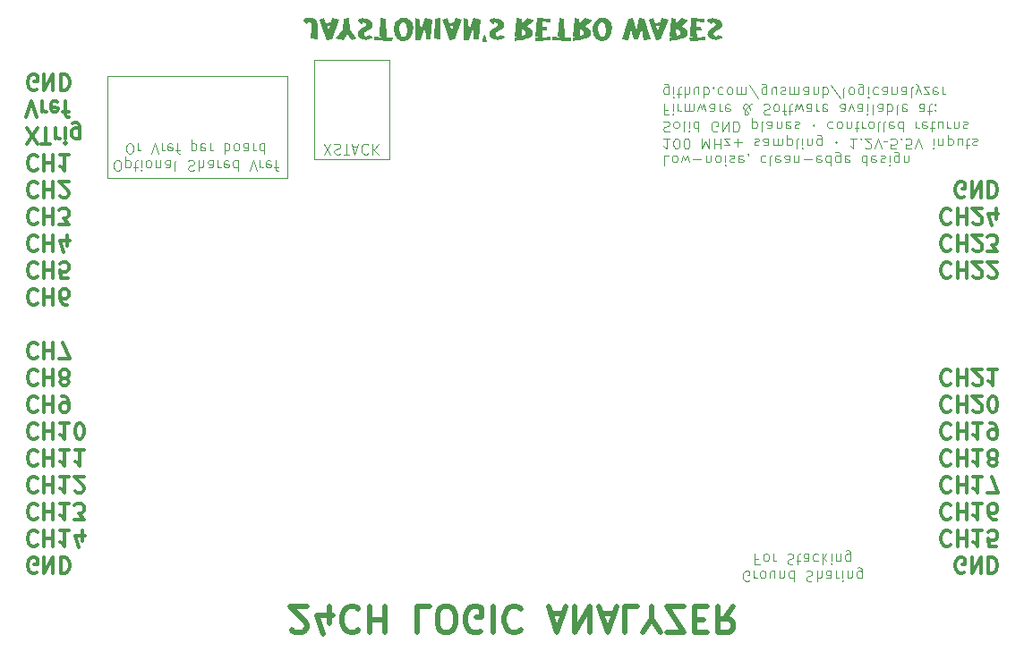
<source format=gbr>
%TF.GenerationSoftware,KiCad,Pcbnew,9.0.6*%
%TF.CreationDate,2026-01-19T19:45:04-05:00*%
%TF.ProjectId,ClearLogicAnalyzer,436c6561-724c-46f6-9769-63416e616c79,1*%
%TF.SameCoordinates,Original*%
%TF.FileFunction,Legend,Bot*%
%TF.FilePolarity,Positive*%
%FSLAX46Y46*%
G04 Gerber Fmt 4.6, Leading zero omitted, Abs format (unit mm)*
G04 Created by KiCad (PCBNEW 9.0.6) date 2026-01-19 19:45:04*
%MOMM*%
%LPD*%
G01*
G04 APERTURE LIST*
%ADD10C,0.100000*%
%ADD11C,0.300000*%
%ADD12C,0.500000*%
%ADD13C,0.350000*%
G04 APERTURE END LIST*
D10*
X89916000Y-66802000D02*
X106934000Y-66802000D01*
X106934000Y-76454000D01*
X89916000Y-76454000D01*
X89916000Y-66802000D01*
X109474000Y-65278000D02*
X116586000Y-65278000D01*
X116586000Y-74676000D01*
X109474000Y-74676000D01*
X109474000Y-65278000D01*
D11*
X169713346Y-79474528D02*
X169641918Y-79403100D01*
X169641918Y-79403100D02*
X169427632Y-79331671D01*
X169427632Y-79331671D02*
X169284775Y-79331671D01*
X169284775Y-79331671D02*
X169070489Y-79403100D01*
X169070489Y-79403100D02*
X168927632Y-79545957D01*
X168927632Y-79545957D02*
X168856203Y-79688814D01*
X168856203Y-79688814D02*
X168784775Y-79974528D01*
X168784775Y-79974528D02*
X168784775Y-80188814D01*
X168784775Y-80188814D02*
X168856203Y-80474528D01*
X168856203Y-80474528D02*
X168927632Y-80617385D01*
X168927632Y-80617385D02*
X169070489Y-80760242D01*
X169070489Y-80760242D02*
X169284775Y-80831671D01*
X169284775Y-80831671D02*
X169427632Y-80831671D01*
X169427632Y-80831671D02*
X169641918Y-80760242D01*
X169641918Y-80760242D02*
X169713346Y-80688814D01*
X170356203Y-79331671D02*
X170356203Y-80831671D01*
X170356203Y-80117385D02*
X171213346Y-80117385D01*
X171213346Y-79331671D02*
X171213346Y-80831671D01*
X171856204Y-80688814D02*
X171927632Y-80760242D01*
X171927632Y-80760242D02*
X172070490Y-80831671D01*
X172070490Y-80831671D02*
X172427632Y-80831671D01*
X172427632Y-80831671D02*
X172570490Y-80760242D01*
X172570490Y-80760242D02*
X172641918Y-80688814D01*
X172641918Y-80688814D02*
X172713347Y-80545957D01*
X172713347Y-80545957D02*
X172713347Y-80403100D01*
X172713347Y-80403100D02*
X172641918Y-80188814D01*
X172641918Y-80188814D02*
X171784775Y-79331671D01*
X171784775Y-79331671D02*
X172713347Y-79331671D01*
X173999061Y-80331671D02*
X173999061Y-79331671D01*
X173641918Y-80903100D02*
X173284775Y-79831671D01*
X173284775Y-79831671D02*
X174213346Y-79831671D01*
D10*
X143070874Y-74288868D02*
X142594684Y-74288868D01*
X142594684Y-74288868D02*
X142594684Y-75288868D01*
X143547065Y-74288868D02*
X143451827Y-74336488D01*
X143451827Y-74336488D02*
X143404208Y-74384107D01*
X143404208Y-74384107D02*
X143356589Y-74479345D01*
X143356589Y-74479345D02*
X143356589Y-74765059D01*
X143356589Y-74765059D02*
X143404208Y-74860297D01*
X143404208Y-74860297D02*
X143451827Y-74907916D01*
X143451827Y-74907916D02*
X143547065Y-74955535D01*
X143547065Y-74955535D02*
X143689922Y-74955535D01*
X143689922Y-74955535D02*
X143785160Y-74907916D01*
X143785160Y-74907916D02*
X143832779Y-74860297D01*
X143832779Y-74860297D02*
X143880398Y-74765059D01*
X143880398Y-74765059D02*
X143880398Y-74479345D01*
X143880398Y-74479345D02*
X143832779Y-74384107D01*
X143832779Y-74384107D02*
X143785160Y-74336488D01*
X143785160Y-74336488D02*
X143689922Y-74288868D01*
X143689922Y-74288868D02*
X143547065Y-74288868D01*
X144213732Y-74955535D02*
X144404208Y-74288868D01*
X144404208Y-74288868D02*
X144594684Y-74765059D01*
X144594684Y-74765059D02*
X144785160Y-74288868D01*
X144785160Y-74288868D02*
X144975636Y-74955535D01*
X145356589Y-74669821D02*
X146118494Y-74669821D01*
X146594684Y-74955535D02*
X146594684Y-74288868D01*
X146594684Y-74860297D02*
X146642303Y-74907916D01*
X146642303Y-74907916D02*
X146737541Y-74955535D01*
X146737541Y-74955535D02*
X146880398Y-74955535D01*
X146880398Y-74955535D02*
X146975636Y-74907916D01*
X146975636Y-74907916D02*
X147023255Y-74812678D01*
X147023255Y-74812678D02*
X147023255Y-74288868D01*
X147642303Y-74288868D02*
X147547065Y-74336488D01*
X147547065Y-74336488D02*
X147499446Y-74384107D01*
X147499446Y-74384107D02*
X147451827Y-74479345D01*
X147451827Y-74479345D02*
X147451827Y-74765059D01*
X147451827Y-74765059D02*
X147499446Y-74860297D01*
X147499446Y-74860297D02*
X147547065Y-74907916D01*
X147547065Y-74907916D02*
X147642303Y-74955535D01*
X147642303Y-74955535D02*
X147785160Y-74955535D01*
X147785160Y-74955535D02*
X147880398Y-74907916D01*
X147880398Y-74907916D02*
X147928017Y-74860297D01*
X147928017Y-74860297D02*
X147975636Y-74765059D01*
X147975636Y-74765059D02*
X147975636Y-74479345D01*
X147975636Y-74479345D02*
X147928017Y-74384107D01*
X147928017Y-74384107D02*
X147880398Y-74336488D01*
X147880398Y-74336488D02*
X147785160Y-74288868D01*
X147785160Y-74288868D02*
X147642303Y-74288868D01*
X148404208Y-74288868D02*
X148404208Y-74955535D01*
X148404208Y-75288868D02*
X148356589Y-75241249D01*
X148356589Y-75241249D02*
X148404208Y-75193630D01*
X148404208Y-75193630D02*
X148451827Y-75241249D01*
X148451827Y-75241249D02*
X148404208Y-75288868D01*
X148404208Y-75288868D02*
X148404208Y-75193630D01*
X148832779Y-74336488D02*
X148928017Y-74288868D01*
X148928017Y-74288868D02*
X149118493Y-74288868D01*
X149118493Y-74288868D02*
X149213731Y-74336488D01*
X149213731Y-74336488D02*
X149261350Y-74431726D01*
X149261350Y-74431726D02*
X149261350Y-74479345D01*
X149261350Y-74479345D02*
X149213731Y-74574583D01*
X149213731Y-74574583D02*
X149118493Y-74622202D01*
X149118493Y-74622202D02*
X148975636Y-74622202D01*
X148975636Y-74622202D02*
X148880398Y-74669821D01*
X148880398Y-74669821D02*
X148832779Y-74765059D01*
X148832779Y-74765059D02*
X148832779Y-74812678D01*
X148832779Y-74812678D02*
X148880398Y-74907916D01*
X148880398Y-74907916D02*
X148975636Y-74955535D01*
X148975636Y-74955535D02*
X149118493Y-74955535D01*
X149118493Y-74955535D02*
X149213731Y-74907916D01*
X150070874Y-74336488D02*
X149975636Y-74288868D01*
X149975636Y-74288868D02*
X149785160Y-74288868D01*
X149785160Y-74288868D02*
X149689922Y-74336488D01*
X149689922Y-74336488D02*
X149642303Y-74431726D01*
X149642303Y-74431726D02*
X149642303Y-74812678D01*
X149642303Y-74812678D02*
X149689922Y-74907916D01*
X149689922Y-74907916D02*
X149785160Y-74955535D01*
X149785160Y-74955535D02*
X149975636Y-74955535D01*
X149975636Y-74955535D02*
X150070874Y-74907916D01*
X150070874Y-74907916D02*
X150118493Y-74812678D01*
X150118493Y-74812678D02*
X150118493Y-74717440D01*
X150118493Y-74717440D02*
X149642303Y-74622202D01*
X150594684Y-74336488D02*
X150594684Y-74288868D01*
X150594684Y-74288868D02*
X150547065Y-74193630D01*
X150547065Y-74193630D02*
X150499446Y-74146011D01*
X152213731Y-74336488D02*
X152118493Y-74288868D01*
X152118493Y-74288868D02*
X151928017Y-74288868D01*
X151928017Y-74288868D02*
X151832779Y-74336488D01*
X151832779Y-74336488D02*
X151785160Y-74384107D01*
X151785160Y-74384107D02*
X151737541Y-74479345D01*
X151737541Y-74479345D02*
X151737541Y-74765059D01*
X151737541Y-74765059D02*
X151785160Y-74860297D01*
X151785160Y-74860297D02*
X151832779Y-74907916D01*
X151832779Y-74907916D02*
X151928017Y-74955535D01*
X151928017Y-74955535D02*
X152118493Y-74955535D01*
X152118493Y-74955535D02*
X152213731Y-74907916D01*
X152785160Y-74288868D02*
X152689922Y-74336488D01*
X152689922Y-74336488D02*
X152642303Y-74431726D01*
X152642303Y-74431726D02*
X152642303Y-75288868D01*
X153547065Y-74336488D02*
X153451827Y-74288868D01*
X153451827Y-74288868D02*
X153261351Y-74288868D01*
X153261351Y-74288868D02*
X153166113Y-74336488D01*
X153166113Y-74336488D02*
X153118494Y-74431726D01*
X153118494Y-74431726D02*
X153118494Y-74812678D01*
X153118494Y-74812678D02*
X153166113Y-74907916D01*
X153166113Y-74907916D02*
X153261351Y-74955535D01*
X153261351Y-74955535D02*
X153451827Y-74955535D01*
X153451827Y-74955535D02*
X153547065Y-74907916D01*
X153547065Y-74907916D02*
X153594684Y-74812678D01*
X153594684Y-74812678D02*
X153594684Y-74717440D01*
X153594684Y-74717440D02*
X153118494Y-74622202D01*
X154451827Y-74288868D02*
X154451827Y-74812678D01*
X154451827Y-74812678D02*
X154404208Y-74907916D01*
X154404208Y-74907916D02*
X154308970Y-74955535D01*
X154308970Y-74955535D02*
X154118494Y-74955535D01*
X154118494Y-74955535D02*
X154023256Y-74907916D01*
X154451827Y-74336488D02*
X154356589Y-74288868D01*
X154356589Y-74288868D02*
X154118494Y-74288868D01*
X154118494Y-74288868D02*
X154023256Y-74336488D01*
X154023256Y-74336488D02*
X153975637Y-74431726D01*
X153975637Y-74431726D02*
X153975637Y-74526964D01*
X153975637Y-74526964D02*
X154023256Y-74622202D01*
X154023256Y-74622202D02*
X154118494Y-74669821D01*
X154118494Y-74669821D02*
X154356589Y-74669821D01*
X154356589Y-74669821D02*
X154451827Y-74717440D01*
X154928018Y-74955535D02*
X154928018Y-74288868D01*
X154928018Y-74860297D02*
X154975637Y-74907916D01*
X154975637Y-74907916D02*
X155070875Y-74955535D01*
X155070875Y-74955535D02*
X155213732Y-74955535D01*
X155213732Y-74955535D02*
X155308970Y-74907916D01*
X155308970Y-74907916D02*
X155356589Y-74812678D01*
X155356589Y-74812678D02*
X155356589Y-74288868D01*
X155832780Y-74669821D02*
X156594685Y-74669821D01*
X157451827Y-74336488D02*
X157356589Y-74288868D01*
X157356589Y-74288868D02*
X157166113Y-74288868D01*
X157166113Y-74288868D02*
X157070875Y-74336488D01*
X157070875Y-74336488D02*
X157023256Y-74431726D01*
X157023256Y-74431726D02*
X157023256Y-74812678D01*
X157023256Y-74812678D02*
X157070875Y-74907916D01*
X157070875Y-74907916D02*
X157166113Y-74955535D01*
X157166113Y-74955535D02*
X157356589Y-74955535D01*
X157356589Y-74955535D02*
X157451827Y-74907916D01*
X157451827Y-74907916D02*
X157499446Y-74812678D01*
X157499446Y-74812678D02*
X157499446Y-74717440D01*
X157499446Y-74717440D02*
X157023256Y-74622202D01*
X158356589Y-74288868D02*
X158356589Y-75288868D01*
X158356589Y-74336488D02*
X158261351Y-74288868D01*
X158261351Y-74288868D02*
X158070875Y-74288868D01*
X158070875Y-74288868D02*
X157975637Y-74336488D01*
X157975637Y-74336488D02*
X157928018Y-74384107D01*
X157928018Y-74384107D02*
X157880399Y-74479345D01*
X157880399Y-74479345D02*
X157880399Y-74765059D01*
X157880399Y-74765059D02*
X157928018Y-74860297D01*
X157928018Y-74860297D02*
X157975637Y-74907916D01*
X157975637Y-74907916D02*
X158070875Y-74955535D01*
X158070875Y-74955535D02*
X158261351Y-74955535D01*
X158261351Y-74955535D02*
X158356589Y-74907916D01*
X159261351Y-74955535D02*
X159261351Y-74146011D01*
X159261351Y-74146011D02*
X159213732Y-74050773D01*
X159213732Y-74050773D02*
X159166113Y-74003154D01*
X159166113Y-74003154D02*
X159070875Y-73955535D01*
X159070875Y-73955535D02*
X158928018Y-73955535D01*
X158928018Y-73955535D02*
X158832780Y-74003154D01*
X159261351Y-74336488D02*
X159166113Y-74288868D01*
X159166113Y-74288868D02*
X158975637Y-74288868D01*
X158975637Y-74288868D02*
X158880399Y-74336488D01*
X158880399Y-74336488D02*
X158832780Y-74384107D01*
X158832780Y-74384107D02*
X158785161Y-74479345D01*
X158785161Y-74479345D02*
X158785161Y-74765059D01*
X158785161Y-74765059D02*
X158832780Y-74860297D01*
X158832780Y-74860297D02*
X158880399Y-74907916D01*
X158880399Y-74907916D02*
X158975637Y-74955535D01*
X158975637Y-74955535D02*
X159166113Y-74955535D01*
X159166113Y-74955535D02*
X159261351Y-74907916D01*
X160118494Y-74336488D02*
X160023256Y-74288868D01*
X160023256Y-74288868D02*
X159832780Y-74288868D01*
X159832780Y-74288868D02*
X159737542Y-74336488D01*
X159737542Y-74336488D02*
X159689923Y-74431726D01*
X159689923Y-74431726D02*
X159689923Y-74812678D01*
X159689923Y-74812678D02*
X159737542Y-74907916D01*
X159737542Y-74907916D02*
X159832780Y-74955535D01*
X159832780Y-74955535D02*
X160023256Y-74955535D01*
X160023256Y-74955535D02*
X160118494Y-74907916D01*
X160118494Y-74907916D02*
X160166113Y-74812678D01*
X160166113Y-74812678D02*
X160166113Y-74717440D01*
X160166113Y-74717440D02*
X159689923Y-74622202D01*
X161785161Y-74288868D02*
X161785161Y-75288868D01*
X161785161Y-74336488D02*
X161689923Y-74288868D01*
X161689923Y-74288868D02*
X161499447Y-74288868D01*
X161499447Y-74288868D02*
X161404209Y-74336488D01*
X161404209Y-74336488D02*
X161356590Y-74384107D01*
X161356590Y-74384107D02*
X161308971Y-74479345D01*
X161308971Y-74479345D02*
X161308971Y-74765059D01*
X161308971Y-74765059D02*
X161356590Y-74860297D01*
X161356590Y-74860297D02*
X161404209Y-74907916D01*
X161404209Y-74907916D02*
X161499447Y-74955535D01*
X161499447Y-74955535D02*
X161689923Y-74955535D01*
X161689923Y-74955535D02*
X161785161Y-74907916D01*
X162642304Y-74336488D02*
X162547066Y-74288868D01*
X162547066Y-74288868D02*
X162356590Y-74288868D01*
X162356590Y-74288868D02*
X162261352Y-74336488D01*
X162261352Y-74336488D02*
X162213733Y-74431726D01*
X162213733Y-74431726D02*
X162213733Y-74812678D01*
X162213733Y-74812678D02*
X162261352Y-74907916D01*
X162261352Y-74907916D02*
X162356590Y-74955535D01*
X162356590Y-74955535D02*
X162547066Y-74955535D01*
X162547066Y-74955535D02*
X162642304Y-74907916D01*
X162642304Y-74907916D02*
X162689923Y-74812678D01*
X162689923Y-74812678D02*
X162689923Y-74717440D01*
X162689923Y-74717440D02*
X162213733Y-74622202D01*
X163070876Y-74336488D02*
X163166114Y-74288868D01*
X163166114Y-74288868D02*
X163356590Y-74288868D01*
X163356590Y-74288868D02*
X163451828Y-74336488D01*
X163451828Y-74336488D02*
X163499447Y-74431726D01*
X163499447Y-74431726D02*
X163499447Y-74479345D01*
X163499447Y-74479345D02*
X163451828Y-74574583D01*
X163451828Y-74574583D02*
X163356590Y-74622202D01*
X163356590Y-74622202D02*
X163213733Y-74622202D01*
X163213733Y-74622202D02*
X163118495Y-74669821D01*
X163118495Y-74669821D02*
X163070876Y-74765059D01*
X163070876Y-74765059D02*
X163070876Y-74812678D01*
X163070876Y-74812678D02*
X163118495Y-74907916D01*
X163118495Y-74907916D02*
X163213733Y-74955535D01*
X163213733Y-74955535D02*
X163356590Y-74955535D01*
X163356590Y-74955535D02*
X163451828Y-74907916D01*
X163928019Y-74288868D02*
X163928019Y-74955535D01*
X163928019Y-75288868D02*
X163880400Y-75241249D01*
X163880400Y-75241249D02*
X163928019Y-75193630D01*
X163928019Y-75193630D02*
X163975638Y-75241249D01*
X163975638Y-75241249D02*
X163928019Y-75288868D01*
X163928019Y-75288868D02*
X163928019Y-75193630D01*
X164832780Y-74955535D02*
X164832780Y-74146011D01*
X164832780Y-74146011D02*
X164785161Y-74050773D01*
X164785161Y-74050773D02*
X164737542Y-74003154D01*
X164737542Y-74003154D02*
X164642304Y-73955535D01*
X164642304Y-73955535D02*
X164499447Y-73955535D01*
X164499447Y-73955535D02*
X164404209Y-74003154D01*
X164832780Y-74336488D02*
X164737542Y-74288868D01*
X164737542Y-74288868D02*
X164547066Y-74288868D01*
X164547066Y-74288868D02*
X164451828Y-74336488D01*
X164451828Y-74336488D02*
X164404209Y-74384107D01*
X164404209Y-74384107D02*
X164356590Y-74479345D01*
X164356590Y-74479345D02*
X164356590Y-74765059D01*
X164356590Y-74765059D02*
X164404209Y-74860297D01*
X164404209Y-74860297D02*
X164451828Y-74907916D01*
X164451828Y-74907916D02*
X164547066Y-74955535D01*
X164547066Y-74955535D02*
X164737542Y-74955535D01*
X164737542Y-74955535D02*
X164832780Y-74907916D01*
X165308971Y-74955535D02*
X165308971Y-74288868D01*
X165308971Y-74860297D02*
X165356590Y-74907916D01*
X165356590Y-74907916D02*
X165451828Y-74955535D01*
X165451828Y-74955535D02*
X165594685Y-74955535D01*
X165594685Y-74955535D02*
X165689923Y-74907916D01*
X165689923Y-74907916D02*
X165737542Y-74812678D01*
X165737542Y-74812678D02*
X165737542Y-74288868D01*
X143118493Y-72678924D02*
X142547065Y-72678924D01*
X142832779Y-72678924D02*
X142832779Y-73678924D01*
X142832779Y-73678924D02*
X142737541Y-73536067D01*
X142737541Y-73536067D02*
X142642303Y-73440829D01*
X142642303Y-73440829D02*
X142547065Y-73393210D01*
X143737541Y-73678924D02*
X143832779Y-73678924D01*
X143832779Y-73678924D02*
X143928017Y-73631305D01*
X143928017Y-73631305D02*
X143975636Y-73583686D01*
X143975636Y-73583686D02*
X144023255Y-73488448D01*
X144023255Y-73488448D02*
X144070874Y-73297972D01*
X144070874Y-73297972D02*
X144070874Y-73059877D01*
X144070874Y-73059877D02*
X144023255Y-72869401D01*
X144023255Y-72869401D02*
X143975636Y-72774163D01*
X143975636Y-72774163D02*
X143928017Y-72726544D01*
X143928017Y-72726544D02*
X143832779Y-72678924D01*
X143832779Y-72678924D02*
X143737541Y-72678924D01*
X143737541Y-72678924D02*
X143642303Y-72726544D01*
X143642303Y-72726544D02*
X143594684Y-72774163D01*
X143594684Y-72774163D02*
X143547065Y-72869401D01*
X143547065Y-72869401D02*
X143499446Y-73059877D01*
X143499446Y-73059877D02*
X143499446Y-73297972D01*
X143499446Y-73297972D02*
X143547065Y-73488448D01*
X143547065Y-73488448D02*
X143594684Y-73583686D01*
X143594684Y-73583686D02*
X143642303Y-73631305D01*
X143642303Y-73631305D02*
X143737541Y-73678924D01*
X144689922Y-73678924D02*
X144785160Y-73678924D01*
X144785160Y-73678924D02*
X144880398Y-73631305D01*
X144880398Y-73631305D02*
X144928017Y-73583686D01*
X144928017Y-73583686D02*
X144975636Y-73488448D01*
X144975636Y-73488448D02*
X145023255Y-73297972D01*
X145023255Y-73297972D02*
X145023255Y-73059877D01*
X145023255Y-73059877D02*
X144975636Y-72869401D01*
X144975636Y-72869401D02*
X144928017Y-72774163D01*
X144928017Y-72774163D02*
X144880398Y-72726544D01*
X144880398Y-72726544D02*
X144785160Y-72678924D01*
X144785160Y-72678924D02*
X144689922Y-72678924D01*
X144689922Y-72678924D02*
X144594684Y-72726544D01*
X144594684Y-72726544D02*
X144547065Y-72774163D01*
X144547065Y-72774163D02*
X144499446Y-72869401D01*
X144499446Y-72869401D02*
X144451827Y-73059877D01*
X144451827Y-73059877D02*
X144451827Y-73297972D01*
X144451827Y-73297972D02*
X144499446Y-73488448D01*
X144499446Y-73488448D02*
X144547065Y-73583686D01*
X144547065Y-73583686D02*
X144594684Y-73631305D01*
X144594684Y-73631305D02*
X144689922Y-73678924D01*
X146213732Y-72678924D02*
X146213732Y-73678924D01*
X146213732Y-73678924D02*
X146547065Y-72964639D01*
X146547065Y-72964639D02*
X146880398Y-73678924D01*
X146880398Y-73678924D02*
X146880398Y-72678924D01*
X147356589Y-72678924D02*
X147356589Y-73678924D01*
X147356589Y-73202734D02*
X147928017Y-73202734D01*
X147928017Y-72678924D02*
X147928017Y-73678924D01*
X148308970Y-73345591D02*
X148832779Y-73345591D01*
X148832779Y-73345591D02*
X148308970Y-72678924D01*
X148308970Y-72678924D02*
X148832779Y-72678924D01*
X149213732Y-73059877D02*
X149975637Y-73059877D01*
X149594684Y-72678924D02*
X149594684Y-73440829D01*
X151166113Y-72726544D02*
X151261351Y-72678924D01*
X151261351Y-72678924D02*
X151451827Y-72678924D01*
X151451827Y-72678924D02*
X151547065Y-72726544D01*
X151547065Y-72726544D02*
X151594684Y-72821782D01*
X151594684Y-72821782D02*
X151594684Y-72869401D01*
X151594684Y-72869401D02*
X151547065Y-72964639D01*
X151547065Y-72964639D02*
X151451827Y-73012258D01*
X151451827Y-73012258D02*
X151308970Y-73012258D01*
X151308970Y-73012258D02*
X151213732Y-73059877D01*
X151213732Y-73059877D02*
X151166113Y-73155115D01*
X151166113Y-73155115D02*
X151166113Y-73202734D01*
X151166113Y-73202734D02*
X151213732Y-73297972D01*
X151213732Y-73297972D02*
X151308970Y-73345591D01*
X151308970Y-73345591D02*
X151451827Y-73345591D01*
X151451827Y-73345591D02*
X151547065Y-73297972D01*
X152451827Y-72678924D02*
X152451827Y-73202734D01*
X152451827Y-73202734D02*
X152404208Y-73297972D01*
X152404208Y-73297972D02*
X152308970Y-73345591D01*
X152308970Y-73345591D02*
X152118494Y-73345591D01*
X152118494Y-73345591D02*
X152023256Y-73297972D01*
X152451827Y-72726544D02*
X152356589Y-72678924D01*
X152356589Y-72678924D02*
X152118494Y-72678924D01*
X152118494Y-72678924D02*
X152023256Y-72726544D01*
X152023256Y-72726544D02*
X151975637Y-72821782D01*
X151975637Y-72821782D02*
X151975637Y-72917020D01*
X151975637Y-72917020D02*
X152023256Y-73012258D01*
X152023256Y-73012258D02*
X152118494Y-73059877D01*
X152118494Y-73059877D02*
X152356589Y-73059877D01*
X152356589Y-73059877D02*
X152451827Y-73107496D01*
X152928018Y-72678924D02*
X152928018Y-73345591D01*
X152928018Y-73250353D02*
X152975637Y-73297972D01*
X152975637Y-73297972D02*
X153070875Y-73345591D01*
X153070875Y-73345591D02*
X153213732Y-73345591D01*
X153213732Y-73345591D02*
X153308970Y-73297972D01*
X153308970Y-73297972D02*
X153356589Y-73202734D01*
X153356589Y-73202734D02*
X153356589Y-72678924D01*
X153356589Y-73202734D02*
X153404208Y-73297972D01*
X153404208Y-73297972D02*
X153499446Y-73345591D01*
X153499446Y-73345591D02*
X153642303Y-73345591D01*
X153642303Y-73345591D02*
X153737542Y-73297972D01*
X153737542Y-73297972D02*
X153785161Y-73202734D01*
X153785161Y-73202734D02*
X153785161Y-72678924D01*
X154261351Y-73345591D02*
X154261351Y-72345591D01*
X154261351Y-73297972D02*
X154356589Y-73345591D01*
X154356589Y-73345591D02*
X154547065Y-73345591D01*
X154547065Y-73345591D02*
X154642303Y-73297972D01*
X154642303Y-73297972D02*
X154689922Y-73250353D01*
X154689922Y-73250353D02*
X154737541Y-73155115D01*
X154737541Y-73155115D02*
X154737541Y-72869401D01*
X154737541Y-72869401D02*
X154689922Y-72774163D01*
X154689922Y-72774163D02*
X154642303Y-72726544D01*
X154642303Y-72726544D02*
X154547065Y-72678924D01*
X154547065Y-72678924D02*
X154356589Y-72678924D01*
X154356589Y-72678924D02*
X154261351Y-72726544D01*
X155308970Y-72678924D02*
X155213732Y-72726544D01*
X155213732Y-72726544D02*
X155166113Y-72821782D01*
X155166113Y-72821782D02*
X155166113Y-73678924D01*
X155689923Y-72678924D02*
X155689923Y-73345591D01*
X155689923Y-73678924D02*
X155642304Y-73631305D01*
X155642304Y-73631305D02*
X155689923Y-73583686D01*
X155689923Y-73583686D02*
X155737542Y-73631305D01*
X155737542Y-73631305D02*
X155689923Y-73678924D01*
X155689923Y-73678924D02*
X155689923Y-73583686D01*
X156166113Y-73345591D02*
X156166113Y-72678924D01*
X156166113Y-73250353D02*
X156213732Y-73297972D01*
X156213732Y-73297972D02*
X156308970Y-73345591D01*
X156308970Y-73345591D02*
X156451827Y-73345591D01*
X156451827Y-73345591D02*
X156547065Y-73297972D01*
X156547065Y-73297972D02*
X156594684Y-73202734D01*
X156594684Y-73202734D02*
X156594684Y-72678924D01*
X157499446Y-73345591D02*
X157499446Y-72536067D01*
X157499446Y-72536067D02*
X157451827Y-72440829D01*
X157451827Y-72440829D02*
X157404208Y-72393210D01*
X157404208Y-72393210D02*
X157308970Y-72345591D01*
X157308970Y-72345591D02*
X157166113Y-72345591D01*
X157166113Y-72345591D02*
X157070875Y-72393210D01*
X157499446Y-72726544D02*
X157404208Y-72678924D01*
X157404208Y-72678924D02*
X157213732Y-72678924D01*
X157213732Y-72678924D02*
X157118494Y-72726544D01*
X157118494Y-72726544D02*
X157070875Y-72774163D01*
X157070875Y-72774163D02*
X157023256Y-72869401D01*
X157023256Y-72869401D02*
X157023256Y-73155115D01*
X157023256Y-73155115D02*
X157070875Y-73250353D01*
X157070875Y-73250353D02*
X157118494Y-73297972D01*
X157118494Y-73297972D02*
X157213732Y-73345591D01*
X157213732Y-73345591D02*
X157404208Y-73345591D01*
X157404208Y-73345591D02*
X157499446Y-73297972D01*
X158880399Y-73107496D02*
X158832780Y-73059877D01*
X158832780Y-73059877D02*
X158880399Y-73012258D01*
X158880399Y-73012258D02*
X158928018Y-73059877D01*
X158928018Y-73059877D02*
X158880399Y-73107496D01*
X158880399Y-73107496D02*
X158880399Y-73012258D01*
X160785161Y-72678924D02*
X160213733Y-72678924D01*
X160499447Y-72678924D02*
X160499447Y-73678924D01*
X160499447Y-73678924D02*
X160404209Y-73536067D01*
X160404209Y-73536067D02*
X160308971Y-73440829D01*
X160308971Y-73440829D02*
X160213733Y-73393210D01*
X161213733Y-72774163D02*
X161261352Y-72726544D01*
X161261352Y-72726544D02*
X161213733Y-72678924D01*
X161213733Y-72678924D02*
X161166114Y-72726544D01*
X161166114Y-72726544D02*
X161213733Y-72774163D01*
X161213733Y-72774163D02*
X161213733Y-72678924D01*
X161642304Y-73583686D02*
X161689923Y-73631305D01*
X161689923Y-73631305D02*
X161785161Y-73678924D01*
X161785161Y-73678924D02*
X162023256Y-73678924D01*
X162023256Y-73678924D02*
X162118494Y-73631305D01*
X162118494Y-73631305D02*
X162166113Y-73583686D01*
X162166113Y-73583686D02*
X162213732Y-73488448D01*
X162213732Y-73488448D02*
X162213732Y-73393210D01*
X162213732Y-73393210D02*
X162166113Y-73250353D01*
X162166113Y-73250353D02*
X161594685Y-72678924D01*
X161594685Y-72678924D02*
X162213732Y-72678924D01*
X162499447Y-73678924D02*
X162832780Y-72678924D01*
X162832780Y-72678924D02*
X163166113Y-73678924D01*
X163737542Y-73012258D02*
X163356590Y-73012258D01*
X164547066Y-73678924D02*
X164070876Y-73678924D01*
X164070876Y-73678924D02*
X164023257Y-73202734D01*
X164023257Y-73202734D02*
X164070876Y-73250353D01*
X164070876Y-73250353D02*
X164166114Y-73297972D01*
X164166114Y-73297972D02*
X164404209Y-73297972D01*
X164404209Y-73297972D02*
X164499447Y-73250353D01*
X164499447Y-73250353D02*
X164547066Y-73202734D01*
X164547066Y-73202734D02*
X164594685Y-73107496D01*
X164594685Y-73107496D02*
X164594685Y-72869401D01*
X164594685Y-72869401D02*
X164547066Y-72774163D01*
X164547066Y-72774163D02*
X164499447Y-72726544D01*
X164499447Y-72726544D02*
X164404209Y-72678924D01*
X164404209Y-72678924D02*
X164166114Y-72678924D01*
X164166114Y-72678924D02*
X164070876Y-72726544D01*
X164070876Y-72726544D02*
X164023257Y-72774163D01*
X165023257Y-72774163D02*
X165070876Y-72726544D01*
X165070876Y-72726544D02*
X165023257Y-72678924D01*
X165023257Y-72678924D02*
X164975638Y-72726544D01*
X164975638Y-72726544D02*
X165023257Y-72774163D01*
X165023257Y-72774163D02*
X165023257Y-72678924D01*
X165975637Y-73678924D02*
X165499447Y-73678924D01*
X165499447Y-73678924D02*
X165451828Y-73202734D01*
X165451828Y-73202734D02*
X165499447Y-73250353D01*
X165499447Y-73250353D02*
X165594685Y-73297972D01*
X165594685Y-73297972D02*
X165832780Y-73297972D01*
X165832780Y-73297972D02*
X165928018Y-73250353D01*
X165928018Y-73250353D02*
X165975637Y-73202734D01*
X165975637Y-73202734D02*
X166023256Y-73107496D01*
X166023256Y-73107496D02*
X166023256Y-72869401D01*
X166023256Y-72869401D02*
X165975637Y-72774163D01*
X165975637Y-72774163D02*
X165928018Y-72726544D01*
X165928018Y-72726544D02*
X165832780Y-72678924D01*
X165832780Y-72678924D02*
X165594685Y-72678924D01*
X165594685Y-72678924D02*
X165499447Y-72726544D01*
X165499447Y-72726544D02*
X165451828Y-72774163D01*
X166308971Y-73678924D02*
X166642304Y-72678924D01*
X166642304Y-72678924D02*
X166975637Y-73678924D01*
X168070876Y-72678924D02*
X168070876Y-73345591D01*
X168070876Y-73678924D02*
X168023257Y-73631305D01*
X168023257Y-73631305D02*
X168070876Y-73583686D01*
X168070876Y-73583686D02*
X168118495Y-73631305D01*
X168118495Y-73631305D02*
X168070876Y-73678924D01*
X168070876Y-73678924D02*
X168070876Y-73583686D01*
X168547066Y-73345591D02*
X168547066Y-72678924D01*
X168547066Y-73250353D02*
X168594685Y-73297972D01*
X168594685Y-73297972D02*
X168689923Y-73345591D01*
X168689923Y-73345591D02*
X168832780Y-73345591D01*
X168832780Y-73345591D02*
X168928018Y-73297972D01*
X168928018Y-73297972D02*
X168975637Y-73202734D01*
X168975637Y-73202734D02*
X168975637Y-72678924D01*
X169451828Y-73345591D02*
X169451828Y-72345591D01*
X169451828Y-73297972D02*
X169547066Y-73345591D01*
X169547066Y-73345591D02*
X169737542Y-73345591D01*
X169737542Y-73345591D02*
X169832780Y-73297972D01*
X169832780Y-73297972D02*
X169880399Y-73250353D01*
X169880399Y-73250353D02*
X169928018Y-73155115D01*
X169928018Y-73155115D02*
X169928018Y-72869401D01*
X169928018Y-72869401D02*
X169880399Y-72774163D01*
X169880399Y-72774163D02*
X169832780Y-72726544D01*
X169832780Y-72726544D02*
X169737542Y-72678924D01*
X169737542Y-72678924D02*
X169547066Y-72678924D01*
X169547066Y-72678924D02*
X169451828Y-72726544D01*
X170785161Y-73345591D02*
X170785161Y-72678924D01*
X170356590Y-73345591D02*
X170356590Y-72821782D01*
X170356590Y-72821782D02*
X170404209Y-72726544D01*
X170404209Y-72726544D02*
X170499447Y-72678924D01*
X170499447Y-72678924D02*
X170642304Y-72678924D01*
X170642304Y-72678924D02*
X170737542Y-72726544D01*
X170737542Y-72726544D02*
X170785161Y-72774163D01*
X171118495Y-73345591D02*
X171499447Y-73345591D01*
X171261352Y-73678924D02*
X171261352Y-72821782D01*
X171261352Y-72821782D02*
X171308971Y-72726544D01*
X171308971Y-72726544D02*
X171404209Y-72678924D01*
X171404209Y-72678924D02*
X171499447Y-72678924D01*
X171785162Y-72726544D02*
X171880400Y-72678924D01*
X171880400Y-72678924D02*
X172070876Y-72678924D01*
X172070876Y-72678924D02*
X172166114Y-72726544D01*
X172166114Y-72726544D02*
X172213733Y-72821782D01*
X172213733Y-72821782D02*
X172213733Y-72869401D01*
X172213733Y-72869401D02*
X172166114Y-72964639D01*
X172166114Y-72964639D02*
X172070876Y-73012258D01*
X172070876Y-73012258D02*
X171928019Y-73012258D01*
X171928019Y-73012258D02*
X171832781Y-73059877D01*
X171832781Y-73059877D02*
X171785162Y-73155115D01*
X171785162Y-73155115D02*
X171785162Y-73202734D01*
X171785162Y-73202734D02*
X171832781Y-73297972D01*
X171832781Y-73297972D02*
X171928019Y-73345591D01*
X171928019Y-73345591D02*
X172070876Y-73345591D01*
X172070876Y-73345591D02*
X172166114Y-73297972D01*
X142547065Y-71116600D02*
X142689922Y-71068980D01*
X142689922Y-71068980D02*
X142928017Y-71068980D01*
X142928017Y-71068980D02*
X143023255Y-71116600D01*
X143023255Y-71116600D02*
X143070874Y-71164219D01*
X143070874Y-71164219D02*
X143118493Y-71259457D01*
X143118493Y-71259457D02*
X143118493Y-71354695D01*
X143118493Y-71354695D02*
X143070874Y-71449933D01*
X143070874Y-71449933D02*
X143023255Y-71497552D01*
X143023255Y-71497552D02*
X142928017Y-71545171D01*
X142928017Y-71545171D02*
X142737541Y-71592790D01*
X142737541Y-71592790D02*
X142642303Y-71640409D01*
X142642303Y-71640409D02*
X142594684Y-71688028D01*
X142594684Y-71688028D02*
X142547065Y-71783266D01*
X142547065Y-71783266D02*
X142547065Y-71878504D01*
X142547065Y-71878504D02*
X142594684Y-71973742D01*
X142594684Y-71973742D02*
X142642303Y-72021361D01*
X142642303Y-72021361D02*
X142737541Y-72068980D01*
X142737541Y-72068980D02*
X142975636Y-72068980D01*
X142975636Y-72068980D02*
X143118493Y-72021361D01*
X143689922Y-71068980D02*
X143594684Y-71116600D01*
X143594684Y-71116600D02*
X143547065Y-71164219D01*
X143547065Y-71164219D02*
X143499446Y-71259457D01*
X143499446Y-71259457D02*
X143499446Y-71545171D01*
X143499446Y-71545171D02*
X143547065Y-71640409D01*
X143547065Y-71640409D02*
X143594684Y-71688028D01*
X143594684Y-71688028D02*
X143689922Y-71735647D01*
X143689922Y-71735647D02*
X143832779Y-71735647D01*
X143832779Y-71735647D02*
X143928017Y-71688028D01*
X143928017Y-71688028D02*
X143975636Y-71640409D01*
X143975636Y-71640409D02*
X144023255Y-71545171D01*
X144023255Y-71545171D02*
X144023255Y-71259457D01*
X144023255Y-71259457D02*
X143975636Y-71164219D01*
X143975636Y-71164219D02*
X143928017Y-71116600D01*
X143928017Y-71116600D02*
X143832779Y-71068980D01*
X143832779Y-71068980D02*
X143689922Y-71068980D01*
X144594684Y-71068980D02*
X144499446Y-71116600D01*
X144499446Y-71116600D02*
X144451827Y-71211838D01*
X144451827Y-71211838D02*
X144451827Y-72068980D01*
X144975637Y-71068980D02*
X144975637Y-71735647D01*
X144975637Y-72068980D02*
X144928018Y-72021361D01*
X144928018Y-72021361D02*
X144975637Y-71973742D01*
X144975637Y-71973742D02*
X145023256Y-72021361D01*
X145023256Y-72021361D02*
X144975637Y-72068980D01*
X144975637Y-72068980D02*
X144975637Y-71973742D01*
X145880398Y-71068980D02*
X145880398Y-72068980D01*
X145880398Y-71116600D02*
X145785160Y-71068980D01*
X145785160Y-71068980D02*
X145594684Y-71068980D01*
X145594684Y-71068980D02*
X145499446Y-71116600D01*
X145499446Y-71116600D02*
X145451827Y-71164219D01*
X145451827Y-71164219D02*
X145404208Y-71259457D01*
X145404208Y-71259457D02*
X145404208Y-71545171D01*
X145404208Y-71545171D02*
X145451827Y-71640409D01*
X145451827Y-71640409D02*
X145499446Y-71688028D01*
X145499446Y-71688028D02*
X145594684Y-71735647D01*
X145594684Y-71735647D02*
X145785160Y-71735647D01*
X145785160Y-71735647D02*
X145880398Y-71688028D01*
X147642303Y-72021361D02*
X147547065Y-72068980D01*
X147547065Y-72068980D02*
X147404208Y-72068980D01*
X147404208Y-72068980D02*
X147261351Y-72021361D01*
X147261351Y-72021361D02*
X147166113Y-71926123D01*
X147166113Y-71926123D02*
X147118494Y-71830885D01*
X147118494Y-71830885D02*
X147070875Y-71640409D01*
X147070875Y-71640409D02*
X147070875Y-71497552D01*
X147070875Y-71497552D02*
X147118494Y-71307076D01*
X147118494Y-71307076D02*
X147166113Y-71211838D01*
X147166113Y-71211838D02*
X147261351Y-71116600D01*
X147261351Y-71116600D02*
X147404208Y-71068980D01*
X147404208Y-71068980D02*
X147499446Y-71068980D01*
X147499446Y-71068980D02*
X147642303Y-71116600D01*
X147642303Y-71116600D02*
X147689922Y-71164219D01*
X147689922Y-71164219D02*
X147689922Y-71497552D01*
X147689922Y-71497552D02*
X147499446Y-71497552D01*
X148118494Y-71068980D02*
X148118494Y-72068980D01*
X148118494Y-72068980D02*
X148689922Y-71068980D01*
X148689922Y-71068980D02*
X148689922Y-72068980D01*
X149166113Y-71068980D02*
X149166113Y-72068980D01*
X149166113Y-72068980D02*
X149404208Y-72068980D01*
X149404208Y-72068980D02*
X149547065Y-72021361D01*
X149547065Y-72021361D02*
X149642303Y-71926123D01*
X149642303Y-71926123D02*
X149689922Y-71830885D01*
X149689922Y-71830885D02*
X149737541Y-71640409D01*
X149737541Y-71640409D02*
X149737541Y-71497552D01*
X149737541Y-71497552D02*
X149689922Y-71307076D01*
X149689922Y-71307076D02*
X149642303Y-71211838D01*
X149642303Y-71211838D02*
X149547065Y-71116600D01*
X149547065Y-71116600D02*
X149404208Y-71068980D01*
X149404208Y-71068980D02*
X149166113Y-71068980D01*
X150928018Y-71735647D02*
X150928018Y-70735647D01*
X150928018Y-71688028D02*
X151023256Y-71735647D01*
X151023256Y-71735647D02*
X151213732Y-71735647D01*
X151213732Y-71735647D02*
X151308970Y-71688028D01*
X151308970Y-71688028D02*
X151356589Y-71640409D01*
X151356589Y-71640409D02*
X151404208Y-71545171D01*
X151404208Y-71545171D02*
X151404208Y-71259457D01*
X151404208Y-71259457D02*
X151356589Y-71164219D01*
X151356589Y-71164219D02*
X151308970Y-71116600D01*
X151308970Y-71116600D02*
X151213732Y-71068980D01*
X151213732Y-71068980D02*
X151023256Y-71068980D01*
X151023256Y-71068980D02*
X150928018Y-71116600D01*
X151975637Y-71068980D02*
X151880399Y-71116600D01*
X151880399Y-71116600D02*
X151832780Y-71211838D01*
X151832780Y-71211838D02*
X151832780Y-72068980D01*
X152785161Y-71068980D02*
X152785161Y-71592790D01*
X152785161Y-71592790D02*
X152737542Y-71688028D01*
X152737542Y-71688028D02*
X152642304Y-71735647D01*
X152642304Y-71735647D02*
X152451828Y-71735647D01*
X152451828Y-71735647D02*
X152356590Y-71688028D01*
X152785161Y-71116600D02*
X152689923Y-71068980D01*
X152689923Y-71068980D02*
X152451828Y-71068980D01*
X152451828Y-71068980D02*
X152356590Y-71116600D01*
X152356590Y-71116600D02*
X152308971Y-71211838D01*
X152308971Y-71211838D02*
X152308971Y-71307076D01*
X152308971Y-71307076D02*
X152356590Y-71402314D01*
X152356590Y-71402314D02*
X152451828Y-71449933D01*
X152451828Y-71449933D02*
X152689923Y-71449933D01*
X152689923Y-71449933D02*
X152785161Y-71497552D01*
X153261352Y-71735647D02*
X153261352Y-71068980D01*
X153261352Y-71640409D02*
X153308971Y-71688028D01*
X153308971Y-71688028D02*
X153404209Y-71735647D01*
X153404209Y-71735647D02*
X153547066Y-71735647D01*
X153547066Y-71735647D02*
X153642304Y-71688028D01*
X153642304Y-71688028D02*
X153689923Y-71592790D01*
X153689923Y-71592790D02*
X153689923Y-71068980D01*
X154547066Y-71116600D02*
X154451828Y-71068980D01*
X154451828Y-71068980D02*
X154261352Y-71068980D01*
X154261352Y-71068980D02*
X154166114Y-71116600D01*
X154166114Y-71116600D02*
X154118495Y-71211838D01*
X154118495Y-71211838D02*
X154118495Y-71592790D01*
X154118495Y-71592790D02*
X154166114Y-71688028D01*
X154166114Y-71688028D02*
X154261352Y-71735647D01*
X154261352Y-71735647D02*
X154451828Y-71735647D01*
X154451828Y-71735647D02*
X154547066Y-71688028D01*
X154547066Y-71688028D02*
X154594685Y-71592790D01*
X154594685Y-71592790D02*
X154594685Y-71497552D01*
X154594685Y-71497552D02*
X154118495Y-71402314D01*
X154975638Y-71116600D02*
X155070876Y-71068980D01*
X155070876Y-71068980D02*
X155261352Y-71068980D01*
X155261352Y-71068980D02*
X155356590Y-71116600D01*
X155356590Y-71116600D02*
X155404209Y-71211838D01*
X155404209Y-71211838D02*
X155404209Y-71259457D01*
X155404209Y-71259457D02*
X155356590Y-71354695D01*
X155356590Y-71354695D02*
X155261352Y-71402314D01*
X155261352Y-71402314D02*
X155118495Y-71402314D01*
X155118495Y-71402314D02*
X155023257Y-71449933D01*
X155023257Y-71449933D02*
X154975638Y-71545171D01*
X154975638Y-71545171D02*
X154975638Y-71592790D01*
X154975638Y-71592790D02*
X155023257Y-71688028D01*
X155023257Y-71688028D02*
X155118495Y-71735647D01*
X155118495Y-71735647D02*
X155261352Y-71735647D01*
X155261352Y-71735647D02*
X155356590Y-71688028D01*
X156737543Y-71497552D02*
X156689924Y-71449933D01*
X156689924Y-71449933D02*
X156737543Y-71402314D01*
X156737543Y-71402314D02*
X156785162Y-71449933D01*
X156785162Y-71449933D02*
X156737543Y-71497552D01*
X156737543Y-71497552D02*
X156737543Y-71402314D01*
X158547067Y-71116600D02*
X158451829Y-71068980D01*
X158451829Y-71068980D02*
X158261353Y-71068980D01*
X158261353Y-71068980D02*
X158166115Y-71116600D01*
X158166115Y-71116600D02*
X158118496Y-71164219D01*
X158118496Y-71164219D02*
X158070877Y-71259457D01*
X158070877Y-71259457D02*
X158070877Y-71545171D01*
X158070877Y-71545171D02*
X158118496Y-71640409D01*
X158118496Y-71640409D02*
X158166115Y-71688028D01*
X158166115Y-71688028D02*
X158261353Y-71735647D01*
X158261353Y-71735647D02*
X158451829Y-71735647D01*
X158451829Y-71735647D02*
X158547067Y-71688028D01*
X159118496Y-71068980D02*
X159023258Y-71116600D01*
X159023258Y-71116600D02*
X158975639Y-71164219D01*
X158975639Y-71164219D02*
X158928020Y-71259457D01*
X158928020Y-71259457D02*
X158928020Y-71545171D01*
X158928020Y-71545171D02*
X158975639Y-71640409D01*
X158975639Y-71640409D02*
X159023258Y-71688028D01*
X159023258Y-71688028D02*
X159118496Y-71735647D01*
X159118496Y-71735647D02*
X159261353Y-71735647D01*
X159261353Y-71735647D02*
X159356591Y-71688028D01*
X159356591Y-71688028D02*
X159404210Y-71640409D01*
X159404210Y-71640409D02*
X159451829Y-71545171D01*
X159451829Y-71545171D02*
X159451829Y-71259457D01*
X159451829Y-71259457D02*
X159404210Y-71164219D01*
X159404210Y-71164219D02*
X159356591Y-71116600D01*
X159356591Y-71116600D02*
X159261353Y-71068980D01*
X159261353Y-71068980D02*
X159118496Y-71068980D01*
X159880401Y-71735647D02*
X159880401Y-71068980D01*
X159880401Y-71640409D02*
X159928020Y-71688028D01*
X159928020Y-71688028D02*
X160023258Y-71735647D01*
X160023258Y-71735647D02*
X160166115Y-71735647D01*
X160166115Y-71735647D02*
X160261353Y-71688028D01*
X160261353Y-71688028D02*
X160308972Y-71592790D01*
X160308972Y-71592790D02*
X160308972Y-71068980D01*
X160642306Y-71735647D02*
X161023258Y-71735647D01*
X160785163Y-72068980D02*
X160785163Y-71211838D01*
X160785163Y-71211838D02*
X160832782Y-71116600D01*
X160832782Y-71116600D02*
X160928020Y-71068980D01*
X160928020Y-71068980D02*
X161023258Y-71068980D01*
X161356592Y-71068980D02*
X161356592Y-71735647D01*
X161356592Y-71545171D02*
X161404211Y-71640409D01*
X161404211Y-71640409D02*
X161451830Y-71688028D01*
X161451830Y-71688028D02*
X161547068Y-71735647D01*
X161547068Y-71735647D02*
X161642306Y-71735647D01*
X162118497Y-71068980D02*
X162023259Y-71116600D01*
X162023259Y-71116600D02*
X161975640Y-71164219D01*
X161975640Y-71164219D02*
X161928021Y-71259457D01*
X161928021Y-71259457D02*
X161928021Y-71545171D01*
X161928021Y-71545171D02*
X161975640Y-71640409D01*
X161975640Y-71640409D02*
X162023259Y-71688028D01*
X162023259Y-71688028D02*
X162118497Y-71735647D01*
X162118497Y-71735647D02*
X162261354Y-71735647D01*
X162261354Y-71735647D02*
X162356592Y-71688028D01*
X162356592Y-71688028D02*
X162404211Y-71640409D01*
X162404211Y-71640409D02*
X162451830Y-71545171D01*
X162451830Y-71545171D02*
X162451830Y-71259457D01*
X162451830Y-71259457D02*
X162404211Y-71164219D01*
X162404211Y-71164219D02*
X162356592Y-71116600D01*
X162356592Y-71116600D02*
X162261354Y-71068980D01*
X162261354Y-71068980D02*
X162118497Y-71068980D01*
X163023259Y-71068980D02*
X162928021Y-71116600D01*
X162928021Y-71116600D02*
X162880402Y-71211838D01*
X162880402Y-71211838D02*
X162880402Y-72068980D01*
X163547069Y-71068980D02*
X163451831Y-71116600D01*
X163451831Y-71116600D02*
X163404212Y-71211838D01*
X163404212Y-71211838D02*
X163404212Y-72068980D01*
X164308974Y-71116600D02*
X164213736Y-71068980D01*
X164213736Y-71068980D02*
X164023260Y-71068980D01*
X164023260Y-71068980D02*
X163928022Y-71116600D01*
X163928022Y-71116600D02*
X163880403Y-71211838D01*
X163880403Y-71211838D02*
X163880403Y-71592790D01*
X163880403Y-71592790D02*
X163928022Y-71688028D01*
X163928022Y-71688028D02*
X164023260Y-71735647D01*
X164023260Y-71735647D02*
X164213736Y-71735647D01*
X164213736Y-71735647D02*
X164308974Y-71688028D01*
X164308974Y-71688028D02*
X164356593Y-71592790D01*
X164356593Y-71592790D02*
X164356593Y-71497552D01*
X164356593Y-71497552D02*
X163880403Y-71402314D01*
X165213736Y-71068980D02*
X165213736Y-72068980D01*
X165213736Y-71116600D02*
X165118498Y-71068980D01*
X165118498Y-71068980D02*
X164928022Y-71068980D01*
X164928022Y-71068980D02*
X164832784Y-71116600D01*
X164832784Y-71116600D02*
X164785165Y-71164219D01*
X164785165Y-71164219D02*
X164737546Y-71259457D01*
X164737546Y-71259457D02*
X164737546Y-71545171D01*
X164737546Y-71545171D02*
X164785165Y-71640409D01*
X164785165Y-71640409D02*
X164832784Y-71688028D01*
X164832784Y-71688028D02*
X164928022Y-71735647D01*
X164928022Y-71735647D02*
X165118498Y-71735647D01*
X165118498Y-71735647D02*
X165213736Y-71688028D01*
X166451832Y-71068980D02*
X166451832Y-71735647D01*
X166451832Y-71545171D02*
X166499451Y-71640409D01*
X166499451Y-71640409D02*
X166547070Y-71688028D01*
X166547070Y-71688028D02*
X166642308Y-71735647D01*
X166642308Y-71735647D02*
X166737546Y-71735647D01*
X167451832Y-71116600D02*
X167356594Y-71068980D01*
X167356594Y-71068980D02*
X167166118Y-71068980D01*
X167166118Y-71068980D02*
X167070880Y-71116600D01*
X167070880Y-71116600D02*
X167023261Y-71211838D01*
X167023261Y-71211838D02*
X167023261Y-71592790D01*
X167023261Y-71592790D02*
X167070880Y-71688028D01*
X167070880Y-71688028D02*
X167166118Y-71735647D01*
X167166118Y-71735647D02*
X167356594Y-71735647D01*
X167356594Y-71735647D02*
X167451832Y-71688028D01*
X167451832Y-71688028D02*
X167499451Y-71592790D01*
X167499451Y-71592790D02*
X167499451Y-71497552D01*
X167499451Y-71497552D02*
X167023261Y-71402314D01*
X167785166Y-71735647D02*
X168166118Y-71735647D01*
X167928023Y-72068980D02*
X167928023Y-71211838D01*
X167928023Y-71211838D02*
X167975642Y-71116600D01*
X167975642Y-71116600D02*
X168070880Y-71068980D01*
X168070880Y-71068980D02*
X168166118Y-71068980D01*
X168928023Y-71735647D02*
X168928023Y-71068980D01*
X168499452Y-71735647D02*
X168499452Y-71211838D01*
X168499452Y-71211838D02*
X168547071Y-71116600D01*
X168547071Y-71116600D02*
X168642309Y-71068980D01*
X168642309Y-71068980D02*
X168785166Y-71068980D01*
X168785166Y-71068980D02*
X168880404Y-71116600D01*
X168880404Y-71116600D02*
X168928023Y-71164219D01*
X169404214Y-71068980D02*
X169404214Y-71735647D01*
X169404214Y-71545171D02*
X169451833Y-71640409D01*
X169451833Y-71640409D02*
X169499452Y-71688028D01*
X169499452Y-71688028D02*
X169594690Y-71735647D01*
X169594690Y-71735647D02*
X169689928Y-71735647D01*
X170023262Y-71735647D02*
X170023262Y-71068980D01*
X170023262Y-71640409D02*
X170070881Y-71688028D01*
X170070881Y-71688028D02*
X170166119Y-71735647D01*
X170166119Y-71735647D02*
X170308976Y-71735647D01*
X170308976Y-71735647D02*
X170404214Y-71688028D01*
X170404214Y-71688028D02*
X170451833Y-71592790D01*
X170451833Y-71592790D02*
X170451833Y-71068980D01*
X170880405Y-71116600D02*
X170975643Y-71068980D01*
X170975643Y-71068980D02*
X171166119Y-71068980D01*
X171166119Y-71068980D02*
X171261357Y-71116600D01*
X171261357Y-71116600D02*
X171308976Y-71211838D01*
X171308976Y-71211838D02*
X171308976Y-71259457D01*
X171308976Y-71259457D02*
X171261357Y-71354695D01*
X171261357Y-71354695D02*
X171166119Y-71402314D01*
X171166119Y-71402314D02*
X171023262Y-71402314D01*
X171023262Y-71402314D02*
X170928024Y-71449933D01*
X170928024Y-71449933D02*
X170880405Y-71545171D01*
X170880405Y-71545171D02*
X170880405Y-71592790D01*
X170880405Y-71592790D02*
X170928024Y-71688028D01*
X170928024Y-71688028D02*
X171023262Y-71735647D01*
X171023262Y-71735647D02*
X171166119Y-71735647D01*
X171166119Y-71735647D02*
X171261357Y-71688028D01*
X142928017Y-69982846D02*
X142594684Y-69982846D01*
X142594684Y-69459036D02*
X142594684Y-70459036D01*
X142594684Y-70459036D02*
X143070874Y-70459036D01*
X143451827Y-69459036D02*
X143451827Y-70125703D01*
X143451827Y-70459036D02*
X143404208Y-70411417D01*
X143404208Y-70411417D02*
X143451827Y-70363798D01*
X143451827Y-70363798D02*
X143499446Y-70411417D01*
X143499446Y-70411417D02*
X143451827Y-70459036D01*
X143451827Y-70459036D02*
X143451827Y-70363798D01*
X143928017Y-69459036D02*
X143928017Y-70125703D01*
X143928017Y-69935227D02*
X143975636Y-70030465D01*
X143975636Y-70030465D02*
X144023255Y-70078084D01*
X144023255Y-70078084D02*
X144118493Y-70125703D01*
X144118493Y-70125703D02*
X144213731Y-70125703D01*
X144547065Y-69459036D02*
X144547065Y-70125703D01*
X144547065Y-70030465D02*
X144594684Y-70078084D01*
X144594684Y-70078084D02*
X144689922Y-70125703D01*
X144689922Y-70125703D02*
X144832779Y-70125703D01*
X144832779Y-70125703D02*
X144928017Y-70078084D01*
X144928017Y-70078084D02*
X144975636Y-69982846D01*
X144975636Y-69982846D02*
X144975636Y-69459036D01*
X144975636Y-69982846D02*
X145023255Y-70078084D01*
X145023255Y-70078084D02*
X145118493Y-70125703D01*
X145118493Y-70125703D02*
X145261350Y-70125703D01*
X145261350Y-70125703D02*
X145356589Y-70078084D01*
X145356589Y-70078084D02*
X145404208Y-69982846D01*
X145404208Y-69982846D02*
X145404208Y-69459036D01*
X145785160Y-70125703D02*
X145975636Y-69459036D01*
X145975636Y-69459036D02*
X146166112Y-69935227D01*
X146166112Y-69935227D02*
X146356588Y-69459036D01*
X146356588Y-69459036D02*
X146547064Y-70125703D01*
X147356588Y-69459036D02*
X147356588Y-69982846D01*
X147356588Y-69982846D02*
X147308969Y-70078084D01*
X147308969Y-70078084D02*
X147213731Y-70125703D01*
X147213731Y-70125703D02*
X147023255Y-70125703D01*
X147023255Y-70125703D02*
X146928017Y-70078084D01*
X147356588Y-69506656D02*
X147261350Y-69459036D01*
X147261350Y-69459036D02*
X147023255Y-69459036D01*
X147023255Y-69459036D02*
X146928017Y-69506656D01*
X146928017Y-69506656D02*
X146880398Y-69601894D01*
X146880398Y-69601894D02*
X146880398Y-69697132D01*
X146880398Y-69697132D02*
X146928017Y-69792370D01*
X146928017Y-69792370D02*
X147023255Y-69839989D01*
X147023255Y-69839989D02*
X147261350Y-69839989D01*
X147261350Y-69839989D02*
X147356588Y-69887608D01*
X147832779Y-69459036D02*
X147832779Y-70125703D01*
X147832779Y-69935227D02*
X147880398Y-70030465D01*
X147880398Y-70030465D02*
X147928017Y-70078084D01*
X147928017Y-70078084D02*
X148023255Y-70125703D01*
X148023255Y-70125703D02*
X148118493Y-70125703D01*
X148832779Y-69506656D02*
X148737541Y-69459036D01*
X148737541Y-69459036D02*
X148547065Y-69459036D01*
X148547065Y-69459036D02*
X148451827Y-69506656D01*
X148451827Y-69506656D02*
X148404208Y-69601894D01*
X148404208Y-69601894D02*
X148404208Y-69982846D01*
X148404208Y-69982846D02*
X148451827Y-70078084D01*
X148451827Y-70078084D02*
X148547065Y-70125703D01*
X148547065Y-70125703D02*
X148737541Y-70125703D01*
X148737541Y-70125703D02*
X148832779Y-70078084D01*
X148832779Y-70078084D02*
X148880398Y-69982846D01*
X148880398Y-69982846D02*
X148880398Y-69887608D01*
X148880398Y-69887608D02*
X148404208Y-69792370D01*
X150880399Y-69459036D02*
X150832780Y-69459036D01*
X150832780Y-69459036D02*
X150737541Y-69506656D01*
X150737541Y-69506656D02*
X150594684Y-69649513D01*
X150594684Y-69649513D02*
X150356589Y-69935227D01*
X150356589Y-69935227D02*
X150261351Y-70078084D01*
X150261351Y-70078084D02*
X150213732Y-70220941D01*
X150213732Y-70220941D02*
X150213732Y-70316179D01*
X150213732Y-70316179D02*
X150261351Y-70411417D01*
X150261351Y-70411417D02*
X150356589Y-70459036D01*
X150356589Y-70459036D02*
X150404208Y-70459036D01*
X150404208Y-70459036D02*
X150499446Y-70411417D01*
X150499446Y-70411417D02*
X150547065Y-70316179D01*
X150547065Y-70316179D02*
X150547065Y-70268560D01*
X150547065Y-70268560D02*
X150499446Y-70173322D01*
X150499446Y-70173322D02*
X150451827Y-70125703D01*
X150451827Y-70125703D02*
X150166113Y-69935227D01*
X150166113Y-69935227D02*
X150118494Y-69887608D01*
X150118494Y-69887608D02*
X150070875Y-69792370D01*
X150070875Y-69792370D02*
X150070875Y-69649513D01*
X150070875Y-69649513D02*
X150118494Y-69554275D01*
X150118494Y-69554275D02*
X150166113Y-69506656D01*
X150166113Y-69506656D02*
X150261351Y-69459036D01*
X150261351Y-69459036D02*
X150404208Y-69459036D01*
X150404208Y-69459036D02*
X150499446Y-69506656D01*
X150499446Y-69506656D02*
X150547065Y-69554275D01*
X150547065Y-69554275D02*
X150689922Y-69744751D01*
X150689922Y-69744751D02*
X150737541Y-69887608D01*
X150737541Y-69887608D02*
X150737541Y-69982846D01*
X152023256Y-69506656D02*
X152166113Y-69459036D01*
X152166113Y-69459036D02*
X152404208Y-69459036D01*
X152404208Y-69459036D02*
X152499446Y-69506656D01*
X152499446Y-69506656D02*
X152547065Y-69554275D01*
X152547065Y-69554275D02*
X152594684Y-69649513D01*
X152594684Y-69649513D02*
X152594684Y-69744751D01*
X152594684Y-69744751D02*
X152547065Y-69839989D01*
X152547065Y-69839989D02*
X152499446Y-69887608D01*
X152499446Y-69887608D02*
X152404208Y-69935227D01*
X152404208Y-69935227D02*
X152213732Y-69982846D01*
X152213732Y-69982846D02*
X152118494Y-70030465D01*
X152118494Y-70030465D02*
X152070875Y-70078084D01*
X152070875Y-70078084D02*
X152023256Y-70173322D01*
X152023256Y-70173322D02*
X152023256Y-70268560D01*
X152023256Y-70268560D02*
X152070875Y-70363798D01*
X152070875Y-70363798D02*
X152118494Y-70411417D01*
X152118494Y-70411417D02*
X152213732Y-70459036D01*
X152213732Y-70459036D02*
X152451827Y-70459036D01*
X152451827Y-70459036D02*
X152594684Y-70411417D01*
X153166113Y-69459036D02*
X153070875Y-69506656D01*
X153070875Y-69506656D02*
X153023256Y-69554275D01*
X153023256Y-69554275D02*
X152975637Y-69649513D01*
X152975637Y-69649513D02*
X152975637Y-69935227D01*
X152975637Y-69935227D02*
X153023256Y-70030465D01*
X153023256Y-70030465D02*
X153070875Y-70078084D01*
X153070875Y-70078084D02*
X153166113Y-70125703D01*
X153166113Y-70125703D02*
X153308970Y-70125703D01*
X153308970Y-70125703D02*
X153404208Y-70078084D01*
X153404208Y-70078084D02*
X153451827Y-70030465D01*
X153451827Y-70030465D02*
X153499446Y-69935227D01*
X153499446Y-69935227D02*
X153499446Y-69649513D01*
X153499446Y-69649513D02*
X153451827Y-69554275D01*
X153451827Y-69554275D02*
X153404208Y-69506656D01*
X153404208Y-69506656D02*
X153308970Y-69459036D01*
X153308970Y-69459036D02*
X153166113Y-69459036D01*
X153785161Y-70125703D02*
X154166113Y-70125703D01*
X153928018Y-69459036D02*
X153928018Y-70316179D01*
X153928018Y-70316179D02*
X153975637Y-70411417D01*
X153975637Y-70411417D02*
X154070875Y-70459036D01*
X154070875Y-70459036D02*
X154166113Y-70459036D01*
X154356590Y-70125703D02*
X154737542Y-70125703D01*
X154499447Y-70459036D02*
X154499447Y-69601894D01*
X154499447Y-69601894D02*
X154547066Y-69506656D01*
X154547066Y-69506656D02*
X154642304Y-69459036D01*
X154642304Y-69459036D02*
X154737542Y-69459036D01*
X154975638Y-70125703D02*
X155166114Y-69459036D01*
X155166114Y-69459036D02*
X155356590Y-69935227D01*
X155356590Y-69935227D02*
X155547066Y-69459036D01*
X155547066Y-69459036D02*
X155737542Y-70125703D01*
X156547066Y-69459036D02*
X156547066Y-69982846D01*
X156547066Y-69982846D02*
X156499447Y-70078084D01*
X156499447Y-70078084D02*
X156404209Y-70125703D01*
X156404209Y-70125703D02*
X156213733Y-70125703D01*
X156213733Y-70125703D02*
X156118495Y-70078084D01*
X156547066Y-69506656D02*
X156451828Y-69459036D01*
X156451828Y-69459036D02*
X156213733Y-69459036D01*
X156213733Y-69459036D02*
X156118495Y-69506656D01*
X156118495Y-69506656D02*
X156070876Y-69601894D01*
X156070876Y-69601894D02*
X156070876Y-69697132D01*
X156070876Y-69697132D02*
X156118495Y-69792370D01*
X156118495Y-69792370D02*
X156213733Y-69839989D01*
X156213733Y-69839989D02*
X156451828Y-69839989D01*
X156451828Y-69839989D02*
X156547066Y-69887608D01*
X157023257Y-69459036D02*
X157023257Y-70125703D01*
X157023257Y-69935227D02*
X157070876Y-70030465D01*
X157070876Y-70030465D02*
X157118495Y-70078084D01*
X157118495Y-70078084D02*
X157213733Y-70125703D01*
X157213733Y-70125703D02*
X157308971Y-70125703D01*
X158023257Y-69506656D02*
X157928019Y-69459036D01*
X157928019Y-69459036D02*
X157737543Y-69459036D01*
X157737543Y-69459036D02*
X157642305Y-69506656D01*
X157642305Y-69506656D02*
X157594686Y-69601894D01*
X157594686Y-69601894D02*
X157594686Y-69982846D01*
X157594686Y-69982846D02*
X157642305Y-70078084D01*
X157642305Y-70078084D02*
X157737543Y-70125703D01*
X157737543Y-70125703D02*
X157928019Y-70125703D01*
X157928019Y-70125703D02*
X158023257Y-70078084D01*
X158023257Y-70078084D02*
X158070876Y-69982846D01*
X158070876Y-69982846D02*
X158070876Y-69887608D01*
X158070876Y-69887608D02*
X157594686Y-69792370D01*
X159689924Y-69459036D02*
X159689924Y-69982846D01*
X159689924Y-69982846D02*
X159642305Y-70078084D01*
X159642305Y-70078084D02*
X159547067Y-70125703D01*
X159547067Y-70125703D02*
X159356591Y-70125703D01*
X159356591Y-70125703D02*
X159261353Y-70078084D01*
X159689924Y-69506656D02*
X159594686Y-69459036D01*
X159594686Y-69459036D02*
X159356591Y-69459036D01*
X159356591Y-69459036D02*
X159261353Y-69506656D01*
X159261353Y-69506656D02*
X159213734Y-69601894D01*
X159213734Y-69601894D02*
X159213734Y-69697132D01*
X159213734Y-69697132D02*
X159261353Y-69792370D01*
X159261353Y-69792370D02*
X159356591Y-69839989D01*
X159356591Y-69839989D02*
X159594686Y-69839989D01*
X159594686Y-69839989D02*
X159689924Y-69887608D01*
X160070877Y-70125703D02*
X160308972Y-69459036D01*
X160308972Y-69459036D02*
X160547067Y-70125703D01*
X161356591Y-69459036D02*
X161356591Y-69982846D01*
X161356591Y-69982846D02*
X161308972Y-70078084D01*
X161308972Y-70078084D02*
X161213734Y-70125703D01*
X161213734Y-70125703D02*
X161023258Y-70125703D01*
X161023258Y-70125703D02*
X160928020Y-70078084D01*
X161356591Y-69506656D02*
X161261353Y-69459036D01*
X161261353Y-69459036D02*
X161023258Y-69459036D01*
X161023258Y-69459036D02*
X160928020Y-69506656D01*
X160928020Y-69506656D02*
X160880401Y-69601894D01*
X160880401Y-69601894D02*
X160880401Y-69697132D01*
X160880401Y-69697132D02*
X160928020Y-69792370D01*
X160928020Y-69792370D02*
X161023258Y-69839989D01*
X161023258Y-69839989D02*
X161261353Y-69839989D01*
X161261353Y-69839989D02*
X161356591Y-69887608D01*
X161832782Y-69459036D02*
X161832782Y-70125703D01*
X161832782Y-70459036D02*
X161785163Y-70411417D01*
X161785163Y-70411417D02*
X161832782Y-70363798D01*
X161832782Y-70363798D02*
X161880401Y-70411417D01*
X161880401Y-70411417D02*
X161832782Y-70459036D01*
X161832782Y-70459036D02*
X161832782Y-70363798D01*
X162451829Y-69459036D02*
X162356591Y-69506656D01*
X162356591Y-69506656D02*
X162308972Y-69601894D01*
X162308972Y-69601894D02*
X162308972Y-70459036D01*
X163261353Y-69459036D02*
X163261353Y-69982846D01*
X163261353Y-69982846D02*
X163213734Y-70078084D01*
X163213734Y-70078084D02*
X163118496Y-70125703D01*
X163118496Y-70125703D02*
X162928020Y-70125703D01*
X162928020Y-70125703D02*
X162832782Y-70078084D01*
X163261353Y-69506656D02*
X163166115Y-69459036D01*
X163166115Y-69459036D02*
X162928020Y-69459036D01*
X162928020Y-69459036D02*
X162832782Y-69506656D01*
X162832782Y-69506656D02*
X162785163Y-69601894D01*
X162785163Y-69601894D02*
X162785163Y-69697132D01*
X162785163Y-69697132D02*
X162832782Y-69792370D01*
X162832782Y-69792370D02*
X162928020Y-69839989D01*
X162928020Y-69839989D02*
X163166115Y-69839989D01*
X163166115Y-69839989D02*
X163261353Y-69887608D01*
X163737544Y-69459036D02*
X163737544Y-70459036D01*
X163737544Y-70078084D02*
X163832782Y-70125703D01*
X163832782Y-70125703D02*
X164023258Y-70125703D01*
X164023258Y-70125703D02*
X164118496Y-70078084D01*
X164118496Y-70078084D02*
X164166115Y-70030465D01*
X164166115Y-70030465D02*
X164213734Y-69935227D01*
X164213734Y-69935227D02*
X164213734Y-69649513D01*
X164213734Y-69649513D02*
X164166115Y-69554275D01*
X164166115Y-69554275D02*
X164118496Y-69506656D01*
X164118496Y-69506656D02*
X164023258Y-69459036D01*
X164023258Y-69459036D02*
X163832782Y-69459036D01*
X163832782Y-69459036D02*
X163737544Y-69506656D01*
X164785163Y-69459036D02*
X164689925Y-69506656D01*
X164689925Y-69506656D02*
X164642306Y-69601894D01*
X164642306Y-69601894D02*
X164642306Y-70459036D01*
X165547068Y-69506656D02*
X165451830Y-69459036D01*
X165451830Y-69459036D02*
X165261354Y-69459036D01*
X165261354Y-69459036D02*
X165166116Y-69506656D01*
X165166116Y-69506656D02*
X165118497Y-69601894D01*
X165118497Y-69601894D02*
X165118497Y-69982846D01*
X165118497Y-69982846D02*
X165166116Y-70078084D01*
X165166116Y-70078084D02*
X165261354Y-70125703D01*
X165261354Y-70125703D02*
X165451830Y-70125703D01*
X165451830Y-70125703D02*
X165547068Y-70078084D01*
X165547068Y-70078084D02*
X165594687Y-69982846D01*
X165594687Y-69982846D02*
X165594687Y-69887608D01*
X165594687Y-69887608D02*
X165118497Y-69792370D01*
X167213735Y-69459036D02*
X167213735Y-69982846D01*
X167213735Y-69982846D02*
X167166116Y-70078084D01*
X167166116Y-70078084D02*
X167070878Y-70125703D01*
X167070878Y-70125703D02*
X166880402Y-70125703D01*
X166880402Y-70125703D02*
X166785164Y-70078084D01*
X167213735Y-69506656D02*
X167118497Y-69459036D01*
X167118497Y-69459036D02*
X166880402Y-69459036D01*
X166880402Y-69459036D02*
X166785164Y-69506656D01*
X166785164Y-69506656D02*
X166737545Y-69601894D01*
X166737545Y-69601894D02*
X166737545Y-69697132D01*
X166737545Y-69697132D02*
X166785164Y-69792370D01*
X166785164Y-69792370D02*
X166880402Y-69839989D01*
X166880402Y-69839989D02*
X167118497Y-69839989D01*
X167118497Y-69839989D02*
X167213735Y-69887608D01*
X167547069Y-70125703D02*
X167928021Y-70125703D01*
X167689926Y-70459036D02*
X167689926Y-69601894D01*
X167689926Y-69601894D02*
X167737545Y-69506656D01*
X167737545Y-69506656D02*
X167832783Y-69459036D01*
X167832783Y-69459036D02*
X167928021Y-69459036D01*
X168261355Y-69554275D02*
X168308974Y-69506656D01*
X168308974Y-69506656D02*
X168261355Y-69459036D01*
X168261355Y-69459036D02*
X168213736Y-69506656D01*
X168213736Y-69506656D02*
X168261355Y-69554275D01*
X168261355Y-69554275D02*
X168261355Y-69459036D01*
X168261355Y-70078084D02*
X168308974Y-70030465D01*
X168308974Y-70030465D02*
X168261355Y-69982846D01*
X168261355Y-69982846D02*
X168213736Y-70030465D01*
X168213736Y-70030465D02*
X168261355Y-70078084D01*
X168261355Y-70078084D02*
X168261355Y-69982846D01*
X143023255Y-68515759D02*
X143023255Y-67706235D01*
X143023255Y-67706235D02*
X142975636Y-67610997D01*
X142975636Y-67610997D02*
X142928017Y-67563378D01*
X142928017Y-67563378D02*
X142832779Y-67515759D01*
X142832779Y-67515759D02*
X142689922Y-67515759D01*
X142689922Y-67515759D02*
X142594684Y-67563378D01*
X143023255Y-67896712D02*
X142928017Y-67849092D01*
X142928017Y-67849092D02*
X142737541Y-67849092D01*
X142737541Y-67849092D02*
X142642303Y-67896712D01*
X142642303Y-67896712D02*
X142594684Y-67944331D01*
X142594684Y-67944331D02*
X142547065Y-68039569D01*
X142547065Y-68039569D02*
X142547065Y-68325283D01*
X142547065Y-68325283D02*
X142594684Y-68420521D01*
X142594684Y-68420521D02*
X142642303Y-68468140D01*
X142642303Y-68468140D02*
X142737541Y-68515759D01*
X142737541Y-68515759D02*
X142928017Y-68515759D01*
X142928017Y-68515759D02*
X143023255Y-68468140D01*
X143499446Y-67849092D02*
X143499446Y-68515759D01*
X143499446Y-68849092D02*
X143451827Y-68801473D01*
X143451827Y-68801473D02*
X143499446Y-68753854D01*
X143499446Y-68753854D02*
X143547065Y-68801473D01*
X143547065Y-68801473D02*
X143499446Y-68849092D01*
X143499446Y-68849092D02*
X143499446Y-68753854D01*
X143832779Y-68515759D02*
X144213731Y-68515759D01*
X143975636Y-68849092D02*
X143975636Y-67991950D01*
X143975636Y-67991950D02*
X144023255Y-67896712D01*
X144023255Y-67896712D02*
X144118493Y-67849092D01*
X144118493Y-67849092D02*
X144213731Y-67849092D01*
X144547065Y-67849092D02*
X144547065Y-68849092D01*
X144975636Y-67849092D02*
X144975636Y-68372902D01*
X144975636Y-68372902D02*
X144928017Y-68468140D01*
X144928017Y-68468140D02*
X144832779Y-68515759D01*
X144832779Y-68515759D02*
X144689922Y-68515759D01*
X144689922Y-68515759D02*
X144594684Y-68468140D01*
X144594684Y-68468140D02*
X144547065Y-68420521D01*
X145880398Y-68515759D02*
X145880398Y-67849092D01*
X145451827Y-68515759D02*
X145451827Y-67991950D01*
X145451827Y-67991950D02*
X145499446Y-67896712D01*
X145499446Y-67896712D02*
X145594684Y-67849092D01*
X145594684Y-67849092D02*
X145737541Y-67849092D01*
X145737541Y-67849092D02*
X145832779Y-67896712D01*
X145832779Y-67896712D02*
X145880398Y-67944331D01*
X146356589Y-67849092D02*
X146356589Y-68849092D01*
X146356589Y-68468140D02*
X146451827Y-68515759D01*
X146451827Y-68515759D02*
X146642303Y-68515759D01*
X146642303Y-68515759D02*
X146737541Y-68468140D01*
X146737541Y-68468140D02*
X146785160Y-68420521D01*
X146785160Y-68420521D02*
X146832779Y-68325283D01*
X146832779Y-68325283D02*
X146832779Y-68039569D01*
X146832779Y-68039569D02*
X146785160Y-67944331D01*
X146785160Y-67944331D02*
X146737541Y-67896712D01*
X146737541Y-67896712D02*
X146642303Y-67849092D01*
X146642303Y-67849092D02*
X146451827Y-67849092D01*
X146451827Y-67849092D02*
X146356589Y-67896712D01*
X147261351Y-67944331D02*
X147308970Y-67896712D01*
X147308970Y-67896712D02*
X147261351Y-67849092D01*
X147261351Y-67849092D02*
X147213732Y-67896712D01*
X147213732Y-67896712D02*
X147261351Y-67944331D01*
X147261351Y-67944331D02*
X147261351Y-67849092D01*
X148166112Y-67896712D02*
X148070874Y-67849092D01*
X148070874Y-67849092D02*
X147880398Y-67849092D01*
X147880398Y-67849092D02*
X147785160Y-67896712D01*
X147785160Y-67896712D02*
X147737541Y-67944331D01*
X147737541Y-67944331D02*
X147689922Y-68039569D01*
X147689922Y-68039569D02*
X147689922Y-68325283D01*
X147689922Y-68325283D02*
X147737541Y-68420521D01*
X147737541Y-68420521D02*
X147785160Y-68468140D01*
X147785160Y-68468140D02*
X147880398Y-68515759D01*
X147880398Y-68515759D02*
X148070874Y-68515759D01*
X148070874Y-68515759D02*
X148166112Y-68468140D01*
X148737541Y-67849092D02*
X148642303Y-67896712D01*
X148642303Y-67896712D02*
X148594684Y-67944331D01*
X148594684Y-67944331D02*
X148547065Y-68039569D01*
X148547065Y-68039569D02*
X148547065Y-68325283D01*
X148547065Y-68325283D02*
X148594684Y-68420521D01*
X148594684Y-68420521D02*
X148642303Y-68468140D01*
X148642303Y-68468140D02*
X148737541Y-68515759D01*
X148737541Y-68515759D02*
X148880398Y-68515759D01*
X148880398Y-68515759D02*
X148975636Y-68468140D01*
X148975636Y-68468140D02*
X149023255Y-68420521D01*
X149023255Y-68420521D02*
X149070874Y-68325283D01*
X149070874Y-68325283D02*
X149070874Y-68039569D01*
X149070874Y-68039569D02*
X149023255Y-67944331D01*
X149023255Y-67944331D02*
X148975636Y-67896712D01*
X148975636Y-67896712D02*
X148880398Y-67849092D01*
X148880398Y-67849092D02*
X148737541Y-67849092D01*
X149499446Y-67849092D02*
X149499446Y-68515759D01*
X149499446Y-68420521D02*
X149547065Y-68468140D01*
X149547065Y-68468140D02*
X149642303Y-68515759D01*
X149642303Y-68515759D02*
X149785160Y-68515759D01*
X149785160Y-68515759D02*
X149880398Y-68468140D01*
X149880398Y-68468140D02*
X149928017Y-68372902D01*
X149928017Y-68372902D02*
X149928017Y-67849092D01*
X149928017Y-68372902D02*
X149975636Y-68468140D01*
X149975636Y-68468140D02*
X150070874Y-68515759D01*
X150070874Y-68515759D02*
X150213731Y-68515759D01*
X150213731Y-68515759D02*
X150308970Y-68468140D01*
X150308970Y-68468140D02*
X150356589Y-68372902D01*
X150356589Y-68372902D02*
X150356589Y-67849092D01*
X151547064Y-68896712D02*
X150689922Y-67610997D01*
X152308969Y-68515759D02*
X152308969Y-67706235D01*
X152308969Y-67706235D02*
X152261350Y-67610997D01*
X152261350Y-67610997D02*
X152213731Y-67563378D01*
X152213731Y-67563378D02*
X152118493Y-67515759D01*
X152118493Y-67515759D02*
X151975636Y-67515759D01*
X151975636Y-67515759D02*
X151880398Y-67563378D01*
X152308969Y-67896712D02*
X152213731Y-67849092D01*
X152213731Y-67849092D02*
X152023255Y-67849092D01*
X152023255Y-67849092D02*
X151928017Y-67896712D01*
X151928017Y-67896712D02*
X151880398Y-67944331D01*
X151880398Y-67944331D02*
X151832779Y-68039569D01*
X151832779Y-68039569D02*
X151832779Y-68325283D01*
X151832779Y-68325283D02*
X151880398Y-68420521D01*
X151880398Y-68420521D02*
X151928017Y-68468140D01*
X151928017Y-68468140D02*
X152023255Y-68515759D01*
X152023255Y-68515759D02*
X152213731Y-68515759D01*
X152213731Y-68515759D02*
X152308969Y-68468140D01*
X153213731Y-68515759D02*
X153213731Y-67849092D01*
X152785160Y-68515759D02*
X152785160Y-67991950D01*
X152785160Y-67991950D02*
X152832779Y-67896712D01*
X152832779Y-67896712D02*
X152928017Y-67849092D01*
X152928017Y-67849092D02*
X153070874Y-67849092D01*
X153070874Y-67849092D02*
X153166112Y-67896712D01*
X153166112Y-67896712D02*
X153213731Y-67944331D01*
X153642303Y-67896712D02*
X153737541Y-67849092D01*
X153737541Y-67849092D02*
X153928017Y-67849092D01*
X153928017Y-67849092D02*
X154023255Y-67896712D01*
X154023255Y-67896712D02*
X154070874Y-67991950D01*
X154070874Y-67991950D02*
X154070874Y-68039569D01*
X154070874Y-68039569D02*
X154023255Y-68134807D01*
X154023255Y-68134807D02*
X153928017Y-68182426D01*
X153928017Y-68182426D02*
X153785160Y-68182426D01*
X153785160Y-68182426D02*
X153689922Y-68230045D01*
X153689922Y-68230045D02*
X153642303Y-68325283D01*
X153642303Y-68325283D02*
X153642303Y-68372902D01*
X153642303Y-68372902D02*
X153689922Y-68468140D01*
X153689922Y-68468140D02*
X153785160Y-68515759D01*
X153785160Y-68515759D02*
X153928017Y-68515759D01*
X153928017Y-68515759D02*
X154023255Y-68468140D01*
X154499446Y-67849092D02*
X154499446Y-68515759D01*
X154499446Y-68420521D02*
X154547065Y-68468140D01*
X154547065Y-68468140D02*
X154642303Y-68515759D01*
X154642303Y-68515759D02*
X154785160Y-68515759D01*
X154785160Y-68515759D02*
X154880398Y-68468140D01*
X154880398Y-68468140D02*
X154928017Y-68372902D01*
X154928017Y-68372902D02*
X154928017Y-67849092D01*
X154928017Y-68372902D02*
X154975636Y-68468140D01*
X154975636Y-68468140D02*
X155070874Y-68515759D01*
X155070874Y-68515759D02*
X155213731Y-68515759D01*
X155213731Y-68515759D02*
X155308970Y-68468140D01*
X155308970Y-68468140D02*
X155356589Y-68372902D01*
X155356589Y-68372902D02*
X155356589Y-67849092D01*
X156261350Y-67849092D02*
X156261350Y-68372902D01*
X156261350Y-68372902D02*
X156213731Y-68468140D01*
X156213731Y-68468140D02*
X156118493Y-68515759D01*
X156118493Y-68515759D02*
X155928017Y-68515759D01*
X155928017Y-68515759D02*
X155832779Y-68468140D01*
X156261350Y-67896712D02*
X156166112Y-67849092D01*
X156166112Y-67849092D02*
X155928017Y-67849092D01*
X155928017Y-67849092D02*
X155832779Y-67896712D01*
X155832779Y-67896712D02*
X155785160Y-67991950D01*
X155785160Y-67991950D02*
X155785160Y-68087188D01*
X155785160Y-68087188D02*
X155832779Y-68182426D01*
X155832779Y-68182426D02*
X155928017Y-68230045D01*
X155928017Y-68230045D02*
X156166112Y-68230045D01*
X156166112Y-68230045D02*
X156261350Y-68277664D01*
X156737541Y-68515759D02*
X156737541Y-67849092D01*
X156737541Y-68420521D02*
X156785160Y-68468140D01*
X156785160Y-68468140D02*
X156880398Y-68515759D01*
X156880398Y-68515759D02*
X157023255Y-68515759D01*
X157023255Y-68515759D02*
X157118493Y-68468140D01*
X157118493Y-68468140D02*
X157166112Y-68372902D01*
X157166112Y-68372902D02*
X157166112Y-67849092D01*
X157642303Y-67849092D02*
X157642303Y-68849092D01*
X157642303Y-68468140D02*
X157737541Y-68515759D01*
X157737541Y-68515759D02*
X157928017Y-68515759D01*
X157928017Y-68515759D02*
X158023255Y-68468140D01*
X158023255Y-68468140D02*
X158070874Y-68420521D01*
X158070874Y-68420521D02*
X158118493Y-68325283D01*
X158118493Y-68325283D02*
X158118493Y-68039569D01*
X158118493Y-68039569D02*
X158070874Y-67944331D01*
X158070874Y-67944331D02*
X158023255Y-67896712D01*
X158023255Y-67896712D02*
X157928017Y-67849092D01*
X157928017Y-67849092D02*
X157737541Y-67849092D01*
X157737541Y-67849092D02*
X157642303Y-67896712D01*
X159261350Y-68896712D02*
X158404208Y-67610997D01*
X159737541Y-67849092D02*
X159642303Y-67896712D01*
X159642303Y-67896712D02*
X159594684Y-67991950D01*
X159594684Y-67991950D02*
X159594684Y-68849092D01*
X160261351Y-67849092D02*
X160166113Y-67896712D01*
X160166113Y-67896712D02*
X160118494Y-67944331D01*
X160118494Y-67944331D02*
X160070875Y-68039569D01*
X160070875Y-68039569D02*
X160070875Y-68325283D01*
X160070875Y-68325283D02*
X160118494Y-68420521D01*
X160118494Y-68420521D02*
X160166113Y-68468140D01*
X160166113Y-68468140D02*
X160261351Y-68515759D01*
X160261351Y-68515759D02*
X160404208Y-68515759D01*
X160404208Y-68515759D02*
X160499446Y-68468140D01*
X160499446Y-68468140D02*
X160547065Y-68420521D01*
X160547065Y-68420521D02*
X160594684Y-68325283D01*
X160594684Y-68325283D02*
X160594684Y-68039569D01*
X160594684Y-68039569D02*
X160547065Y-67944331D01*
X160547065Y-67944331D02*
X160499446Y-67896712D01*
X160499446Y-67896712D02*
X160404208Y-67849092D01*
X160404208Y-67849092D02*
X160261351Y-67849092D01*
X161451827Y-68515759D02*
X161451827Y-67706235D01*
X161451827Y-67706235D02*
X161404208Y-67610997D01*
X161404208Y-67610997D02*
X161356589Y-67563378D01*
X161356589Y-67563378D02*
X161261351Y-67515759D01*
X161261351Y-67515759D02*
X161118494Y-67515759D01*
X161118494Y-67515759D02*
X161023256Y-67563378D01*
X161451827Y-67896712D02*
X161356589Y-67849092D01*
X161356589Y-67849092D02*
X161166113Y-67849092D01*
X161166113Y-67849092D02*
X161070875Y-67896712D01*
X161070875Y-67896712D02*
X161023256Y-67944331D01*
X161023256Y-67944331D02*
X160975637Y-68039569D01*
X160975637Y-68039569D02*
X160975637Y-68325283D01*
X160975637Y-68325283D02*
X161023256Y-68420521D01*
X161023256Y-68420521D02*
X161070875Y-68468140D01*
X161070875Y-68468140D02*
X161166113Y-68515759D01*
X161166113Y-68515759D02*
X161356589Y-68515759D01*
X161356589Y-68515759D02*
X161451827Y-68468140D01*
X161928018Y-67849092D02*
X161928018Y-68515759D01*
X161928018Y-68849092D02*
X161880399Y-68801473D01*
X161880399Y-68801473D02*
X161928018Y-68753854D01*
X161928018Y-68753854D02*
X161975637Y-68801473D01*
X161975637Y-68801473D02*
X161928018Y-68849092D01*
X161928018Y-68849092D02*
X161928018Y-68753854D01*
X162832779Y-67896712D02*
X162737541Y-67849092D01*
X162737541Y-67849092D02*
X162547065Y-67849092D01*
X162547065Y-67849092D02*
X162451827Y-67896712D01*
X162451827Y-67896712D02*
X162404208Y-67944331D01*
X162404208Y-67944331D02*
X162356589Y-68039569D01*
X162356589Y-68039569D02*
X162356589Y-68325283D01*
X162356589Y-68325283D02*
X162404208Y-68420521D01*
X162404208Y-68420521D02*
X162451827Y-68468140D01*
X162451827Y-68468140D02*
X162547065Y-68515759D01*
X162547065Y-68515759D02*
X162737541Y-68515759D01*
X162737541Y-68515759D02*
X162832779Y-68468140D01*
X163689922Y-67849092D02*
X163689922Y-68372902D01*
X163689922Y-68372902D02*
X163642303Y-68468140D01*
X163642303Y-68468140D02*
X163547065Y-68515759D01*
X163547065Y-68515759D02*
X163356589Y-68515759D01*
X163356589Y-68515759D02*
X163261351Y-68468140D01*
X163689922Y-67896712D02*
X163594684Y-67849092D01*
X163594684Y-67849092D02*
X163356589Y-67849092D01*
X163356589Y-67849092D02*
X163261351Y-67896712D01*
X163261351Y-67896712D02*
X163213732Y-67991950D01*
X163213732Y-67991950D02*
X163213732Y-68087188D01*
X163213732Y-68087188D02*
X163261351Y-68182426D01*
X163261351Y-68182426D02*
X163356589Y-68230045D01*
X163356589Y-68230045D02*
X163594684Y-68230045D01*
X163594684Y-68230045D02*
X163689922Y-68277664D01*
X164166113Y-68515759D02*
X164166113Y-67849092D01*
X164166113Y-68420521D02*
X164213732Y-68468140D01*
X164213732Y-68468140D02*
X164308970Y-68515759D01*
X164308970Y-68515759D02*
X164451827Y-68515759D01*
X164451827Y-68515759D02*
X164547065Y-68468140D01*
X164547065Y-68468140D02*
X164594684Y-68372902D01*
X164594684Y-68372902D02*
X164594684Y-67849092D01*
X165499446Y-67849092D02*
X165499446Y-68372902D01*
X165499446Y-68372902D02*
X165451827Y-68468140D01*
X165451827Y-68468140D02*
X165356589Y-68515759D01*
X165356589Y-68515759D02*
X165166113Y-68515759D01*
X165166113Y-68515759D02*
X165070875Y-68468140D01*
X165499446Y-67896712D02*
X165404208Y-67849092D01*
X165404208Y-67849092D02*
X165166113Y-67849092D01*
X165166113Y-67849092D02*
X165070875Y-67896712D01*
X165070875Y-67896712D02*
X165023256Y-67991950D01*
X165023256Y-67991950D02*
X165023256Y-68087188D01*
X165023256Y-68087188D02*
X165070875Y-68182426D01*
X165070875Y-68182426D02*
X165166113Y-68230045D01*
X165166113Y-68230045D02*
X165404208Y-68230045D01*
X165404208Y-68230045D02*
X165499446Y-68277664D01*
X166118494Y-67849092D02*
X166023256Y-67896712D01*
X166023256Y-67896712D02*
X165975637Y-67991950D01*
X165975637Y-67991950D02*
X165975637Y-68849092D01*
X166404209Y-68515759D02*
X166642304Y-67849092D01*
X166880399Y-68515759D02*
X166642304Y-67849092D01*
X166642304Y-67849092D02*
X166547066Y-67610997D01*
X166547066Y-67610997D02*
X166499447Y-67563378D01*
X166499447Y-67563378D02*
X166404209Y-67515759D01*
X167166114Y-68515759D02*
X167689923Y-68515759D01*
X167689923Y-68515759D02*
X167166114Y-67849092D01*
X167166114Y-67849092D02*
X167689923Y-67849092D01*
X168451828Y-67896712D02*
X168356590Y-67849092D01*
X168356590Y-67849092D02*
X168166114Y-67849092D01*
X168166114Y-67849092D02*
X168070876Y-67896712D01*
X168070876Y-67896712D02*
X168023257Y-67991950D01*
X168023257Y-67991950D02*
X168023257Y-68372902D01*
X168023257Y-68372902D02*
X168070876Y-68468140D01*
X168070876Y-68468140D02*
X168166114Y-68515759D01*
X168166114Y-68515759D02*
X168356590Y-68515759D01*
X168356590Y-68515759D02*
X168451828Y-68468140D01*
X168451828Y-68468140D02*
X168499447Y-68372902D01*
X168499447Y-68372902D02*
X168499447Y-68277664D01*
X168499447Y-68277664D02*
X168023257Y-68182426D01*
X168928019Y-67849092D02*
X168928019Y-68515759D01*
X168928019Y-68325283D02*
X168975638Y-68420521D01*
X168975638Y-68420521D02*
X169023257Y-68468140D01*
X169023257Y-68468140D02*
X169118495Y-68515759D01*
X169118495Y-68515759D02*
X169213733Y-68515759D01*
D11*
X83326653Y-107414528D02*
X83255225Y-107343100D01*
X83255225Y-107343100D02*
X83040939Y-107271671D01*
X83040939Y-107271671D02*
X82898082Y-107271671D01*
X82898082Y-107271671D02*
X82683796Y-107343100D01*
X82683796Y-107343100D02*
X82540939Y-107485957D01*
X82540939Y-107485957D02*
X82469510Y-107628814D01*
X82469510Y-107628814D02*
X82398082Y-107914528D01*
X82398082Y-107914528D02*
X82398082Y-108128814D01*
X82398082Y-108128814D02*
X82469510Y-108414528D01*
X82469510Y-108414528D02*
X82540939Y-108557385D01*
X82540939Y-108557385D02*
X82683796Y-108700242D01*
X82683796Y-108700242D02*
X82898082Y-108771671D01*
X82898082Y-108771671D02*
X83040939Y-108771671D01*
X83040939Y-108771671D02*
X83255225Y-108700242D01*
X83255225Y-108700242D02*
X83326653Y-108628814D01*
X83969510Y-107271671D02*
X83969510Y-108771671D01*
X83969510Y-108057385D02*
X84826653Y-108057385D01*
X84826653Y-107271671D02*
X84826653Y-108771671D01*
X86326654Y-107271671D02*
X85469511Y-107271671D01*
X85898082Y-107271671D02*
X85898082Y-108771671D01*
X85898082Y-108771671D02*
X85755225Y-108557385D01*
X85755225Y-108557385D02*
X85612368Y-108414528D01*
X85612368Y-108414528D02*
X85469511Y-108343100D01*
X86826653Y-108771671D02*
X87755225Y-108771671D01*
X87755225Y-108771671D02*
X87255225Y-108200242D01*
X87255225Y-108200242D02*
X87469510Y-108200242D01*
X87469510Y-108200242D02*
X87612368Y-108128814D01*
X87612368Y-108128814D02*
X87683796Y-108057385D01*
X87683796Y-108057385D02*
X87755225Y-107914528D01*
X87755225Y-107914528D02*
X87755225Y-107557385D01*
X87755225Y-107557385D02*
X87683796Y-107414528D01*
X87683796Y-107414528D02*
X87612368Y-107343100D01*
X87612368Y-107343100D02*
X87469510Y-107271671D01*
X87469510Y-107271671D02*
X87040939Y-107271671D01*
X87040939Y-107271671D02*
X86898082Y-107343100D01*
X86898082Y-107343100D02*
X86826653Y-107414528D01*
X83326653Y-84554528D02*
X83255225Y-84483100D01*
X83255225Y-84483100D02*
X83040939Y-84411671D01*
X83040939Y-84411671D02*
X82898082Y-84411671D01*
X82898082Y-84411671D02*
X82683796Y-84483100D01*
X82683796Y-84483100D02*
X82540939Y-84625957D01*
X82540939Y-84625957D02*
X82469510Y-84768814D01*
X82469510Y-84768814D02*
X82398082Y-85054528D01*
X82398082Y-85054528D02*
X82398082Y-85268814D01*
X82398082Y-85268814D02*
X82469510Y-85554528D01*
X82469510Y-85554528D02*
X82540939Y-85697385D01*
X82540939Y-85697385D02*
X82683796Y-85840242D01*
X82683796Y-85840242D02*
X82898082Y-85911671D01*
X82898082Y-85911671D02*
X83040939Y-85911671D01*
X83040939Y-85911671D02*
X83255225Y-85840242D01*
X83255225Y-85840242D02*
X83326653Y-85768814D01*
X83969510Y-84411671D02*
X83969510Y-85911671D01*
X83969510Y-85197385D02*
X84826653Y-85197385D01*
X84826653Y-84411671D02*
X84826653Y-85911671D01*
X86255225Y-85911671D02*
X85540939Y-85911671D01*
X85540939Y-85911671D02*
X85469511Y-85197385D01*
X85469511Y-85197385D02*
X85540939Y-85268814D01*
X85540939Y-85268814D02*
X85683797Y-85340242D01*
X85683797Y-85340242D02*
X86040939Y-85340242D01*
X86040939Y-85340242D02*
X86183797Y-85268814D01*
X86183797Y-85268814D02*
X86255225Y-85197385D01*
X86255225Y-85197385D02*
X86326654Y-85054528D01*
X86326654Y-85054528D02*
X86326654Y-84697385D01*
X86326654Y-84697385D02*
X86255225Y-84554528D01*
X86255225Y-84554528D02*
X86183797Y-84483100D01*
X86183797Y-84483100D02*
X86040939Y-84411671D01*
X86040939Y-84411671D02*
X85683797Y-84411671D01*
X85683797Y-84411671D02*
X85540939Y-84483100D01*
X85540939Y-84483100D02*
X85469511Y-84554528D01*
X170999060Y-113780242D02*
X170856203Y-113851671D01*
X170856203Y-113851671D02*
X170641917Y-113851671D01*
X170641917Y-113851671D02*
X170427631Y-113780242D01*
X170427631Y-113780242D02*
X170284774Y-113637385D01*
X170284774Y-113637385D02*
X170213345Y-113494528D01*
X170213345Y-113494528D02*
X170141917Y-113208814D01*
X170141917Y-113208814D02*
X170141917Y-112994528D01*
X170141917Y-112994528D02*
X170213345Y-112708814D01*
X170213345Y-112708814D02*
X170284774Y-112565957D01*
X170284774Y-112565957D02*
X170427631Y-112423100D01*
X170427631Y-112423100D02*
X170641917Y-112351671D01*
X170641917Y-112351671D02*
X170784774Y-112351671D01*
X170784774Y-112351671D02*
X170999060Y-112423100D01*
X170999060Y-112423100D02*
X171070488Y-112494528D01*
X171070488Y-112494528D02*
X171070488Y-112994528D01*
X171070488Y-112994528D02*
X170784774Y-112994528D01*
X171713345Y-112351671D02*
X171713345Y-113851671D01*
X171713345Y-113851671D02*
X172570488Y-112351671D01*
X172570488Y-112351671D02*
X172570488Y-113851671D01*
X173284774Y-112351671D02*
X173284774Y-113851671D01*
X173284774Y-113851671D02*
X173641917Y-113851671D01*
X173641917Y-113851671D02*
X173856203Y-113780242D01*
X173856203Y-113780242D02*
X173999060Y-113637385D01*
X173999060Y-113637385D02*
X174070489Y-113494528D01*
X174070489Y-113494528D02*
X174141917Y-113208814D01*
X174141917Y-113208814D02*
X174141917Y-112994528D01*
X174141917Y-112994528D02*
X174070489Y-112708814D01*
X174070489Y-112708814D02*
X173999060Y-112565957D01*
X173999060Y-112565957D02*
X173856203Y-112423100D01*
X173856203Y-112423100D02*
X173641917Y-112351671D01*
X173641917Y-112351671D02*
X173284774Y-112351671D01*
X83255225Y-113780242D02*
X83112368Y-113851671D01*
X83112368Y-113851671D02*
X82898082Y-113851671D01*
X82898082Y-113851671D02*
X82683796Y-113780242D01*
X82683796Y-113780242D02*
X82540939Y-113637385D01*
X82540939Y-113637385D02*
X82469510Y-113494528D01*
X82469510Y-113494528D02*
X82398082Y-113208814D01*
X82398082Y-113208814D02*
X82398082Y-112994528D01*
X82398082Y-112994528D02*
X82469510Y-112708814D01*
X82469510Y-112708814D02*
X82540939Y-112565957D01*
X82540939Y-112565957D02*
X82683796Y-112423100D01*
X82683796Y-112423100D02*
X82898082Y-112351671D01*
X82898082Y-112351671D02*
X83040939Y-112351671D01*
X83040939Y-112351671D02*
X83255225Y-112423100D01*
X83255225Y-112423100D02*
X83326653Y-112494528D01*
X83326653Y-112494528D02*
X83326653Y-112994528D01*
X83326653Y-112994528D02*
X83040939Y-112994528D01*
X83969510Y-112351671D02*
X83969510Y-113851671D01*
X83969510Y-113851671D02*
X84826653Y-112351671D01*
X84826653Y-112351671D02*
X84826653Y-113851671D01*
X85540939Y-112351671D02*
X85540939Y-113851671D01*
X85540939Y-113851671D02*
X85898082Y-113851671D01*
X85898082Y-113851671D02*
X86112368Y-113780242D01*
X86112368Y-113780242D02*
X86255225Y-113637385D01*
X86255225Y-113637385D02*
X86326654Y-113494528D01*
X86326654Y-113494528D02*
X86398082Y-113208814D01*
X86398082Y-113208814D02*
X86398082Y-112994528D01*
X86398082Y-112994528D02*
X86326654Y-112708814D01*
X86326654Y-112708814D02*
X86255225Y-112565957D01*
X86255225Y-112565957D02*
X86112368Y-112423100D01*
X86112368Y-112423100D02*
X85898082Y-112351671D01*
X85898082Y-112351671D02*
X85540939Y-112351671D01*
X169713346Y-84554528D02*
X169641918Y-84483100D01*
X169641918Y-84483100D02*
X169427632Y-84411671D01*
X169427632Y-84411671D02*
X169284775Y-84411671D01*
X169284775Y-84411671D02*
X169070489Y-84483100D01*
X169070489Y-84483100D02*
X168927632Y-84625957D01*
X168927632Y-84625957D02*
X168856203Y-84768814D01*
X168856203Y-84768814D02*
X168784775Y-85054528D01*
X168784775Y-85054528D02*
X168784775Y-85268814D01*
X168784775Y-85268814D02*
X168856203Y-85554528D01*
X168856203Y-85554528D02*
X168927632Y-85697385D01*
X168927632Y-85697385D02*
X169070489Y-85840242D01*
X169070489Y-85840242D02*
X169284775Y-85911671D01*
X169284775Y-85911671D02*
X169427632Y-85911671D01*
X169427632Y-85911671D02*
X169641918Y-85840242D01*
X169641918Y-85840242D02*
X169713346Y-85768814D01*
X170356203Y-84411671D02*
X170356203Y-85911671D01*
X170356203Y-85197385D02*
X171213346Y-85197385D01*
X171213346Y-84411671D02*
X171213346Y-85911671D01*
X171856204Y-85768814D02*
X171927632Y-85840242D01*
X171927632Y-85840242D02*
X172070490Y-85911671D01*
X172070490Y-85911671D02*
X172427632Y-85911671D01*
X172427632Y-85911671D02*
X172570490Y-85840242D01*
X172570490Y-85840242D02*
X172641918Y-85768814D01*
X172641918Y-85768814D02*
X172713347Y-85625957D01*
X172713347Y-85625957D02*
X172713347Y-85483100D01*
X172713347Y-85483100D02*
X172641918Y-85268814D01*
X172641918Y-85268814D02*
X171784775Y-84411671D01*
X171784775Y-84411671D02*
X172713347Y-84411671D01*
X173284775Y-85768814D02*
X173356203Y-85840242D01*
X173356203Y-85840242D02*
X173499061Y-85911671D01*
X173499061Y-85911671D02*
X173856203Y-85911671D01*
X173856203Y-85911671D02*
X173999061Y-85840242D01*
X173999061Y-85840242D02*
X174070489Y-85768814D01*
X174070489Y-85768814D02*
X174141918Y-85625957D01*
X174141918Y-85625957D02*
X174141918Y-85483100D01*
X174141918Y-85483100D02*
X174070489Y-85268814D01*
X174070489Y-85268814D02*
X173213346Y-84411671D01*
X173213346Y-84411671D02*
X174141918Y-84411671D01*
X83326653Y-102334528D02*
X83255225Y-102263100D01*
X83255225Y-102263100D02*
X83040939Y-102191671D01*
X83040939Y-102191671D02*
X82898082Y-102191671D01*
X82898082Y-102191671D02*
X82683796Y-102263100D01*
X82683796Y-102263100D02*
X82540939Y-102405957D01*
X82540939Y-102405957D02*
X82469510Y-102548814D01*
X82469510Y-102548814D02*
X82398082Y-102834528D01*
X82398082Y-102834528D02*
X82398082Y-103048814D01*
X82398082Y-103048814D02*
X82469510Y-103334528D01*
X82469510Y-103334528D02*
X82540939Y-103477385D01*
X82540939Y-103477385D02*
X82683796Y-103620242D01*
X82683796Y-103620242D02*
X82898082Y-103691671D01*
X82898082Y-103691671D02*
X83040939Y-103691671D01*
X83040939Y-103691671D02*
X83255225Y-103620242D01*
X83255225Y-103620242D02*
X83326653Y-103548814D01*
X83969510Y-102191671D02*
X83969510Y-103691671D01*
X83969510Y-102977385D02*
X84826653Y-102977385D01*
X84826653Y-102191671D02*
X84826653Y-103691671D01*
X86326654Y-102191671D02*
X85469511Y-102191671D01*
X85898082Y-102191671D02*
X85898082Y-103691671D01*
X85898082Y-103691671D02*
X85755225Y-103477385D01*
X85755225Y-103477385D02*
X85612368Y-103334528D01*
X85612368Y-103334528D02*
X85469511Y-103263100D01*
X87755225Y-102191671D02*
X86898082Y-102191671D01*
X87326653Y-102191671D02*
X87326653Y-103691671D01*
X87326653Y-103691671D02*
X87183796Y-103477385D01*
X87183796Y-103477385D02*
X87040939Y-103334528D01*
X87040939Y-103334528D02*
X86898082Y-103263100D01*
X169713346Y-82014528D02*
X169641918Y-81943100D01*
X169641918Y-81943100D02*
X169427632Y-81871671D01*
X169427632Y-81871671D02*
X169284775Y-81871671D01*
X169284775Y-81871671D02*
X169070489Y-81943100D01*
X169070489Y-81943100D02*
X168927632Y-82085957D01*
X168927632Y-82085957D02*
X168856203Y-82228814D01*
X168856203Y-82228814D02*
X168784775Y-82514528D01*
X168784775Y-82514528D02*
X168784775Y-82728814D01*
X168784775Y-82728814D02*
X168856203Y-83014528D01*
X168856203Y-83014528D02*
X168927632Y-83157385D01*
X168927632Y-83157385D02*
X169070489Y-83300242D01*
X169070489Y-83300242D02*
X169284775Y-83371671D01*
X169284775Y-83371671D02*
X169427632Y-83371671D01*
X169427632Y-83371671D02*
X169641918Y-83300242D01*
X169641918Y-83300242D02*
X169713346Y-83228814D01*
X170356203Y-81871671D02*
X170356203Y-83371671D01*
X170356203Y-82657385D02*
X171213346Y-82657385D01*
X171213346Y-81871671D02*
X171213346Y-83371671D01*
X171856204Y-83228814D02*
X171927632Y-83300242D01*
X171927632Y-83300242D02*
X172070490Y-83371671D01*
X172070490Y-83371671D02*
X172427632Y-83371671D01*
X172427632Y-83371671D02*
X172570490Y-83300242D01*
X172570490Y-83300242D02*
X172641918Y-83228814D01*
X172641918Y-83228814D02*
X172713347Y-83085957D01*
X172713347Y-83085957D02*
X172713347Y-82943100D01*
X172713347Y-82943100D02*
X172641918Y-82728814D01*
X172641918Y-82728814D02*
X171784775Y-81871671D01*
X171784775Y-81871671D02*
X172713347Y-81871671D01*
X173213346Y-83371671D02*
X174141918Y-83371671D01*
X174141918Y-83371671D02*
X173641918Y-82800242D01*
X173641918Y-82800242D02*
X173856203Y-82800242D01*
X173856203Y-82800242D02*
X173999061Y-82728814D01*
X173999061Y-82728814D02*
X174070489Y-82657385D01*
X174070489Y-82657385D02*
X174141918Y-82514528D01*
X174141918Y-82514528D02*
X174141918Y-82157385D01*
X174141918Y-82157385D02*
X174070489Y-82014528D01*
X174070489Y-82014528D02*
X173999061Y-81943100D01*
X173999061Y-81943100D02*
X173856203Y-81871671D01*
X173856203Y-81871671D02*
X173427632Y-81871671D01*
X173427632Y-81871671D02*
X173284775Y-81943100D01*
X173284775Y-81943100D02*
X173213346Y-82014528D01*
X169713346Y-104874528D02*
X169641918Y-104803100D01*
X169641918Y-104803100D02*
X169427632Y-104731671D01*
X169427632Y-104731671D02*
X169284775Y-104731671D01*
X169284775Y-104731671D02*
X169070489Y-104803100D01*
X169070489Y-104803100D02*
X168927632Y-104945957D01*
X168927632Y-104945957D02*
X168856203Y-105088814D01*
X168856203Y-105088814D02*
X168784775Y-105374528D01*
X168784775Y-105374528D02*
X168784775Y-105588814D01*
X168784775Y-105588814D02*
X168856203Y-105874528D01*
X168856203Y-105874528D02*
X168927632Y-106017385D01*
X168927632Y-106017385D02*
X169070489Y-106160242D01*
X169070489Y-106160242D02*
X169284775Y-106231671D01*
X169284775Y-106231671D02*
X169427632Y-106231671D01*
X169427632Y-106231671D02*
X169641918Y-106160242D01*
X169641918Y-106160242D02*
X169713346Y-106088814D01*
X170356203Y-104731671D02*
X170356203Y-106231671D01*
X170356203Y-105517385D02*
X171213346Y-105517385D01*
X171213346Y-104731671D02*
X171213346Y-106231671D01*
X172713347Y-104731671D02*
X171856204Y-104731671D01*
X172284775Y-104731671D02*
X172284775Y-106231671D01*
X172284775Y-106231671D02*
X172141918Y-106017385D01*
X172141918Y-106017385D02*
X171999061Y-105874528D01*
X171999061Y-105874528D02*
X171856204Y-105803100D01*
X173213346Y-106231671D02*
X174213346Y-106231671D01*
X174213346Y-106231671D02*
X173570489Y-104731671D01*
X169713346Y-97254528D02*
X169641918Y-97183100D01*
X169641918Y-97183100D02*
X169427632Y-97111671D01*
X169427632Y-97111671D02*
X169284775Y-97111671D01*
X169284775Y-97111671D02*
X169070489Y-97183100D01*
X169070489Y-97183100D02*
X168927632Y-97325957D01*
X168927632Y-97325957D02*
X168856203Y-97468814D01*
X168856203Y-97468814D02*
X168784775Y-97754528D01*
X168784775Y-97754528D02*
X168784775Y-97968814D01*
X168784775Y-97968814D02*
X168856203Y-98254528D01*
X168856203Y-98254528D02*
X168927632Y-98397385D01*
X168927632Y-98397385D02*
X169070489Y-98540242D01*
X169070489Y-98540242D02*
X169284775Y-98611671D01*
X169284775Y-98611671D02*
X169427632Y-98611671D01*
X169427632Y-98611671D02*
X169641918Y-98540242D01*
X169641918Y-98540242D02*
X169713346Y-98468814D01*
X170356203Y-97111671D02*
X170356203Y-98611671D01*
X170356203Y-97897385D02*
X171213346Y-97897385D01*
X171213346Y-97111671D02*
X171213346Y-98611671D01*
X171856204Y-98468814D02*
X171927632Y-98540242D01*
X171927632Y-98540242D02*
X172070490Y-98611671D01*
X172070490Y-98611671D02*
X172427632Y-98611671D01*
X172427632Y-98611671D02*
X172570490Y-98540242D01*
X172570490Y-98540242D02*
X172641918Y-98468814D01*
X172641918Y-98468814D02*
X172713347Y-98325957D01*
X172713347Y-98325957D02*
X172713347Y-98183100D01*
X172713347Y-98183100D02*
X172641918Y-97968814D01*
X172641918Y-97968814D02*
X171784775Y-97111671D01*
X171784775Y-97111671D02*
X172713347Y-97111671D01*
X173641918Y-98611671D02*
X173784775Y-98611671D01*
X173784775Y-98611671D02*
X173927632Y-98540242D01*
X173927632Y-98540242D02*
X173999061Y-98468814D01*
X173999061Y-98468814D02*
X174070489Y-98325957D01*
X174070489Y-98325957D02*
X174141918Y-98040242D01*
X174141918Y-98040242D02*
X174141918Y-97683100D01*
X174141918Y-97683100D02*
X174070489Y-97397385D01*
X174070489Y-97397385D02*
X173999061Y-97254528D01*
X173999061Y-97254528D02*
X173927632Y-97183100D01*
X173927632Y-97183100D02*
X173784775Y-97111671D01*
X173784775Y-97111671D02*
X173641918Y-97111671D01*
X173641918Y-97111671D02*
X173499061Y-97183100D01*
X173499061Y-97183100D02*
X173427632Y-97254528D01*
X173427632Y-97254528D02*
X173356203Y-97397385D01*
X173356203Y-97397385D02*
X173284775Y-97683100D01*
X173284775Y-97683100D02*
X173284775Y-98040242D01*
X173284775Y-98040242D02*
X173356203Y-98325957D01*
X173356203Y-98325957D02*
X173427632Y-98468814D01*
X173427632Y-98468814D02*
X173499061Y-98540242D01*
X173499061Y-98540242D02*
X173641918Y-98611671D01*
X82326653Y-73211671D02*
X83326653Y-71711671D01*
X83326653Y-73211671D02*
X82326653Y-71711671D01*
X83683796Y-73211671D02*
X84540939Y-73211671D01*
X84112367Y-71711671D02*
X84112367Y-73211671D01*
X85040938Y-71711671D02*
X85040938Y-72711671D01*
X85040938Y-72425957D02*
X85112367Y-72568814D01*
X85112367Y-72568814D02*
X85183796Y-72640242D01*
X85183796Y-72640242D02*
X85326653Y-72711671D01*
X85326653Y-72711671D02*
X85469510Y-72711671D01*
X85969509Y-71711671D02*
X85969509Y-72711671D01*
X85969509Y-73211671D02*
X85898081Y-73140242D01*
X85898081Y-73140242D02*
X85969509Y-73068814D01*
X85969509Y-73068814D02*
X86040938Y-73140242D01*
X86040938Y-73140242D02*
X85969509Y-73211671D01*
X85969509Y-73211671D02*
X85969509Y-73068814D01*
X87326653Y-72711671D02*
X87326653Y-71497385D01*
X87326653Y-71497385D02*
X87255224Y-71354528D01*
X87255224Y-71354528D02*
X87183795Y-71283100D01*
X87183795Y-71283100D02*
X87040938Y-71211671D01*
X87040938Y-71211671D02*
X86826653Y-71211671D01*
X86826653Y-71211671D02*
X86683795Y-71283100D01*
X87326653Y-71783100D02*
X87183795Y-71711671D01*
X87183795Y-71711671D02*
X86898081Y-71711671D01*
X86898081Y-71711671D02*
X86755224Y-71783100D01*
X86755224Y-71783100D02*
X86683795Y-71854528D01*
X86683795Y-71854528D02*
X86612367Y-71997385D01*
X86612367Y-71997385D02*
X86612367Y-72425957D01*
X86612367Y-72425957D02*
X86683795Y-72568814D01*
X86683795Y-72568814D02*
X86755224Y-72640242D01*
X86755224Y-72640242D02*
X86898081Y-72711671D01*
X86898081Y-72711671D02*
X87183795Y-72711671D01*
X87183795Y-72711671D02*
X87326653Y-72640242D01*
D12*
X107377142Y-119241357D02*
X107496190Y-119360404D01*
X107496190Y-119360404D02*
X107734285Y-119479452D01*
X107734285Y-119479452D02*
X108329523Y-119479452D01*
X108329523Y-119479452D02*
X108567618Y-119360404D01*
X108567618Y-119360404D02*
X108686666Y-119241357D01*
X108686666Y-119241357D02*
X108805713Y-119003261D01*
X108805713Y-119003261D02*
X108805713Y-118765166D01*
X108805713Y-118765166D02*
X108686666Y-118408023D01*
X108686666Y-118408023D02*
X107258094Y-116979452D01*
X107258094Y-116979452D02*
X108805713Y-116979452D01*
X110948570Y-118646119D02*
X110948570Y-116979452D01*
X110353332Y-119598500D02*
X109758094Y-117812785D01*
X109758094Y-117812785D02*
X111305713Y-117812785D01*
X113686665Y-117217547D02*
X113567617Y-117098500D01*
X113567617Y-117098500D02*
X113210475Y-116979452D01*
X113210475Y-116979452D02*
X112972379Y-116979452D01*
X112972379Y-116979452D02*
X112615236Y-117098500D01*
X112615236Y-117098500D02*
X112377141Y-117336595D01*
X112377141Y-117336595D02*
X112258094Y-117574690D01*
X112258094Y-117574690D02*
X112139046Y-118050880D01*
X112139046Y-118050880D02*
X112139046Y-118408023D01*
X112139046Y-118408023D02*
X112258094Y-118884214D01*
X112258094Y-118884214D02*
X112377141Y-119122309D01*
X112377141Y-119122309D02*
X112615236Y-119360404D01*
X112615236Y-119360404D02*
X112972379Y-119479452D01*
X112972379Y-119479452D02*
X113210475Y-119479452D01*
X113210475Y-119479452D02*
X113567617Y-119360404D01*
X113567617Y-119360404D02*
X113686665Y-119241357D01*
X114758094Y-116979452D02*
X114758094Y-119479452D01*
X114758094Y-118288976D02*
X116186665Y-118288976D01*
X116186665Y-116979452D02*
X116186665Y-119479452D01*
X120472380Y-116979452D02*
X119281904Y-116979452D01*
X119281904Y-116979452D02*
X119281904Y-119479452D01*
X121781904Y-119479452D02*
X122258095Y-119479452D01*
X122258095Y-119479452D02*
X122496190Y-119360404D01*
X122496190Y-119360404D02*
X122734285Y-119122309D01*
X122734285Y-119122309D02*
X122853333Y-118646119D01*
X122853333Y-118646119D02*
X122853333Y-117812785D01*
X122853333Y-117812785D02*
X122734285Y-117336595D01*
X122734285Y-117336595D02*
X122496190Y-117098500D01*
X122496190Y-117098500D02*
X122258095Y-116979452D01*
X122258095Y-116979452D02*
X121781904Y-116979452D01*
X121781904Y-116979452D02*
X121543809Y-117098500D01*
X121543809Y-117098500D02*
X121305714Y-117336595D01*
X121305714Y-117336595D02*
X121186666Y-117812785D01*
X121186666Y-117812785D02*
X121186666Y-118646119D01*
X121186666Y-118646119D02*
X121305714Y-119122309D01*
X121305714Y-119122309D02*
X121543809Y-119360404D01*
X121543809Y-119360404D02*
X121781904Y-119479452D01*
X125234285Y-119360404D02*
X124996190Y-119479452D01*
X124996190Y-119479452D02*
X124639047Y-119479452D01*
X124639047Y-119479452D02*
X124281904Y-119360404D01*
X124281904Y-119360404D02*
X124043809Y-119122309D01*
X124043809Y-119122309D02*
X123924762Y-118884214D01*
X123924762Y-118884214D02*
X123805714Y-118408023D01*
X123805714Y-118408023D02*
X123805714Y-118050880D01*
X123805714Y-118050880D02*
X123924762Y-117574690D01*
X123924762Y-117574690D02*
X124043809Y-117336595D01*
X124043809Y-117336595D02*
X124281904Y-117098500D01*
X124281904Y-117098500D02*
X124639047Y-116979452D01*
X124639047Y-116979452D02*
X124877143Y-116979452D01*
X124877143Y-116979452D02*
X125234285Y-117098500D01*
X125234285Y-117098500D02*
X125353333Y-117217547D01*
X125353333Y-117217547D02*
X125353333Y-118050880D01*
X125353333Y-118050880D02*
X124877143Y-118050880D01*
X126424762Y-116979452D02*
X126424762Y-119479452D01*
X129043809Y-117217547D02*
X128924761Y-117098500D01*
X128924761Y-117098500D02*
X128567619Y-116979452D01*
X128567619Y-116979452D02*
X128329523Y-116979452D01*
X128329523Y-116979452D02*
X127972380Y-117098500D01*
X127972380Y-117098500D02*
X127734285Y-117336595D01*
X127734285Y-117336595D02*
X127615238Y-117574690D01*
X127615238Y-117574690D02*
X127496190Y-118050880D01*
X127496190Y-118050880D02*
X127496190Y-118408023D01*
X127496190Y-118408023D02*
X127615238Y-118884214D01*
X127615238Y-118884214D02*
X127734285Y-119122309D01*
X127734285Y-119122309D02*
X127972380Y-119360404D01*
X127972380Y-119360404D02*
X128329523Y-119479452D01*
X128329523Y-119479452D02*
X128567619Y-119479452D01*
X128567619Y-119479452D02*
X128924761Y-119360404D01*
X128924761Y-119360404D02*
X129043809Y-119241357D01*
X131900952Y-117693738D02*
X133091428Y-117693738D01*
X131662857Y-116979452D02*
X132496190Y-119479452D01*
X132496190Y-119479452D02*
X133329523Y-116979452D01*
X134162857Y-116979452D02*
X134162857Y-119479452D01*
X134162857Y-119479452D02*
X135591428Y-116979452D01*
X135591428Y-116979452D02*
X135591428Y-119479452D01*
X136662857Y-117693738D02*
X137853333Y-117693738D01*
X136424762Y-116979452D02*
X137258095Y-119479452D01*
X137258095Y-119479452D02*
X138091428Y-116979452D01*
X140115238Y-116979452D02*
X138924762Y-116979452D01*
X138924762Y-116979452D02*
X138924762Y-119479452D01*
X141424762Y-118169928D02*
X141424762Y-116979452D01*
X140591429Y-119479452D02*
X141424762Y-118169928D01*
X141424762Y-118169928D02*
X142258095Y-119479452D01*
X142853333Y-119479452D02*
X144520000Y-119479452D01*
X144520000Y-119479452D02*
X142853333Y-116979452D01*
X142853333Y-116979452D02*
X144520000Y-116979452D01*
X145472381Y-118288976D02*
X146305714Y-118288976D01*
X146662857Y-116979452D02*
X145472381Y-116979452D01*
X145472381Y-116979452D02*
X145472381Y-119479452D01*
X145472381Y-119479452D02*
X146662857Y-119479452D01*
X149162857Y-116979452D02*
X148329524Y-118169928D01*
X147734286Y-116979452D02*
X147734286Y-119479452D01*
X147734286Y-119479452D02*
X148686667Y-119479452D01*
X148686667Y-119479452D02*
X148924762Y-119360404D01*
X148924762Y-119360404D02*
X149043809Y-119241357D01*
X149043809Y-119241357D02*
X149162857Y-119003261D01*
X149162857Y-119003261D02*
X149162857Y-118646119D01*
X149162857Y-118646119D02*
X149043809Y-118408023D01*
X149043809Y-118408023D02*
X148924762Y-118288976D01*
X148924762Y-118288976D02*
X148686667Y-118169928D01*
X148686667Y-118169928D02*
X147734286Y-118169928D01*
D11*
X170999060Y-78220242D02*
X170856203Y-78291671D01*
X170856203Y-78291671D02*
X170641917Y-78291671D01*
X170641917Y-78291671D02*
X170427631Y-78220242D01*
X170427631Y-78220242D02*
X170284774Y-78077385D01*
X170284774Y-78077385D02*
X170213345Y-77934528D01*
X170213345Y-77934528D02*
X170141917Y-77648814D01*
X170141917Y-77648814D02*
X170141917Y-77434528D01*
X170141917Y-77434528D02*
X170213345Y-77148814D01*
X170213345Y-77148814D02*
X170284774Y-77005957D01*
X170284774Y-77005957D02*
X170427631Y-76863100D01*
X170427631Y-76863100D02*
X170641917Y-76791671D01*
X170641917Y-76791671D02*
X170784774Y-76791671D01*
X170784774Y-76791671D02*
X170999060Y-76863100D01*
X170999060Y-76863100D02*
X171070488Y-76934528D01*
X171070488Y-76934528D02*
X171070488Y-77434528D01*
X171070488Y-77434528D02*
X170784774Y-77434528D01*
X171713345Y-76791671D02*
X171713345Y-78291671D01*
X171713345Y-78291671D02*
X172570488Y-76791671D01*
X172570488Y-76791671D02*
X172570488Y-78291671D01*
X173284774Y-76791671D02*
X173284774Y-78291671D01*
X173284774Y-78291671D02*
X173641917Y-78291671D01*
X173641917Y-78291671D02*
X173856203Y-78220242D01*
X173856203Y-78220242D02*
X173999060Y-78077385D01*
X173999060Y-78077385D02*
X174070489Y-77934528D01*
X174070489Y-77934528D02*
X174141917Y-77648814D01*
X174141917Y-77648814D02*
X174141917Y-77434528D01*
X174141917Y-77434528D02*
X174070489Y-77148814D01*
X174070489Y-77148814D02*
X173999060Y-77005957D01*
X173999060Y-77005957D02*
X173856203Y-76863100D01*
X173856203Y-76863100D02*
X173641917Y-76791671D01*
X173641917Y-76791671D02*
X173284774Y-76791671D01*
X169713346Y-102334528D02*
X169641918Y-102263100D01*
X169641918Y-102263100D02*
X169427632Y-102191671D01*
X169427632Y-102191671D02*
X169284775Y-102191671D01*
X169284775Y-102191671D02*
X169070489Y-102263100D01*
X169070489Y-102263100D02*
X168927632Y-102405957D01*
X168927632Y-102405957D02*
X168856203Y-102548814D01*
X168856203Y-102548814D02*
X168784775Y-102834528D01*
X168784775Y-102834528D02*
X168784775Y-103048814D01*
X168784775Y-103048814D02*
X168856203Y-103334528D01*
X168856203Y-103334528D02*
X168927632Y-103477385D01*
X168927632Y-103477385D02*
X169070489Y-103620242D01*
X169070489Y-103620242D02*
X169284775Y-103691671D01*
X169284775Y-103691671D02*
X169427632Y-103691671D01*
X169427632Y-103691671D02*
X169641918Y-103620242D01*
X169641918Y-103620242D02*
X169713346Y-103548814D01*
X170356203Y-102191671D02*
X170356203Y-103691671D01*
X170356203Y-102977385D02*
X171213346Y-102977385D01*
X171213346Y-102191671D02*
X171213346Y-103691671D01*
X172713347Y-102191671D02*
X171856204Y-102191671D01*
X172284775Y-102191671D02*
X172284775Y-103691671D01*
X172284775Y-103691671D02*
X172141918Y-103477385D01*
X172141918Y-103477385D02*
X171999061Y-103334528D01*
X171999061Y-103334528D02*
X171856204Y-103263100D01*
X173570489Y-103048814D02*
X173427632Y-103120242D01*
X173427632Y-103120242D02*
X173356203Y-103191671D01*
X173356203Y-103191671D02*
X173284775Y-103334528D01*
X173284775Y-103334528D02*
X173284775Y-103405957D01*
X173284775Y-103405957D02*
X173356203Y-103548814D01*
X173356203Y-103548814D02*
X173427632Y-103620242D01*
X173427632Y-103620242D02*
X173570489Y-103691671D01*
X173570489Y-103691671D02*
X173856203Y-103691671D01*
X173856203Y-103691671D02*
X173999061Y-103620242D01*
X173999061Y-103620242D02*
X174070489Y-103548814D01*
X174070489Y-103548814D02*
X174141918Y-103405957D01*
X174141918Y-103405957D02*
X174141918Y-103334528D01*
X174141918Y-103334528D02*
X174070489Y-103191671D01*
X174070489Y-103191671D02*
X173999061Y-103120242D01*
X173999061Y-103120242D02*
X173856203Y-103048814D01*
X173856203Y-103048814D02*
X173570489Y-103048814D01*
X173570489Y-103048814D02*
X173427632Y-102977385D01*
X173427632Y-102977385D02*
X173356203Y-102905957D01*
X173356203Y-102905957D02*
X173284775Y-102763100D01*
X173284775Y-102763100D02*
X173284775Y-102477385D01*
X173284775Y-102477385D02*
X173356203Y-102334528D01*
X173356203Y-102334528D02*
X173427632Y-102263100D01*
X173427632Y-102263100D02*
X173570489Y-102191671D01*
X173570489Y-102191671D02*
X173856203Y-102191671D01*
X173856203Y-102191671D02*
X173999061Y-102263100D01*
X173999061Y-102263100D02*
X174070489Y-102334528D01*
X174070489Y-102334528D02*
X174141918Y-102477385D01*
X174141918Y-102477385D02*
X174141918Y-102763100D01*
X174141918Y-102763100D02*
X174070489Y-102905957D01*
X174070489Y-102905957D02*
X173999061Y-102977385D01*
X173999061Y-102977385D02*
X173856203Y-103048814D01*
X169713346Y-99794528D02*
X169641918Y-99723100D01*
X169641918Y-99723100D02*
X169427632Y-99651671D01*
X169427632Y-99651671D02*
X169284775Y-99651671D01*
X169284775Y-99651671D02*
X169070489Y-99723100D01*
X169070489Y-99723100D02*
X168927632Y-99865957D01*
X168927632Y-99865957D02*
X168856203Y-100008814D01*
X168856203Y-100008814D02*
X168784775Y-100294528D01*
X168784775Y-100294528D02*
X168784775Y-100508814D01*
X168784775Y-100508814D02*
X168856203Y-100794528D01*
X168856203Y-100794528D02*
X168927632Y-100937385D01*
X168927632Y-100937385D02*
X169070489Y-101080242D01*
X169070489Y-101080242D02*
X169284775Y-101151671D01*
X169284775Y-101151671D02*
X169427632Y-101151671D01*
X169427632Y-101151671D02*
X169641918Y-101080242D01*
X169641918Y-101080242D02*
X169713346Y-101008814D01*
X170356203Y-99651671D02*
X170356203Y-101151671D01*
X170356203Y-100437385D02*
X171213346Y-100437385D01*
X171213346Y-99651671D02*
X171213346Y-101151671D01*
X172713347Y-99651671D02*
X171856204Y-99651671D01*
X172284775Y-99651671D02*
X172284775Y-101151671D01*
X172284775Y-101151671D02*
X172141918Y-100937385D01*
X172141918Y-100937385D02*
X171999061Y-100794528D01*
X171999061Y-100794528D02*
X171856204Y-100723100D01*
X173427632Y-99651671D02*
X173713346Y-99651671D01*
X173713346Y-99651671D02*
X173856203Y-99723100D01*
X173856203Y-99723100D02*
X173927632Y-99794528D01*
X173927632Y-99794528D02*
X174070489Y-100008814D01*
X174070489Y-100008814D02*
X174141918Y-100294528D01*
X174141918Y-100294528D02*
X174141918Y-100865957D01*
X174141918Y-100865957D02*
X174070489Y-101008814D01*
X174070489Y-101008814D02*
X173999061Y-101080242D01*
X173999061Y-101080242D02*
X173856203Y-101151671D01*
X173856203Y-101151671D02*
X173570489Y-101151671D01*
X173570489Y-101151671D02*
X173427632Y-101080242D01*
X173427632Y-101080242D02*
X173356203Y-101008814D01*
X173356203Y-101008814D02*
X173284775Y-100865957D01*
X173284775Y-100865957D02*
X173284775Y-100508814D01*
X173284775Y-100508814D02*
X173356203Y-100365957D01*
X173356203Y-100365957D02*
X173427632Y-100294528D01*
X173427632Y-100294528D02*
X173570489Y-100223100D01*
X173570489Y-100223100D02*
X173856203Y-100223100D01*
X173856203Y-100223100D02*
X173999061Y-100294528D01*
X173999061Y-100294528D02*
X174070489Y-100365957D01*
X174070489Y-100365957D02*
X174141918Y-100508814D01*
X83326653Y-104874528D02*
X83255225Y-104803100D01*
X83255225Y-104803100D02*
X83040939Y-104731671D01*
X83040939Y-104731671D02*
X82898082Y-104731671D01*
X82898082Y-104731671D02*
X82683796Y-104803100D01*
X82683796Y-104803100D02*
X82540939Y-104945957D01*
X82540939Y-104945957D02*
X82469510Y-105088814D01*
X82469510Y-105088814D02*
X82398082Y-105374528D01*
X82398082Y-105374528D02*
X82398082Y-105588814D01*
X82398082Y-105588814D02*
X82469510Y-105874528D01*
X82469510Y-105874528D02*
X82540939Y-106017385D01*
X82540939Y-106017385D02*
X82683796Y-106160242D01*
X82683796Y-106160242D02*
X82898082Y-106231671D01*
X82898082Y-106231671D02*
X83040939Y-106231671D01*
X83040939Y-106231671D02*
X83255225Y-106160242D01*
X83255225Y-106160242D02*
X83326653Y-106088814D01*
X83969510Y-104731671D02*
X83969510Y-106231671D01*
X83969510Y-105517385D02*
X84826653Y-105517385D01*
X84826653Y-104731671D02*
X84826653Y-106231671D01*
X86326654Y-104731671D02*
X85469511Y-104731671D01*
X85898082Y-104731671D02*
X85898082Y-106231671D01*
X85898082Y-106231671D02*
X85755225Y-106017385D01*
X85755225Y-106017385D02*
X85612368Y-105874528D01*
X85612368Y-105874528D02*
X85469511Y-105803100D01*
X86898082Y-106088814D02*
X86969510Y-106160242D01*
X86969510Y-106160242D02*
X87112368Y-106231671D01*
X87112368Y-106231671D02*
X87469510Y-106231671D01*
X87469510Y-106231671D02*
X87612368Y-106160242D01*
X87612368Y-106160242D02*
X87683796Y-106088814D01*
X87683796Y-106088814D02*
X87755225Y-105945957D01*
X87755225Y-105945957D02*
X87755225Y-105803100D01*
X87755225Y-105803100D02*
X87683796Y-105588814D01*
X87683796Y-105588814D02*
X86826653Y-104731671D01*
X86826653Y-104731671D02*
X87755225Y-104731671D01*
X83326653Y-76934528D02*
X83255225Y-76863100D01*
X83255225Y-76863100D02*
X83040939Y-76791671D01*
X83040939Y-76791671D02*
X82898082Y-76791671D01*
X82898082Y-76791671D02*
X82683796Y-76863100D01*
X82683796Y-76863100D02*
X82540939Y-77005957D01*
X82540939Y-77005957D02*
X82469510Y-77148814D01*
X82469510Y-77148814D02*
X82398082Y-77434528D01*
X82398082Y-77434528D02*
X82398082Y-77648814D01*
X82398082Y-77648814D02*
X82469510Y-77934528D01*
X82469510Y-77934528D02*
X82540939Y-78077385D01*
X82540939Y-78077385D02*
X82683796Y-78220242D01*
X82683796Y-78220242D02*
X82898082Y-78291671D01*
X82898082Y-78291671D02*
X83040939Y-78291671D01*
X83040939Y-78291671D02*
X83255225Y-78220242D01*
X83255225Y-78220242D02*
X83326653Y-78148814D01*
X83969510Y-76791671D02*
X83969510Y-78291671D01*
X83969510Y-77577385D02*
X84826653Y-77577385D01*
X84826653Y-76791671D02*
X84826653Y-78291671D01*
X85469511Y-78148814D02*
X85540939Y-78220242D01*
X85540939Y-78220242D02*
X85683797Y-78291671D01*
X85683797Y-78291671D02*
X86040939Y-78291671D01*
X86040939Y-78291671D02*
X86183797Y-78220242D01*
X86183797Y-78220242D02*
X86255225Y-78148814D01*
X86255225Y-78148814D02*
X86326654Y-78005957D01*
X86326654Y-78005957D02*
X86326654Y-77863100D01*
X86326654Y-77863100D02*
X86255225Y-77648814D01*
X86255225Y-77648814D02*
X85398082Y-76791671D01*
X85398082Y-76791671D02*
X86326654Y-76791671D01*
X83326653Y-82014528D02*
X83255225Y-81943100D01*
X83255225Y-81943100D02*
X83040939Y-81871671D01*
X83040939Y-81871671D02*
X82898082Y-81871671D01*
X82898082Y-81871671D02*
X82683796Y-81943100D01*
X82683796Y-81943100D02*
X82540939Y-82085957D01*
X82540939Y-82085957D02*
X82469510Y-82228814D01*
X82469510Y-82228814D02*
X82398082Y-82514528D01*
X82398082Y-82514528D02*
X82398082Y-82728814D01*
X82398082Y-82728814D02*
X82469510Y-83014528D01*
X82469510Y-83014528D02*
X82540939Y-83157385D01*
X82540939Y-83157385D02*
X82683796Y-83300242D01*
X82683796Y-83300242D02*
X82898082Y-83371671D01*
X82898082Y-83371671D02*
X83040939Y-83371671D01*
X83040939Y-83371671D02*
X83255225Y-83300242D01*
X83255225Y-83300242D02*
X83326653Y-83228814D01*
X83969510Y-81871671D02*
X83969510Y-83371671D01*
X83969510Y-82657385D02*
X84826653Y-82657385D01*
X84826653Y-81871671D02*
X84826653Y-83371671D01*
X86183797Y-82871671D02*
X86183797Y-81871671D01*
X85826654Y-83443100D02*
X85469511Y-82371671D01*
X85469511Y-82371671D02*
X86398082Y-82371671D01*
D10*
X110410952Y-74202580D02*
X111077618Y-73202580D01*
X111077618Y-74202580D02*
X110410952Y-73202580D01*
X111410952Y-73250200D02*
X111553809Y-73202580D01*
X111553809Y-73202580D02*
X111791904Y-73202580D01*
X111791904Y-73202580D02*
X111887142Y-73250200D01*
X111887142Y-73250200D02*
X111934761Y-73297819D01*
X111934761Y-73297819D02*
X111982380Y-73393057D01*
X111982380Y-73393057D02*
X111982380Y-73488295D01*
X111982380Y-73488295D02*
X111934761Y-73583533D01*
X111934761Y-73583533D02*
X111887142Y-73631152D01*
X111887142Y-73631152D02*
X111791904Y-73678771D01*
X111791904Y-73678771D02*
X111601428Y-73726390D01*
X111601428Y-73726390D02*
X111506190Y-73774009D01*
X111506190Y-73774009D02*
X111458571Y-73821628D01*
X111458571Y-73821628D02*
X111410952Y-73916866D01*
X111410952Y-73916866D02*
X111410952Y-74012104D01*
X111410952Y-74012104D02*
X111458571Y-74107342D01*
X111458571Y-74107342D02*
X111506190Y-74154961D01*
X111506190Y-74154961D02*
X111601428Y-74202580D01*
X111601428Y-74202580D02*
X111839523Y-74202580D01*
X111839523Y-74202580D02*
X111982380Y-74154961D01*
X112268095Y-74202580D02*
X112839523Y-74202580D01*
X112553809Y-73202580D02*
X112553809Y-74202580D01*
X113125238Y-73488295D02*
X113601428Y-73488295D01*
X113030000Y-73202580D02*
X113363333Y-74202580D01*
X113363333Y-74202580D02*
X113696666Y-73202580D01*
X114601428Y-73297819D02*
X114553809Y-73250200D01*
X114553809Y-73250200D02*
X114410952Y-73202580D01*
X114410952Y-73202580D02*
X114315714Y-73202580D01*
X114315714Y-73202580D02*
X114172857Y-73250200D01*
X114172857Y-73250200D02*
X114077619Y-73345438D01*
X114077619Y-73345438D02*
X114030000Y-73440676D01*
X114030000Y-73440676D02*
X113982381Y-73631152D01*
X113982381Y-73631152D02*
X113982381Y-73774009D01*
X113982381Y-73774009D02*
X114030000Y-73964485D01*
X114030000Y-73964485D02*
X114077619Y-74059723D01*
X114077619Y-74059723D02*
X114172857Y-74154961D01*
X114172857Y-74154961D02*
X114315714Y-74202580D01*
X114315714Y-74202580D02*
X114410952Y-74202580D01*
X114410952Y-74202580D02*
X114553809Y-74154961D01*
X114553809Y-74154961D02*
X114601428Y-74107342D01*
X115030000Y-73202580D02*
X115030000Y-74202580D01*
X115601428Y-73202580D02*
X115172857Y-73774009D01*
X115601428Y-74202580D02*
X115030000Y-73631152D01*
X150630570Y-114583933D02*
X150535332Y-114631552D01*
X150535332Y-114631552D02*
X150392475Y-114631552D01*
X150392475Y-114631552D02*
X150249618Y-114583933D01*
X150249618Y-114583933D02*
X150154380Y-114488695D01*
X150154380Y-114488695D02*
X150106761Y-114393457D01*
X150106761Y-114393457D02*
X150059142Y-114202981D01*
X150059142Y-114202981D02*
X150059142Y-114060124D01*
X150059142Y-114060124D02*
X150106761Y-113869648D01*
X150106761Y-113869648D02*
X150154380Y-113774410D01*
X150154380Y-113774410D02*
X150249618Y-113679172D01*
X150249618Y-113679172D02*
X150392475Y-113631552D01*
X150392475Y-113631552D02*
X150487713Y-113631552D01*
X150487713Y-113631552D02*
X150630570Y-113679172D01*
X150630570Y-113679172D02*
X150678189Y-113726791D01*
X150678189Y-113726791D02*
X150678189Y-114060124D01*
X150678189Y-114060124D02*
X150487713Y-114060124D01*
X151106761Y-113631552D02*
X151106761Y-114298219D01*
X151106761Y-114107743D02*
X151154380Y-114202981D01*
X151154380Y-114202981D02*
X151201999Y-114250600D01*
X151201999Y-114250600D02*
X151297237Y-114298219D01*
X151297237Y-114298219D02*
X151392475Y-114298219D01*
X151868666Y-113631552D02*
X151773428Y-113679172D01*
X151773428Y-113679172D02*
X151725809Y-113726791D01*
X151725809Y-113726791D02*
X151678190Y-113822029D01*
X151678190Y-113822029D02*
X151678190Y-114107743D01*
X151678190Y-114107743D02*
X151725809Y-114202981D01*
X151725809Y-114202981D02*
X151773428Y-114250600D01*
X151773428Y-114250600D02*
X151868666Y-114298219D01*
X151868666Y-114298219D02*
X152011523Y-114298219D01*
X152011523Y-114298219D02*
X152106761Y-114250600D01*
X152106761Y-114250600D02*
X152154380Y-114202981D01*
X152154380Y-114202981D02*
X152201999Y-114107743D01*
X152201999Y-114107743D02*
X152201999Y-113822029D01*
X152201999Y-113822029D02*
X152154380Y-113726791D01*
X152154380Y-113726791D02*
X152106761Y-113679172D01*
X152106761Y-113679172D02*
X152011523Y-113631552D01*
X152011523Y-113631552D02*
X151868666Y-113631552D01*
X153059142Y-114298219D02*
X153059142Y-113631552D01*
X152630571Y-114298219D02*
X152630571Y-113774410D01*
X152630571Y-113774410D02*
X152678190Y-113679172D01*
X152678190Y-113679172D02*
X152773428Y-113631552D01*
X152773428Y-113631552D02*
X152916285Y-113631552D01*
X152916285Y-113631552D02*
X153011523Y-113679172D01*
X153011523Y-113679172D02*
X153059142Y-113726791D01*
X153535333Y-114298219D02*
X153535333Y-113631552D01*
X153535333Y-114202981D02*
X153582952Y-114250600D01*
X153582952Y-114250600D02*
X153678190Y-114298219D01*
X153678190Y-114298219D02*
X153821047Y-114298219D01*
X153821047Y-114298219D02*
X153916285Y-114250600D01*
X153916285Y-114250600D02*
X153963904Y-114155362D01*
X153963904Y-114155362D02*
X153963904Y-113631552D01*
X154868666Y-113631552D02*
X154868666Y-114631552D01*
X154868666Y-113679172D02*
X154773428Y-113631552D01*
X154773428Y-113631552D02*
X154582952Y-113631552D01*
X154582952Y-113631552D02*
X154487714Y-113679172D01*
X154487714Y-113679172D02*
X154440095Y-113726791D01*
X154440095Y-113726791D02*
X154392476Y-113822029D01*
X154392476Y-113822029D02*
X154392476Y-114107743D01*
X154392476Y-114107743D02*
X154440095Y-114202981D01*
X154440095Y-114202981D02*
X154487714Y-114250600D01*
X154487714Y-114250600D02*
X154582952Y-114298219D01*
X154582952Y-114298219D02*
X154773428Y-114298219D01*
X154773428Y-114298219D02*
X154868666Y-114250600D01*
X156059143Y-113679172D02*
X156202000Y-113631552D01*
X156202000Y-113631552D02*
X156440095Y-113631552D01*
X156440095Y-113631552D02*
X156535333Y-113679172D01*
X156535333Y-113679172D02*
X156582952Y-113726791D01*
X156582952Y-113726791D02*
X156630571Y-113822029D01*
X156630571Y-113822029D02*
X156630571Y-113917267D01*
X156630571Y-113917267D02*
X156582952Y-114012505D01*
X156582952Y-114012505D02*
X156535333Y-114060124D01*
X156535333Y-114060124D02*
X156440095Y-114107743D01*
X156440095Y-114107743D02*
X156249619Y-114155362D01*
X156249619Y-114155362D02*
X156154381Y-114202981D01*
X156154381Y-114202981D02*
X156106762Y-114250600D01*
X156106762Y-114250600D02*
X156059143Y-114345838D01*
X156059143Y-114345838D02*
X156059143Y-114441076D01*
X156059143Y-114441076D02*
X156106762Y-114536314D01*
X156106762Y-114536314D02*
X156154381Y-114583933D01*
X156154381Y-114583933D02*
X156249619Y-114631552D01*
X156249619Y-114631552D02*
X156487714Y-114631552D01*
X156487714Y-114631552D02*
X156630571Y-114583933D01*
X157059143Y-113631552D02*
X157059143Y-114631552D01*
X157487714Y-113631552D02*
X157487714Y-114155362D01*
X157487714Y-114155362D02*
X157440095Y-114250600D01*
X157440095Y-114250600D02*
X157344857Y-114298219D01*
X157344857Y-114298219D02*
X157202000Y-114298219D01*
X157202000Y-114298219D02*
X157106762Y-114250600D01*
X157106762Y-114250600D02*
X157059143Y-114202981D01*
X158392476Y-113631552D02*
X158392476Y-114155362D01*
X158392476Y-114155362D02*
X158344857Y-114250600D01*
X158344857Y-114250600D02*
X158249619Y-114298219D01*
X158249619Y-114298219D02*
X158059143Y-114298219D01*
X158059143Y-114298219D02*
X157963905Y-114250600D01*
X158392476Y-113679172D02*
X158297238Y-113631552D01*
X158297238Y-113631552D02*
X158059143Y-113631552D01*
X158059143Y-113631552D02*
X157963905Y-113679172D01*
X157963905Y-113679172D02*
X157916286Y-113774410D01*
X157916286Y-113774410D02*
X157916286Y-113869648D01*
X157916286Y-113869648D02*
X157963905Y-113964886D01*
X157963905Y-113964886D02*
X158059143Y-114012505D01*
X158059143Y-114012505D02*
X158297238Y-114012505D01*
X158297238Y-114012505D02*
X158392476Y-114060124D01*
X158868667Y-113631552D02*
X158868667Y-114298219D01*
X158868667Y-114107743D02*
X158916286Y-114202981D01*
X158916286Y-114202981D02*
X158963905Y-114250600D01*
X158963905Y-114250600D02*
X159059143Y-114298219D01*
X159059143Y-114298219D02*
X159154381Y-114298219D01*
X159487715Y-113631552D02*
X159487715Y-114298219D01*
X159487715Y-114631552D02*
X159440096Y-114583933D01*
X159440096Y-114583933D02*
X159487715Y-114536314D01*
X159487715Y-114536314D02*
X159535334Y-114583933D01*
X159535334Y-114583933D02*
X159487715Y-114631552D01*
X159487715Y-114631552D02*
X159487715Y-114536314D01*
X159963905Y-114298219D02*
X159963905Y-113631552D01*
X159963905Y-114202981D02*
X160011524Y-114250600D01*
X160011524Y-114250600D02*
X160106762Y-114298219D01*
X160106762Y-114298219D02*
X160249619Y-114298219D01*
X160249619Y-114298219D02*
X160344857Y-114250600D01*
X160344857Y-114250600D02*
X160392476Y-114155362D01*
X160392476Y-114155362D02*
X160392476Y-113631552D01*
X161297238Y-114298219D02*
X161297238Y-113488695D01*
X161297238Y-113488695D02*
X161249619Y-113393457D01*
X161249619Y-113393457D02*
X161202000Y-113345838D01*
X161202000Y-113345838D02*
X161106762Y-113298219D01*
X161106762Y-113298219D02*
X160963905Y-113298219D01*
X160963905Y-113298219D02*
X160868667Y-113345838D01*
X161297238Y-113679172D02*
X161202000Y-113631552D01*
X161202000Y-113631552D02*
X161011524Y-113631552D01*
X161011524Y-113631552D02*
X160916286Y-113679172D01*
X160916286Y-113679172D02*
X160868667Y-113726791D01*
X160868667Y-113726791D02*
X160821048Y-113822029D01*
X160821048Y-113822029D02*
X160821048Y-114107743D01*
X160821048Y-114107743D02*
X160868667Y-114202981D01*
X160868667Y-114202981D02*
X160916286Y-114250600D01*
X160916286Y-114250600D02*
X161011524Y-114298219D01*
X161011524Y-114298219D02*
X161202000Y-114298219D01*
X161202000Y-114298219D02*
X161297238Y-114250600D01*
X151511523Y-112545418D02*
X151178190Y-112545418D01*
X151178190Y-112021608D02*
X151178190Y-113021608D01*
X151178190Y-113021608D02*
X151654380Y-113021608D01*
X152178190Y-112021608D02*
X152082952Y-112069228D01*
X152082952Y-112069228D02*
X152035333Y-112116847D01*
X152035333Y-112116847D02*
X151987714Y-112212085D01*
X151987714Y-112212085D02*
X151987714Y-112497799D01*
X151987714Y-112497799D02*
X152035333Y-112593037D01*
X152035333Y-112593037D02*
X152082952Y-112640656D01*
X152082952Y-112640656D02*
X152178190Y-112688275D01*
X152178190Y-112688275D02*
X152321047Y-112688275D01*
X152321047Y-112688275D02*
X152416285Y-112640656D01*
X152416285Y-112640656D02*
X152463904Y-112593037D01*
X152463904Y-112593037D02*
X152511523Y-112497799D01*
X152511523Y-112497799D02*
X152511523Y-112212085D01*
X152511523Y-112212085D02*
X152463904Y-112116847D01*
X152463904Y-112116847D02*
X152416285Y-112069228D01*
X152416285Y-112069228D02*
X152321047Y-112021608D01*
X152321047Y-112021608D02*
X152178190Y-112021608D01*
X152940095Y-112021608D02*
X152940095Y-112688275D01*
X152940095Y-112497799D02*
X152987714Y-112593037D01*
X152987714Y-112593037D02*
X153035333Y-112640656D01*
X153035333Y-112640656D02*
X153130571Y-112688275D01*
X153130571Y-112688275D02*
X153225809Y-112688275D01*
X154273429Y-112069228D02*
X154416286Y-112021608D01*
X154416286Y-112021608D02*
X154654381Y-112021608D01*
X154654381Y-112021608D02*
X154749619Y-112069228D01*
X154749619Y-112069228D02*
X154797238Y-112116847D01*
X154797238Y-112116847D02*
X154844857Y-112212085D01*
X154844857Y-112212085D02*
X154844857Y-112307323D01*
X154844857Y-112307323D02*
X154797238Y-112402561D01*
X154797238Y-112402561D02*
X154749619Y-112450180D01*
X154749619Y-112450180D02*
X154654381Y-112497799D01*
X154654381Y-112497799D02*
X154463905Y-112545418D01*
X154463905Y-112545418D02*
X154368667Y-112593037D01*
X154368667Y-112593037D02*
X154321048Y-112640656D01*
X154321048Y-112640656D02*
X154273429Y-112735894D01*
X154273429Y-112735894D02*
X154273429Y-112831132D01*
X154273429Y-112831132D02*
X154321048Y-112926370D01*
X154321048Y-112926370D02*
X154368667Y-112973989D01*
X154368667Y-112973989D02*
X154463905Y-113021608D01*
X154463905Y-113021608D02*
X154702000Y-113021608D01*
X154702000Y-113021608D02*
X154844857Y-112973989D01*
X155130572Y-112688275D02*
X155511524Y-112688275D01*
X155273429Y-113021608D02*
X155273429Y-112164466D01*
X155273429Y-112164466D02*
X155321048Y-112069228D01*
X155321048Y-112069228D02*
X155416286Y-112021608D01*
X155416286Y-112021608D02*
X155511524Y-112021608D01*
X156273429Y-112021608D02*
X156273429Y-112545418D01*
X156273429Y-112545418D02*
X156225810Y-112640656D01*
X156225810Y-112640656D02*
X156130572Y-112688275D01*
X156130572Y-112688275D02*
X155940096Y-112688275D01*
X155940096Y-112688275D02*
X155844858Y-112640656D01*
X156273429Y-112069228D02*
X156178191Y-112021608D01*
X156178191Y-112021608D02*
X155940096Y-112021608D01*
X155940096Y-112021608D02*
X155844858Y-112069228D01*
X155844858Y-112069228D02*
X155797239Y-112164466D01*
X155797239Y-112164466D02*
X155797239Y-112259704D01*
X155797239Y-112259704D02*
X155844858Y-112354942D01*
X155844858Y-112354942D02*
X155940096Y-112402561D01*
X155940096Y-112402561D02*
X156178191Y-112402561D01*
X156178191Y-112402561D02*
X156273429Y-112450180D01*
X157178191Y-112069228D02*
X157082953Y-112021608D01*
X157082953Y-112021608D02*
X156892477Y-112021608D01*
X156892477Y-112021608D02*
X156797239Y-112069228D01*
X156797239Y-112069228D02*
X156749620Y-112116847D01*
X156749620Y-112116847D02*
X156702001Y-112212085D01*
X156702001Y-112212085D02*
X156702001Y-112497799D01*
X156702001Y-112497799D02*
X156749620Y-112593037D01*
X156749620Y-112593037D02*
X156797239Y-112640656D01*
X156797239Y-112640656D02*
X156892477Y-112688275D01*
X156892477Y-112688275D02*
X157082953Y-112688275D01*
X157082953Y-112688275D02*
X157178191Y-112640656D01*
X157606763Y-112021608D02*
X157606763Y-113021608D01*
X157702001Y-112402561D02*
X157987715Y-112021608D01*
X157987715Y-112688275D02*
X157606763Y-112307323D01*
X158416287Y-112021608D02*
X158416287Y-112688275D01*
X158416287Y-113021608D02*
X158368668Y-112973989D01*
X158368668Y-112973989D02*
X158416287Y-112926370D01*
X158416287Y-112926370D02*
X158463906Y-112973989D01*
X158463906Y-112973989D02*
X158416287Y-113021608D01*
X158416287Y-113021608D02*
X158416287Y-112926370D01*
X158892477Y-112688275D02*
X158892477Y-112021608D01*
X158892477Y-112593037D02*
X158940096Y-112640656D01*
X158940096Y-112640656D02*
X159035334Y-112688275D01*
X159035334Y-112688275D02*
X159178191Y-112688275D01*
X159178191Y-112688275D02*
X159273429Y-112640656D01*
X159273429Y-112640656D02*
X159321048Y-112545418D01*
X159321048Y-112545418D02*
X159321048Y-112021608D01*
X160225810Y-112688275D02*
X160225810Y-111878751D01*
X160225810Y-111878751D02*
X160178191Y-111783513D01*
X160178191Y-111783513D02*
X160130572Y-111735894D01*
X160130572Y-111735894D02*
X160035334Y-111688275D01*
X160035334Y-111688275D02*
X159892477Y-111688275D01*
X159892477Y-111688275D02*
X159797239Y-111735894D01*
X160225810Y-112069228D02*
X160130572Y-112021608D01*
X160130572Y-112021608D02*
X159940096Y-112021608D01*
X159940096Y-112021608D02*
X159844858Y-112069228D01*
X159844858Y-112069228D02*
X159797239Y-112116847D01*
X159797239Y-112116847D02*
X159749620Y-112212085D01*
X159749620Y-112212085D02*
X159749620Y-112497799D01*
X159749620Y-112497799D02*
X159797239Y-112593037D01*
X159797239Y-112593037D02*
X159844858Y-112640656D01*
X159844858Y-112640656D02*
X159940096Y-112688275D01*
X159940096Y-112688275D02*
X160130572Y-112688275D01*
X160130572Y-112688275D02*
X160225810Y-112640656D01*
D11*
X169713346Y-109954528D02*
X169641918Y-109883100D01*
X169641918Y-109883100D02*
X169427632Y-109811671D01*
X169427632Y-109811671D02*
X169284775Y-109811671D01*
X169284775Y-109811671D02*
X169070489Y-109883100D01*
X169070489Y-109883100D02*
X168927632Y-110025957D01*
X168927632Y-110025957D02*
X168856203Y-110168814D01*
X168856203Y-110168814D02*
X168784775Y-110454528D01*
X168784775Y-110454528D02*
X168784775Y-110668814D01*
X168784775Y-110668814D02*
X168856203Y-110954528D01*
X168856203Y-110954528D02*
X168927632Y-111097385D01*
X168927632Y-111097385D02*
X169070489Y-111240242D01*
X169070489Y-111240242D02*
X169284775Y-111311671D01*
X169284775Y-111311671D02*
X169427632Y-111311671D01*
X169427632Y-111311671D02*
X169641918Y-111240242D01*
X169641918Y-111240242D02*
X169713346Y-111168814D01*
X170356203Y-109811671D02*
X170356203Y-111311671D01*
X170356203Y-110597385D02*
X171213346Y-110597385D01*
X171213346Y-109811671D02*
X171213346Y-111311671D01*
X172713347Y-109811671D02*
X171856204Y-109811671D01*
X172284775Y-109811671D02*
X172284775Y-111311671D01*
X172284775Y-111311671D02*
X172141918Y-111097385D01*
X172141918Y-111097385D02*
X171999061Y-110954528D01*
X171999061Y-110954528D02*
X171856204Y-110883100D01*
X174070489Y-111311671D02*
X173356203Y-111311671D01*
X173356203Y-111311671D02*
X173284775Y-110597385D01*
X173284775Y-110597385D02*
X173356203Y-110668814D01*
X173356203Y-110668814D02*
X173499061Y-110740242D01*
X173499061Y-110740242D02*
X173856203Y-110740242D01*
X173856203Y-110740242D02*
X173999061Y-110668814D01*
X173999061Y-110668814D02*
X174070489Y-110597385D01*
X174070489Y-110597385D02*
X174141918Y-110454528D01*
X174141918Y-110454528D02*
X174141918Y-110097385D01*
X174141918Y-110097385D02*
X174070489Y-109954528D01*
X174070489Y-109954528D02*
X173999061Y-109883100D01*
X173999061Y-109883100D02*
X173856203Y-109811671D01*
X173856203Y-109811671D02*
X173499061Y-109811671D01*
X173499061Y-109811671D02*
X173356203Y-109883100D01*
X173356203Y-109883100D02*
X173284775Y-109954528D01*
X83326653Y-92174528D02*
X83255225Y-92103100D01*
X83255225Y-92103100D02*
X83040939Y-92031671D01*
X83040939Y-92031671D02*
X82898082Y-92031671D01*
X82898082Y-92031671D02*
X82683796Y-92103100D01*
X82683796Y-92103100D02*
X82540939Y-92245957D01*
X82540939Y-92245957D02*
X82469510Y-92388814D01*
X82469510Y-92388814D02*
X82398082Y-92674528D01*
X82398082Y-92674528D02*
X82398082Y-92888814D01*
X82398082Y-92888814D02*
X82469510Y-93174528D01*
X82469510Y-93174528D02*
X82540939Y-93317385D01*
X82540939Y-93317385D02*
X82683796Y-93460242D01*
X82683796Y-93460242D02*
X82898082Y-93531671D01*
X82898082Y-93531671D02*
X83040939Y-93531671D01*
X83040939Y-93531671D02*
X83255225Y-93460242D01*
X83255225Y-93460242D02*
X83326653Y-93388814D01*
X83969510Y-92031671D02*
X83969510Y-93531671D01*
X83969510Y-92817385D02*
X84826653Y-92817385D01*
X84826653Y-92031671D02*
X84826653Y-93531671D01*
X85398082Y-93531671D02*
X86398082Y-93531671D01*
X86398082Y-93531671D02*
X85755225Y-92031671D01*
X83255225Y-68060242D02*
X83112368Y-68131671D01*
X83112368Y-68131671D02*
X82898082Y-68131671D01*
X82898082Y-68131671D02*
X82683796Y-68060242D01*
X82683796Y-68060242D02*
X82540939Y-67917385D01*
X82540939Y-67917385D02*
X82469510Y-67774528D01*
X82469510Y-67774528D02*
X82398082Y-67488814D01*
X82398082Y-67488814D02*
X82398082Y-67274528D01*
X82398082Y-67274528D02*
X82469510Y-66988814D01*
X82469510Y-66988814D02*
X82540939Y-66845957D01*
X82540939Y-66845957D02*
X82683796Y-66703100D01*
X82683796Y-66703100D02*
X82898082Y-66631671D01*
X82898082Y-66631671D02*
X83040939Y-66631671D01*
X83040939Y-66631671D02*
X83255225Y-66703100D01*
X83255225Y-66703100D02*
X83326653Y-66774528D01*
X83326653Y-66774528D02*
X83326653Y-67274528D01*
X83326653Y-67274528D02*
X83040939Y-67274528D01*
X83969510Y-66631671D02*
X83969510Y-68131671D01*
X83969510Y-68131671D02*
X84826653Y-66631671D01*
X84826653Y-66631671D02*
X84826653Y-68131671D01*
X85540939Y-66631671D02*
X85540939Y-68131671D01*
X85540939Y-68131671D02*
X85898082Y-68131671D01*
X85898082Y-68131671D02*
X86112368Y-68060242D01*
X86112368Y-68060242D02*
X86255225Y-67917385D01*
X86255225Y-67917385D02*
X86326654Y-67774528D01*
X86326654Y-67774528D02*
X86398082Y-67488814D01*
X86398082Y-67488814D02*
X86398082Y-67274528D01*
X86398082Y-67274528D02*
X86326654Y-66988814D01*
X86326654Y-66988814D02*
X86255225Y-66845957D01*
X86255225Y-66845957D02*
X86112368Y-66703100D01*
X86112368Y-66703100D02*
X85898082Y-66631671D01*
X85898082Y-66631671D02*
X85540939Y-66631671D01*
X83326653Y-97254528D02*
X83255225Y-97183100D01*
X83255225Y-97183100D02*
X83040939Y-97111671D01*
X83040939Y-97111671D02*
X82898082Y-97111671D01*
X82898082Y-97111671D02*
X82683796Y-97183100D01*
X82683796Y-97183100D02*
X82540939Y-97325957D01*
X82540939Y-97325957D02*
X82469510Y-97468814D01*
X82469510Y-97468814D02*
X82398082Y-97754528D01*
X82398082Y-97754528D02*
X82398082Y-97968814D01*
X82398082Y-97968814D02*
X82469510Y-98254528D01*
X82469510Y-98254528D02*
X82540939Y-98397385D01*
X82540939Y-98397385D02*
X82683796Y-98540242D01*
X82683796Y-98540242D02*
X82898082Y-98611671D01*
X82898082Y-98611671D02*
X83040939Y-98611671D01*
X83040939Y-98611671D02*
X83255225Y-98540242D01*
X83255225Y-98540242D02*
X83326653Y-98468814D01*
X83969510Y-97111671D02*
X83969510Y-98611671D01*
X83969510Y-97897385D02*
X84826653Y-97897385D01*
X84826653Y-97111671D02*
X84826653Y-98611671D01*
X85612368Y-97111671D02*
X85898082Y-97111671D01*
X85898082Y-97111671D02*
X86040939Y-97183100D01*
X86040939Y-97183100D02*
X86112368Y-97254528D01*
X86112368Y-97254528D02*
X86255225Y-97468814D01*
X86255225Y-97468814D02*
X86326654Y-97754528D01*
X86326654Y-97754528D02*
X86326654Y-98325957D01*
X86326654Y-98325957D02*
X86255225Y-98468814D01*
X86255225Y-98468814D02*
X86183797Y-98540242D01*
X86183797Y-98540242D02*
X86040939Y-98611671D01*
X86040939Y-98611671D02*
X85755225Y-98611671D01*
X85755225Y-98611671D02*
X85612368Y-98540242D01*
X85612368Y-98540242D02*
X85540939Y-98468814D01*
X85540939Y-98468814D02*
X85469511Y-98325957D01*
X85469511Y-98325957D02*
X85469511Y-97968814D01*
X85469511Y-97968814D02*
X85540939Y-97825957D01*
X85540939Y-97825957D02*
X85612368Y-97754528D01*
X85612368Y-97754528D02*
X85755225Y-97683100D01*
X85755225Y-97683100D02*
X86040939Y-97683100D01*
X86040939Y-97683100D02*
X86183797Y-97754528D01*
X86183797Y-97754528D02*
X86255225Y-97825957D01*
X86255225Y-97825957D02*
X86326654Y-97968814D01*
D13*
G36*
X108828514Y-61845743D02*
G01*
X108879952Y-61764273D01*
X108933330Y-61712270D01*
X108989279Y-61683142D01*
X109049920Y-61673551D01*
X109119122Y-61686265D01*
X109177222Y-61724223D01*
X109227328Y-61792687D01*
X109268640Y-61903140D01*
X109286875Y-62007336D01*
X109293308Y-62127233D01*
X109287813Y-62244836D01*
X109203060Y-63236828D01*
X109864836Y-63351622D01*
X109886696Y-62296127D01*
X109886696Y-62219556D01*
X109876144Y-61994971D01*
X109847323Y-61814573D01*
X109803801Y-61671065D01*
X109748101Y-61558051D01*
X109681532Y-61470219D01*
X109596948Y-61396502D01*
X109493178Y-61336778D01*
X109366811Y-61291424D01*
X109213482Y-61262073D01*
X109028060Y-61251500D01*
X108860669Y-61264931D01*
X108714913Y-61303376D01*
X108587025Y-61365417D01*
X108474158Y-61451499D01*
X108374589Y-61563886D01*
X108828514Y-61845743D01*
G37*
G36*
X111889365Y-61427355D02*
G01*
X111178374Y-63362247D01*
X110694407Y-63411461D01*
X110232675Y-62083269D01*
X110746309Y-62083269D01*
X110910440Y-62564183D01*
X111047094Y-62031245D01*
X110746309Y-62083269D01*
X110232675Y-62083269D01*
X110021762Y-61476570D01*
X110489365Y-61318056D01*
X110653374Y-61796284D01*
X111126473Y-61717027D01*
X111230276Y-61312561D01*
X111889365Y-61427355D01*
G37*
G36*
X112833730Y-61312561D02*
G01*
X112349763Y-61364462D01*
X112256706Y-62394801D01*
X111562202Y-63274808D01*
X112303235Y-63411461D01*
X112636870Y-62815631D01*
X113041459Y-63405966D01*
X113509062Y-63250139D01*
X112885632Y-62411165D01*
X112833730Y-61312561D01*
G37*
G36*
X114184882Y-61720446D02*
G01*
X114276342Y-61732442D01*
X114343693Y-61765340D01*
X114393099Y-61818510D01*
X114413624Y-61861343D01*
X114420454Y-61908147D01*
X114405948Y-61961549D01*
X114351982Y-62032280D01*
X114234585Y-62128698D01*
X114127973Y-62199406D01*
X113950489Y-62325857D01*
X113834388Y-62422794D01*
X113764295Y-62496039D01*
X113697054Y-62595155D01*
X113659044Y-62692288D01*
X113646693Y-62789863D01*
X113658367Y-62898894D01*
X113692548Y-62996672D01*
X113749765Y-63085909D01*
X113832862Y-63168285D01*
X113946745Y-63244277D01*
X114098306Y-63313365D01*
X114261955Y-63355254D01*
X114440482Y-63369574D01*
X114589984Y-63358806D01*
X114719405Y-63328148D01*
X114831991Y-63279138D01*
X114930324Y-63212012D01*
X115016162Y-63125697D01*
X115059760Y-63068789D01*
X114657125Y-62880966D01*
X114634777Y-62942504D01*
X114594003Y-62988870D01*
X114531340Y-63022505D01*
X114460265Y-63033496D01*
X114377782Y-63020004D01*
X114311671Y-62980962D01*
X114257788Y-62913328D01*
X114233160Y-62851647D01*
X114225060Y-62787787D01*
X114235176Y-62724997D01*
X114266484Y-62664384D01*
X114323304Y-62603757D01*
X114413249Y-62542201D01*
X114565900Y-62465631D01*
X114732369Y-62378702D01*
X114842276Y-62307670D01*
X114909794Y-62249965D01*
X114981145Y-62156279D01*
X115023438Y-62051932D01*
X115037900Y-61933304D01*
X115027560Y-61825763D01*
X114997489Y-61729834D01*
X114947765Y-61643052D01*
X114876701Y-61563747D01*
X114780985Y-61491191D01*
X114655904Y-61425645D01*
X114491033Y-61369100D01*
X114308259Y-61334013D01*
X114104770Y-61321842D01*
X113951793Y-61332781D01*
X113823371Y-61363509D01*
X113715333Y-61411928D01*
X113624373Y-61477435D01*
X113548263Y-61560956D01*
X114001333Y-61845743D01*
X114048892Y-61774489D01*
X114108741Y-61734260D01*
X114184882Y-61720446D01*
G37*
G36*
X116306253Y-61364462D02*
G01*
X115822286Y-61312561D01*
X115682823Y-63042533D01*
X116123071Y-63118981D01*
X115187987Y-63080757D01*
X115149641Y-63381420D01*
X116913319Y-63452372D01*
X116951665Y-63151831D01*
X116344599Y-63127163D01*
X116306253Y-61364462D01*
G37*
G36*
X118123361Y-61263952D02*
G01*
X118274157Y-61299745D01*
X118408373Y-61357552D01*
X118528525Y-61437454D01*
X118636330Y-61540928D01*
X118724899Y-61659126D01*
X118794417Y-61790212D01*
X118845261Y-61935965D01*
X118876897Y-62098660D01*
X118887900Y-62280983D01*
X118887900Y-62327390D01*
X118864832Y-62545967D01*
X118813895Y-62744365D01*
X118736022Y-62925569D01*
X118630834Y-63091992D01*
X118530992Y-63208844D01*
X118424811Y-63301308D01*
X118311704Y-63371910D01*
X118190546Y-63422239D01*
X118059737Y-63452877D01*
X117917279Y-63463363D01*
X117766672Y-63450021D01*
X117631014Y-63411167D01*
X117507344Y-63347118D01*
X117393513Y-63256271D01*
X117288353Y-63135223D01*
X117209679Y-63008519D01*
X117147607Y-62869761D01*
X117102145Y-62717400D01*
X117073915Y-62549571D01*
X117064138Y-62364148D01*
X117066376Y-62327878D01*
X117575461Y-62327878D01*
X117584110Y-62490816D01*
X117609064Y-62638021D01*
X117649222Y-62771423D01*
X117704691Y-62890890D01*
X117765508Y-62974432D01*
X117831150Y-63029695D01*
X117902695Y-63061756D01*
X117982736Y-63072575D01*
X118044197Y-63065507D01*
X118099215Y-63044761D01*
X118149432Y-63009804D01*
X118213951Y-62932868D01*
X118264218Y-62826540D01*
X118298060Y-62682600D01*
X118310754Y-62490666D01*
X118299691Y-62297526D01*
X118267468Y-62119649D01*
X118215011Y-61955041D01*
X118145971Y-61816976D01*
X118076193Y-61732862D01*
X118005458Y-61687905D01*
X117930712Y-61673551D01*
X117855279Y-61684974D01*
X117785976Y-61719463D01*
X117720297Y-61780408D01*
X117661349Y-61874265D01*
X117616056Y-61992980D01*
X117586319Y-62142014D01*
X117575461Y-62327878D01*
X117066376Y-62327878D01*
X117077081Y-62154374D01*
X117114489Y-61965081D01*
X117174977Y-61793433D01*
X117258189Y-61637037D01*
X117348533Y-61516194D01*
X117447575Y-61420579D01*
X117555884Y-61347364D01*
X117674778Y-61294864D01*
X117806244Y-61262634D01*
X117952816Y-61251500D01*
X118123361Y-61263952D01*
G37*
G36*
X120060265Y-63348569D02*
G01*
X120546919Y-63296667D01*
X120689191Y-61427355D01*
X120027415Y-61312561D01*
X119565307Y-62561496D01*
X119540761Y-61476570D01*
X119073158Y-61318056D01*
X119100513Y-63425139D01*
X119584480Y-63375924D01*
X120041092Y-62143353D01*
X120060265Y-63348569D01*
G37*
G36*
X121462952Y-61312561D02*
G01*
X120978985Y-61364462D01*
X120836836Y-63233775D01*
X121495803Y-63348569D01*
X121462952Y-61312561D01*
G37*
G36*
X123513371Y-61427355D02*
G01*
X122802380Y-63362247D01*
X122318413Y-63411461D01*
X121856681Y-62083269D01*
X122370314Y-62083269D01*
X122534446Y-62564183D01*
X122671099Y-62031245D01*
X122370314Y-62083269D01*
X121856681Y-62083269D01*
X121645768Y-61476570D01*
X122113371Y-61318056D01*
X122277380Y-61796284D01*
X122750478Y-61717027D01*
X122854282Y-61312561D01*
X123513371Y-61427355D01*
G37*
G36*
X124628584Y-63348569D02*
G01*
X125115238Y-63296667D01*
X125257509Y-61427355D01*
X124595733Y-61312561D01*
X124133626Y-62561496D01*
X124109079Y-61476570D01*
X123641476Y-61318056D01*
X123668831Y-63425139D01*
X124152799Y-63375924D01*
X124609411Y-62143353D01*
X124628584Y-63348569D01*
G37*
G36*
X125864452Y-63539933D02*
G01*
X125722303Y-62900383D01*
X125522635Y-62946789D01*
X125451560Y-63591835D01*
X125864452Y-63539933D01*
G37*
G36*
X126637359Y-61720446D02*
G01*
X126728819Y-61732442D01*
X126796171Y-61765340D01*
X126845576Y-61818510D01*
X126866102Y-61861343D01*
X126872931Y-61908147D01*
X126858425Y-61961549D01*
X126804459Y-62032280D01*
X126687062Y-62128698D01*
X126580450Y-62199406D01*
X126402966Y-62325857D01*
X126286865Y-62422794D01*
X126216773Y-62496039D01*
X126149532Y-62595155D01*
X126111521Y-62692288D01*
X126099170Y-62789863D01*
X126110845Y-62898894D01*
X126145025Y-62996672D01*
X126202242Y-63085909D01*
X126285339Y-63168285D01*
X126399222Y-63244277D01*
X126550783Y-63313365D01*
X126714432Y-63355254D01*
X126892959Y-63369574D01*
X127042461Y-63358806D01*
X127171882Y-63328148D01*
X127284468Y-63279138D01*
X127382801Y-63212012D01*
X127468640Y-63125697D01*
X127512237Y-63068789D01*
X127109603Y-62880966D01*
X127087254Y-62942504D01*
X127046480Y-62988870D01*
X126983817Y-63022505D01*
X126912743Y-63033496D01*
X126830259Y-63020004D01*
X126764149Y-62980962D01*
X126710265Y-62913328D01*
X126685637Y-62851647D01*
X126677537Y-62787787D01*
X126687653Y-62724997D01*
X126718961Y-62664384D01*
X126775782Y-62603757D01*
X126865726Y-62542201D01*
X127018378Y-62465631D01*
X127184846Y-62378702D01*
X127294754Y-62307670D01*
X127362272Y-62249965D01*
X127433622Y-62156279D01*
X127475915Y-62051932D01*
X127490377Y-61933304D01*
X127480038Y-61825763D01*
X127449966Y-61729834D01*
X127400242Y-61643052D01*
X127329178Y-61563747D01*
X127233463Y-61491191D01*
X127108381Y-61425645D01*
X126943510Y-61369100D01*
X126760736Y-61334013D01*
X126557247Y-61321842D01*
X126404271Y-61332781D01*
X126275849Y-61363509D01*
X126167811Y-61411928D01*
X126076850Y-61477435D01*
X126000740Y-61560956D01*
X126453810Y-61845743D01*
X126501369Y-61774489D01*
X126561218Y-61734260D01*
X126637359Y-61720446D01*
G37*
G36*
X130325182Y-61573900D02*
G01*
X129587446Y-62115020D01*
X129740379Y-62174938D01*
X129871501Y-62240683D01*
X130006078Y-62331598D01*
X130100704Y-62421151D01*
X130163040Y-62509890D01*
X130198588Y-62599286D01*
X130210265Y-62691678D01*
X130200321Y-62777206D01*
X130170030Y-62860997D01*
X130117174Y-62944937D01*
X130037671Y-63030363D01*
X129925845Y-63118004D01*
X129776369Y-63202735D01*
X129598056Y-63278057D01*
X129386728Y-63342766D01*
X129137725Y-63395164D01*
X128845957Y-63433111D01*
X128505939Y-63454082D01*
X128470402Y-63150732D01*
X128697764Y-63141467D01*
X128896972Y-63115195D01*
X128497757Y-63044242D01*
X128554818Y-62336427D01*
X129140238Y-62336427D01*
X129153793Y-63049616D01*
X129281898Y-62995027D01*
X129405982Y-62919127D01*
X129482997Y-62844683D01*
X129524745Y-62770737D01*
X129538109Y-62694364D01*
X129524432Y-62620603D01*
X129482147Y-62543303D01*
X129409986Y-62470360D01*
X129299784Y-62401021D01*
X129140238Y-62336427D01*
X128554818Y-62336427D01*
X128637219Y-61314270D01*
X129123873Y-61366172D01*
X129123873Y-61822540D01*
X129672565Y-61314270D01*
X130325182Y-61573900D01*
G37*
G36*
X130405171Y-63151831D02*
G01*
X130440709Y-63452372D01*
X131895419Y-63381420D01*
X131859882Y-63080757D01*
X131091494Y-63118981D01*
X131077816Y-62433025D01*
X131520750Y-62471249D01*
X131501577Y-62173394D01*
X131064138Y-62132362D01*
X131064138Y-61640457D01*
X131848891Y-61681489D01*
X131832526Y-61383635D01*
X130571989Y-61312561D01*
X130432526Y-63042533D01*
X130919180Y-63127163D01*
X130405171Y-63151831D01*
G37*
G36*
X133168779Y-61364462D02*
G01*
X132684812Y-61312561D01*
X132545349Y-63042533D01*
X132985597Y-63118981D01*
X132050513Y-63080757D01*
X132012167Y-63381420D01*
X133775845Y-63452372D01*
X133814191Y-63151831D01*
X133207125Y-63127163D01*
X133168779Y-61364462D01*
G37*
G36*
X135807945Y-61573900D02*
G01*
X135070210Y-62115020D01*
X135223143Y-62174938D01*
X135354264Y-62240683D01*
X135488842Y-62331598D01*
X135583468Y-62421151D01*
X135645804Y-62509890D01*
X135681352Y-62599286D01*
X135693029Y-62691678D01*
X135683084Y-62777206D01*
X135652793Y-62860997D01*
X135599938Y-62944937D01*
X135520434Y-63030363D01*
X135408608Y-63118004D01*
X135259132Y-63202735D01*
X135080819Y-63278057D01*
X134869491Y-63342766D01*
X134620488Y-63395164D01*
X134328720Y-63433111D01*
X133988702Y-63454082D01*
X133953165Y-63150732D01*
X134180527Y-63141467D01*
X134379735Y-63115195D01*
X133980520Y-63044242D01*
X134037581Y-62336427D01*
X134623001Y-62336427D01*
X134636556Y-63049616D01*
X134764662Y-62995027D01*
X134888745Y-62919127D01*
X134965760Y-62844683D01*
X135007508Y-62770737D01*
X135020873Y-62694364D01*
X135007195Y-62620603D01*
X134964911Y-62543303D01*
X134892750Y-62470360D01*
X134782548Y-62401021D01*
X134623001Y-62336427D01*
X134037581Y-62336427D01*
X134119983Y-61314270D01*
X134606637Y-61366172D01*
X134606637Y-61822540D01*
X135155328Y-61314270D01*
X135807945Y-61573900D01*
G37*
G36*
X136926153Y-61263952D02*
G01*
X137076949Y-61299745D01*
X137211165Y-61357552D01*
X137331317Y-61437454D01*
X137439121Y-61540928D01*
X137527690Y-61659126D01*
X137597209Y-61790212D01*
X137648053Y-61935965D01*
X137679688Y-62098660D01*
X137690691Y-62280983D01*
X137690691Y-62327390D01*
X137667623Y-62545967D01*
X137616686Y-62744365D01*
X137538813Y-62925569D01*
X137433626Y-63091992D01*
X137333783Y-63208844D01*
X137227603Y-63301308D01*
X137114495Y-63371910D01*
X136993338Y-63422239D01*
X136862528Y-63452877D01*
X136720070Y-63463363D01*
X136569463Y-63450021D01*
X136433805Y-63411167D01*
X136310135Y-63347118D01*
X136196304Y-63256271D01*
X136091145Y-63135223D01*
X136012471Y-63008519D01*
X135950399Y-62869761D01*
X135904936Y-62717400D01*
X135876706Y-62549571D01*
X135866930Y-62364148D01*
X135869168Y-62327878D01*
X136378252Y-62327878D01*
X136386901Y-62490816D01*
X136411855Y-62638021D01*
X136452014Y-62771423D01*
X136507482Y-62890890D01*
X136568299Y-62974432D01*
X136633941Y-63029695D01*
X136705486Y-63061756D01*
X136785527Y-63072575D01*
X136846988Y-63065507D01*
X136902006Y-63044761D01*
X136952223Y-63009804D01*
X137016742Y-62932868D01*
X137067010Y-62826540D01*
X137100852Y-62682600D01*
X137113545Y-62490666D01*
X137102483Y-62297526D01*
X137070259Y-62119649D01*
X137017802Y-61955041D01*
X136948762Y-61816976D01*
X136878984Y-61732862D01*
X136808249Y-61687905D01*
X136733503Y-61673551D01*
X136658071Y-61684974D01*
X136588768Y-61719463D01*
X136523088Y-61780408D01*
X136464140Y-61874265D01*
X136418847Y-61992980D01*
X136389111Y-62142014D01*
X136378252Y-62327878D01*
X135869168Y-62327878D01*
X135879873Y-62154374D01*
X135917281Y-61965081D01*
X135977768Y-61793433D01*
X136060981Y-61637037D01*
X136151325Y-61516194D01*
X136250366Y-61420579D01*
X136358675Y-61347364D01*
X136477570Y-61294864D01*
X136609036Y-61262634D01*
X136755607Y-61251500D01*
X136926153Y-61263952D01*
G37*
G36*
X139468901Y-62363782D02*
G01*
X139728653Y-63314863D01*
X140196256Y-63314863D01*
X140483364Y-62322749D01*
X140702083Y-63407798D01*
X141363737Y-63290195D01*
X140764976Y-61360799D01*
X140278200Y-61308897D01*
X139971919Y-62434856D01*
X139682125Y-61308897D01*
X139198158Y-61360799D01*
X138599275Y-63290195D01*
X139261051Y-63407798D01*
X139468901Y-62363782D01*
G37*
G36*
X143017628Y-61427355D02*
G01*
X142306637Y-63362247D01*
X141822670Y-63411461D01*
X141360938Y-62083269D01*
X141874571Y-62083269D01*
X142038702Y-62564183D01*
X142175356Y-62031245D01*
X141874571Y-62083269D01*
X141360938Y-62083269D01*
X141150025Y-61476570D01*
X141617628Y-61318056D01*
X141781637Y-61796284D01*
X142254735Y-61717027D01*
X142358538Y-61312561D01*
X143017628Y-61427355D01*
G37*
G36*
X144948489Y-61573900D02*
G01*
X144210754Y-62115020D01*
X144363687Y-62174938D01*
X144494808Y-62240683D01*
X144629386Y-62331598D01*
X144724012Y-62421151D01*
X144786348Y-62509890D01*
X144821896Y-62599286D01*
X144833573Y-62691678D01*
X144823629Y-62777206D01*
X144793337Y-62860997D01*
X144740482Y-62944937D01*
X144660979Y-63030363D01*
X144549152Y-63118004D01*
X144399676Y-63202735D01*
X144221364Y-63278057D01*
X144010036Y-63342766D01*
X143761032Y-63395164D01*
X143469265Y-63433111D01*
X143129247Y-63454082D01*
X143093709Y-63150732D01*
X143321072Y-63141467D01*
X143520279Y-63115195D01*
X143121064Y-63044242D01*
X143178125Y-62336427D01*
X143763545Y-62336427D01*
X143777101Y-63049616D01*
X143905206Y-62995027D01*
X144029289Y-62919127D01*
X144106305Y-62844683D01*
X144148053Y-62770737D01*
X144161417Y-62694364D01*
X144147739Y-62620603D01*
X144105455Y-62543303D01*
X144033294Y-62470360D01*
X143923092Y-62401021D01*
X143763545Y-62336427D01*
X143178125Y-62336427D01*
X143260527Y-61314270D01*
X143747181Y-61366172D01*
X143747181Y-61822540D01*
X144295873Y-61314270D01*
X144948489Y-61573900D01*
G37*
G36*
X145028479Y-63151831D02*
G01*
X145064016Y-63452372D01*
X146518727Y-63381420D01*
X146483189Y-63080757D01*
X145714801Y-63118981D01*
X145701124Y-62433025D01*
X146144058Y-62471249D01*
X146124885Y-62173394D01*
X145687446Y-62132362D01*
X145687446Y-61640457D01*
X146472198Y-61681489D01*
X146455834Y-61383635D01*
X145195297Y-61312561D01*
X145055834Y-63042533D01*
X145542488Y-63127163D01*
X145028479Y-63151831D01*
G37*
G36*
X147255363Y-61720446D02*
G01*
X147346824Y-61732442D01*
X147414175Y-61765340D01*
X147463580Y-61818510D01*
X147484106Y-61861343D01*
X147490935Y-61908147D01*
X147476430Y-61961549D01*
X147422463Y-62032280D01*
X147305067Y-62128698D01*
X147198455Y-62199406D01*
X147020970Y-62325857D01*
X146904869Y-62422794D01*
X146834777Y-62496039D01*
X146767536Y-62595155D01*
X146729525Y-62692288D01*
X146717174Y-62789863D01*
X146728849Y-62898894D01*
X146763030Y-62996672D01*
X146820246Y-63085909D01*
X146903343Y-63168285D01*
X147017226Y-63244277D01*
X147168787Y-63313365D01*
X147332436Y-63355254D01*
X147510963Y-63369574D01*
X147660465Y-63358806D01*
X147789886Y-63328148D01*
X147902472Y-63279138D01*
X148000805Y-63212012D01*
X148086644Y-63125697D01*
X148130241Y-63068789D01*
X147727607Y-62880966D01*
X147705258Y-62942504D01*
X147664484Y-62988870D01*
X147601822Y-63022505D01*
X147530747Y-63033496D01*
X147448263Y-63020004D01*
X147382153Y-62980962D01*
X147328270Y-62913328D01*
X147303641Y-62851647D01*
X147295541Y-62787787D01*
X147305657Y-62724997D01*
X147336965Y-62664384D01*
X147393786Y-62603757D01*
X147483730Y-62542201D01*
X147636382Y-62465631D01*
X147802850Y-62378702D01*
X147912758Y-62307670D01*
X147980276Y-62249965D01*
X148051627Y-62156279D01*
X148093920Y-62051932D01*
X148108381Y-61933304D01*
X148098042Y-61825763D01*
X148067970Y-61729834D01*
X148018246Y-61643052D01*
X147947183Y-61563747D01*
X147851467Y-61491191D01*
X147726385Y-61425645D01*
X147561515Y-61369100D01*
X147378740Y-61334013D01*
X147175252Y-61321842D01*
X147022275Y-61332781D01*
X146893853Y-61363509D01*
X146785815Y-61411928D01*
X146694854Y-61477435D01*
X146618744Y-61560956D01*
X147071815Y-61845743D01*
X147119373Y-61774489D01*
X147179222Y-61734260D01*
X147255363Y-61720446D01*
G37*
D11*
X83326653Y-87094528D02*
X83255225Y-87023100D01*
X83255225Y-87023100D02*
X83040939Y-86951671D01*
X83040939Y-86951671D02*
X82898082Y-86951671D01*
X82898082Y-86951671D02*
X82683796Y-87023100D01*
X82683796Y-87023100D02*
X82540939Y-87165957D01*
X82540939Y-87165957D02*
X82469510Y-87308814D01*
X82469510Y-87308814D02*
X82398082Y-87594528D01*
X82398082Y-87594528D02*
X82398082Y-87808814D01*
X82398082Y-87808814D02*
X82469510Y-88094528D01*
X82469510Y-88094528D02*
X82540939Y-88237385D01*
X82540939Y-88237385D02*
X82683796Y-88380242D01*
X82683796Y-88380242D02*
X82898082Y-88451671D01*
X82898082Y-88451671D02*
X83040939Y-88451671D01*
X83040939Y-88451671D02*
X83255225Y-88380242D01*
X83255225Y-88380242D02*
X83326653Y-88308814D01*
X83969510Y-86951671D02*
X83969510Y-88451671D01*
X83969510Y-87737385D02*
X84826653Y-87737385D01*
X84826653Y-86951671D02*
X84826653Y-88451671D01*
X86183797Y-88451671D02*
X85898082Y-88451671D01*
X85898082Y-88451671D02*
X85755225Y-88380242D01*
X85755225Y-88380242D02*
X85683797Y-88308814D01*
X85683797Y-88308814D02*
X85540939Y-88094528D01*
X85540939Y-88094528D02*
X85469511Y-87808814D01*
X85469511Y-87808814D02*
X85469511Y-87237385D01*
X85469511Y-87237385D02*
X85540939Y-87094528D01*
X85540939Y-87094528D02*
X85612368Y-87023100D01*
X85612368Y-87023100D02*
X85755225Y-86951671D01*
X85755225Y-86951671D02*
X86040939Y-86951671D01*
X86040939Y-86951671D02*
X86183797Y-87023100D01*
X86183797Y-87023100D02*
X86255225Y-87094528D01*
X86255225Y-87094528D02*
X86326654Y-87237385D01*
X86326654Y-87237385D02*
X86326654Y-87594528D01*
X86326654Y-87594528D02*
X86255225Y-87737385D01*
X86255225Y-87737385D02*
X86183797Y-87808814D01*
X86183797Y-87808814D02*
X86040939Y-87880242D01*
X86040939Y-87880242D02*
X85755225Y-87880242D01*
X85755225Y-87880242D02*
X85612368Y-87808814D01*
X85612368Y-87808814D02*
X85540939Y-87737385D01*
X85540939Y-87737385D02*
X85469511Y-87594528D01*
D10*
X90821808Y-75769552D02*
X91012284Y-75769552D01*
X91012284Y-75769552D02*
X91107522Y-75721933D01*
X91107522Y-75721933D02*
X91202760Y-75626695D01*
X91202760Y-75626695D02*
X91250379Y-75436219D01*
X91250379Y-75436219D02*
X91250379Y-75102886D01*
X91250379Y-75102886D02*
X91202760Y-74912410D01*
X91202760Y-74912410D02*
X91107522Y-74817172D01*
X91107522Y-74817172D02*
X91012284Y-74769552D01*
X91012284Y-74769552D02*
X90821808Y-74769552D01*
X90821808Y-74769552D02*
X90726570Y-74817172D01*
X90726570Y-74817172D02*
X90631332Y-74912410D01*
X90631332Y-74912410D02*
X90583713Y-75102886D01*
X90583713Y-75102886D02*
X90583713Y-75436219D01*
X90583713Y-75436219D02*
X90631332Y-75626695D01*
X90631332Y-75626695D02*
X90726570Y-75721933D01*
X90726570Y-75721933D02*
X90821808Y-75769552D01*
X91678951Y-75436219D02*
X91678951Y-74436219D01*
X91678951Y-75388600D02*
X91774189Y-75436219D01*
X91774189Y-75436219D02*
X91964665Y-75436219D01*
X91964665Y-75436219D02*
X92059903Y-75388600D01*
X92059903Y-75388600D02*
X92107522Y-75340981D01*
X92107522Y-75340981D02*
X92155141Y-75245743D01*
X92155141Y-75245743D02*
X92155141Y-74960029D01*
X92155141Y-74960029D02*
X92107522Y-74864791D01*
X92107522Y-74864791D02*
X92059903Y-74817172D01*
X92059903Y-74817172D02*
X91964665Y-74769552D01*
X91964665Y-74769552D02*
X91774189Y-74769552D01*
X91774189Y-74769552D02*
X91678951Y-74817172D01*
X92440856Y-75436219D02*
X92821808Y-75436219D01*
X92583713Y-75769552D02*
X92583713Y-74912410D01*
X92583713Y-74912410D02*
X92631332Y-74817172D01*
X92631332Y-74817172D02*
X92726570Y-74769552D01*
X92726570Y-74769552D02*
X92821808Y-74769552D01*
X93155142Y-74769552D02*
X93155142Y-75436219D01*
X93155142Y-75769552D02*
X93107523Y-75721933D01*
X93107523Y-75721933D02*
X93155142Y-75674314D01*
X93155142Y-75674314D02*
X93202761Y-75721933D01*
X93202761Y-75721933D02*
X93155142Y-75769552D01*
X93155142Y-75769552D02*
X93155142Y-75674314D01*
X93774189Y-74769552D02*
X93678951Y-74817172D01*
X93678951Y-74817172D02*
X93631332Y-74864791D01*
X93631332Y-74864791D02*
X93583713Y-74960029D01*
X93583713Y-74960029D02*
X93583713Y-75245743D01*
X93583713Y-75245743D02*
X93631332Y-75340981D01*
X93631332Y-75340981D02*
X93678951Y-75388600D01*
X93678951Y-75388600D02*
X93774189Y-75436219D01*
X93774189Y-75436219D02*
X93917046Y-75436219D01*
X93917046Y-75436219D02*
X94012284Y-75388600D01*
X94012284Y-75388600D02*
X94059903Y-75340981D01*
X94059903Y-75340981D02*
X94107522Y-75245743D01*
X94107522Y-75245743D02*
X94107522Y-74960029D01*
X94107522Y-74960029D02*
X94059903Y-74864791D01*
X94059903Y-74864791D02*
X94012284Y-74817172D01*
X94012284Y-74817172D02*
X93917046Y-74769552D01*
X93917046Y-74769552D02*
X93774189Y-74769552D01*
X94536094Y-75436219D02*
X94536094Y-74769552D01*
X94536094Y-75340981D02*
X94583713Y-75388600D01*
X94583713Y-75388600D02*
X94678951Y-75436219D01*
X94678951Y-75436219D02*
X94821808Y-75436219D01*
X94821808Y-75436219D02*
X94917046Y-75388600D01*
X94917046Y-75388600D02*
X94964665Y-75293362D01*
X94964665Y-75293362D02*
X94964665Y-74769552D01*
X95869427Y-74769552D02*
X95869427Y-75293362D01*
X95869427Y-75293362D02*
X95821808Y-75388600D01*
X95821808Y-75388600D02*
X95726570Y-75436219D01*
X95726570Y-75436219D02*
X95536094Y-75436219D01*
X95536094Y-75436219D02*
X95440856Y-75388600D01*
X95869427Y-74817172D02*
X95774189Y-74769552D01*
X95774189Y-74769552D02*
X95536094Y-74769552D01*
X95536094Y-74769552D02*
X95440856Y-74817172D01*
X95440856Y-74817172D02*
X95393237Y-74912410D01*
X95393237Y-74912410D02*
X95393237Y-75007648D01*
X95393237Y-75007648D02*
X95440856Y-75102886D01*
X95440856Y-75102886D02*
X95536094Y-75150505D01*
X95536094Y-75150505D02*
X95774189Y-75150505D01*
X95774189Y-75150505D02*
X95869427Y-75198124D01*
X96488475Y-74769552D02*
X96393237Y-74817172D01*
X96393237Y-74817172D02*
X96345618Y-74912410D01*
X96345618Y-74912410D02*
X96345618Y-75769552D01*
X97583714Y-74817172D02*
X97726571Y-74769552D01*
X97726571Y-74769552D02*
X97964666Y-74769552D01*
X97964666Y-74769552D02*
X98059904Y-74817172D01*
X98059904Y-74817172D02*
X98107523Y-74864791D01*
X98107523Y-74864791D02*
X98155142Y-74960029D01*
X98155142Y-74960029D02*
X98155142Y-75055267D01*
X98155142Y-75055267D02*
X98107523Y-75150505D01*
X98107523Y-75150505D02*
X98059904Y-75198124D01*
X98059904Y-75198124D02*
X97964666Y-75245743D01*
X97964666Y-75245743D02*
X97774190Y-75293362D01*
X97774190Y-75293362D02*
X97678952Y-75340981D01*
X97678952Y-75340981D02*
X97631333Y-75388600D01*
X97631333Y-75388600D02*
X97583714Y-75483838D01*
X97583714Y-75483838D02*
X97583714Y-75579076D01*
X97583714Y-75579076D02*
X97631333Y-75674314D01*
X97631333Y-75674314D02*
X97678952Y-75721933D01*
X97678952Y-75721933D02*
X97774190Y-75769552D01*
X97774190Y-75769552D02*
X98012285Y-75769552D01*
X98012285Y-75769552D02*
X98155142Y-75721933D01*
X98583714Y-74769552D02*
X98583714Y-75769552D01*
X99012285Y-74769552D02*
X99012285Y-75293362D01*
X99012285Y-75293362D02*
X98964666Y-75388600D01*
X98964666Y-75388600D02*
X98869428Y-75436219D01*
X98869428Y-75436219D02*
X98726571Y-75436219D01*
X98726571Y-75436219D02*
X98631333Y-75388600D01*
X98631333Y-75388600D02*
X98583714Y-75340981D01*
X99917047Y-74769552D02*
X99917047Y-75293362D01*
X99917047Y-75293362D02*
X99869428Y-75388600D01*
X99869428Y-75388600D02*
X99774190Y-75436219D01*
X99774190Y-75436219D02*
X99583714Y-75436219D01*
X99583714Y-75436219D02*
X99488476Y-75388600D01*
X99917047Y-74817172D02*
X99821809Y-74769552D01*
X99821809Y-74769552D02*
X99583714Y-74769552D01*
X99583714Y-74769552D02*
X99488476Y-74817172D01*
X99488476Y-74817172D02*
X99440857Y-74912410D01*
X99440857Y-74912410D02*
X99440857Y-75007648D01*
X99440857Y-75007648D02*
X99488476Y-75102886D01*
X99488476Y-75102886D02*
X99583714Y-75150505D01*
X99583714Y-75150505D02*
X99821809Y-75150505D01*
X99821809Y-75150505D02*
X99917047Y-75198124D01*
X100393238Y-74769552D02*
X100393238Y-75436219D01*
X100393238Y-75245743D02*
X100440857Y-75340981D01*
X100440857Y-75340981D02*
X100488476Y-75388600D01*
X100488476Y-75388600D02*
X100583714Y-75436219D01*
X100583714Y-75436219D02*
X100678952Y-75436219D01*
X101393238Y-74817172D02*
X101298000Y-74769552D01*
X101298000Y-74769552D02*
X101107524Y-74769552D01*
X101107524Y-74769552D02*
X101012286Y-74817172D01*
X101012286Y-74817172D02*
X100964667Y-74912410D01*
X100964667Y-74912410D02*
X100964667Y-75293362D01*
X100964667Y-75293362D02*
X101012286Y-75388600D01*
X101012286Y-75388600D02*
X101107524Y-75436219D01*
X101107524Y-75436219D02*
X101298000Y-75436219D01*
X101298000Y-75436219D02*
X101393238Y-75388600D01*
X101393238Y-75388600D02*
X101440857Y-75293362D01*
X101440857Y-75293362D02*
X101440857Y-75198124D01*
X101440857Y-75198124D02*
X100964667Y-75102886D01*
X102298000Y-74769552D02*
X102298000Y-75769552D01*
X102298000Y-74817172D02*
X102202762Y-74769552D01*
X102202762Y-74769552D02*
X102012286Y-74769552D01*
X102012286Y-74769552D02*
X101917048Y-74817172D01*
X101917048Y-74817172D02*
X101869429Y-74864791D01*
X101869429Y-74864791D02*
X101821810Y-74960029D01*
X101821810Y-74960029D02*
X101821810Y-75245743D01*
X101821810Y-75245743D02*
X101869429Y-75340981D01*
X101869429Y-75340981D02*
X101917048Y-75388600D01*
X101917048Y-75388600D02*
X102012286Y-75436219D01*
X102012286Y-75436219D02*
X102202762Y-75436219D01*
X102202762Y-75436219D02*
X102298000Y-75388600D01*
X103393239Y-75769552D02*
X103726572Y-74769552D01*
X103726572Y-74769552D02*
X104059905Y-75769552D01*
X104393239Y-74769552D02*
X104393239Y-75436219D01*
X104393239Y-75245743D02*
X104440858Y-75340981D01*
X104440858Y-75340981D02*
X104488477Y-75388600D01*
X104488477Y-75388600D02*
X104583715Y-75436219D01*
X104583715Y-75436219D02*
X104678953Y-75436219D01*
X105393239Y-74817172D02*
X105298001Y-74769552D01*
X105298001Y-74769552D02*
X105107525Y-74769552D01*
X105107525Y-74769552D02*
X105012287Y-74817172D01*
X105012287Y-74817172D02*
X104964668Y-74912410D01*
X104964668Y-74912410D02*
X104964668Y-75293362D01*
X104964668Y-75293362D02*
X105012287Y-75388600D01*
X105012287Y-75388600D02*
X105107525Y-75436219D01*
X105107525Y-75436219D02*
X105298001Y-75436219D01*
X105298001Y-75436219D02*
X105393239Y-75388600D01*
X105393239Y-75388600D02*
X105440858Y-75293362D01*
X105440858Y-75293362D02*
X105440858Y-75198124D01*
X105440858Y-75198124D02*
X104964668Y-75102886D01*
X105726573Y-75436219D02*
X106107525Y-75436219D01*
X105869430Y-74769552D02*
X105869430Y-75626695D01*
X105869430Y-75626695D02*
X105917049Y-75721933D01*
X105917049Y-75721933D02*
X106012287Y-75769552D01*
X106012287Y-75769552D02*
X106107525Y-75769552D01*
X91988474Y-74159608D02*
X92178950Y-74159608D01*
X92178950Y-74159608D02*
X92274188Y-74111989D01*
X92274188Y-74111989D02*
X92369426Y-74016751D01*
X92369426Y-74016751D02*
X92417045Y-73826275D01*
X92417045Y-73826275D02*
X92417045Y-73492942D01*
X92417045Y-73492942D02*
X92369426Y-73302466D01*
X92369426Y-73302466D02*
X92274188Y-73207228D01*
X92274188Y-73207228D02*
X92178950Y-73159608D01*
X92178950Y-73159608D02*
X91988474Y-73159608D01*
X91988474Y-73159608D02*
X91893236Y-73207228D01*
X91893236Y-73207228D02*
X91797998Y-73302466D01*
X91797998Y-73302466D02*
X91750379Y-73492942D01*
X91750379Y-73492942D02*
X91750379Y-73826275D01*
X91750379Y-73826275D02*
X91797998Y-74016751D01*
X91797998Y-74016751D02*
X91893236Y-74111989D01*
X91893236Y-74111989D02*
X91988474Y-74159608D01*
X92845617Y-73159608D02*
X92845617Y-73826275D01*
X92845617Y-73635799D02*
X92893236Y-73731037D01*
X92893236Y-73731037D02*
X92940855Y-73778656D01*
X92940855Y-73778656D02*
X93036093Y-73826275D01*
X93036093Y-73826275D02*
X93131331Y-73826275D01*
X94083713Y-74159608D02*
X94417046Y-73159608D01*
X94417046Y-73159608D02*
X94750379Y-74159608D01*
X95083713Y-73159608D02*
X95083713Y-73826275D01*
X95083713Y-73635799D02*
X95131332Y-73731037D01*
X95131332Y-73731037D02*
X95178951Y-73778656D01*
X95178951Y-73778656D02*
X95274189Y-73826275D01*
X95274189Y-73826275D02*
X95369427Y-73826275D01*
X96083713Y-73207228D02*
X95988475Y-73159608D01*
X95988475Y-73159608D02*
X95797999Y-73159608D01*
X95797999Y-73159608D02*
X95702761Y-73207228D01*
X95702761Y-73207228D02*
X95655142Y-73302466D01*
X95655142Y-73302466D02*
X95655142Y-73683418D01*
X95655142Y-73683418D02*
X95702761Y-73778656D01*
X95702761Y-73778656D02*
X95797999Y-73826275D01*
X95797999Y-73826275D02*
X95988475Y-73826275D01*
X95988475Y-73826275D02*
X96083713Y-73778656D01*
X96083713Y-73778656D02*
X96131332Y-73683418D01*
X96131332Y-73683418D02*
X96131332Y-73588180D01*
X96131332Y-73588180D02*
X95655142Y-73492942D01*
X96417047Y-73826275D02*
X96797999Y-73826275D01*
X96559904Y-73159608D02*
X96559904Y-74016751D01*
X96559904Y-74016751D02*
X96607523Y-74111989D01*
X96607523Y-74111989D02*
X96702761Y-74159608D01*
X96702761Y-74159608D02*
X96797999Y-74159608D01*
X97893238Y-73826275D02*
X97893238Y-72826275D01*
X97893238Y-73778656D02*
X97988476Y-73826275D01*
X97988476Y-73826275D02*
X98178952Y-73826275D01*
X98178952Y-73826275D02*
X98274190Y-73778656D01*
X98274190Y-73778656D02*
X98321809Y-73731037D01*
X98321809Y-73731037D02*
X98369428Y-73635799D01*
X98369428Y-73635799D02*
X98369428Y-73350085D01*
X98369428Y-73350085D02*
X98321809Y-73254847D01*
X98321809Y-73254847D02*
X98274190Y-73207228D01*
X98274190Y-73207228D02*
X98178952Y-73159608D01*
X98178952Y-73159608D02*
X97988476Y-73159608D01*
X97988476Y-73159608D02*
X97893238Y-73207228D01*
X99178952Y-73207228D02*
X99083714Y-73159608D01*
X99083714Y-73159608D02*
X98893238Y-73159608D01*
X98893238Y-73159608D02*
X98798000Y-73207228D01*
X98798000Y-73207228D02*
X98750381Y-73302466D01*
X98750381Y-73302466D02*
X98750381Y-73683418D01*
X98750381Y-73683418D02*
X98798000Y-73778656D01*
X98798000Y-73778656D02*
X98893238Y-73826275D01*
X98893238Y-73826275D02*
X99083714Y-73826275D01*
X99083714Y-73826275D02*
X99178952Y-73778656D01*
X99178952Y-73778656D02*
X99226571Y-73683418D01*
X99226571Y-73683418D02*
X99226571Y-73588180D01*
X99226571Y-73588180D02*
X98750381Y-73492942D01*
X99655143Y-73159608D02*
X99655143Y-73826275D01*
X99655143Y-73635799D02*
X99702762Y-73731037D01*
X99702762Y-73731037D02*
X99750381Y-73778656D01*
X99750381Y-73778656D02*
X99845619Y-73826275D01*
X99845619Y-73826275D02*
X99940857Y-73826275D01*
X101036096Y-73159608D02*
X101036096Y-74159608D01*
X101036096Y-73778656D02*
X101131334Y-73826275D01*
X101131334Y-73826275D02*
X101321810Y-73826275D01*
X101321810Y-73826275D02*
X101417048Y-73778656D01*
X101417048Y-73778656D02*
X101464667Y-73731037D01*
X101464667Y-73731037D02*
X101512286Y-73635799D01*
X101512286Y-73635799D02*
X101512286Y-73350085D01*
X101512286Y-73350085D02*
X101464667Y-73254847D01*
X101464667Y-73254847D02*
X101417048Y-73207228D01*
X101417048Y-73207228D02*
X101321810Y-73159608D01*
X101321810Y-73159608D02*
X101131334Y-73159608D01*
X101131334Y-73159608D02*
X101036096Y-73207228D01*
X102083715Y-73159608D02*
X101988477Y-73207228D01*
X101988477Y-73207228D02*
X101940858Y-73254847D01*
X101940858Y-73254847D02*
X101893239Y-73350085D01*
X101893239Y-73350085D02*
X101893239Y-73635799D01*
X101893239Y-73635799D02*
X101940858Y-73731037D01*
X101940858Y-73731037D02*
X101988477Y-73778656D01*
X101988477Y-73778656D02*
X102083715Y-73826275D01*
X102083715Y-73826275D02*
X102226572Y-73826275D01*
X102226572Y-73826275D02*
X102321810Y-73778656D01*
X102321810Y-73778656D02*
X102369429Y-73731037D01*
X102369429Y-73731037D02*
X102417048Y-73635799D01*
X102417048Y-73635799D02*
X102417048Y-73350085D01*
X102417048Y-73350085D02*
X102369429Y-73254847D01*
X102369429Y-73254847D02*
X102321810Y-73207228D01*
X102321810Y-73207228D02*
X102226572Y-73159608D01*
X102226572Y-73159608D02*
X102083715Y-73159608D01*
X103274191Y-73159608D02*
X103274191Y-73683418D01*
X103274191Y-73683418D02*
X103226572Y-73778656D01*
X103226572Y-73778656D02*
X103131334Y-73826275D01*
X103131334Y-73826275D02*
X102940858Y-73826275D01*
X102940858Y-73826275D02*
X102845620Y-73778656D01*
X103274191Y-73207228D02*
X103178953Y-73159608D01*
X103178953Y-73159608D02*
X102940858Y-73159608D01*
X102940858Y-73159608D02*
X102845620Y-73207228D01*
X102845620Y-73207228D02*
X102798001Y-73302466D01*
X102798001Y-73302466D02*
X102798001Y-73397704D01*
X102798001Y-73397704D02*
X102845620Y-73492942D01*
X102845620Y-73492942D02*
X102940858Y-73540561D01*
X102940858Y-73540561D02*
X103178953Y-73540561D01*
X103178953Y-73540561D02*
X103274191Y-73588180D01*
X103750382Y-73159608D02*
X103750382Y-73826275D01*
X103750382Y-73635799D02*
X103798001Y-73731037D01*
X103798001Y-73731037D02*
X103845620Y-73778656D01*
X103845620Y-73778656D02*
X103940858Y-73826275D01*
X103940858Y-73826275D02*
X104036096Y-73826275D01*
X104798001Y-73159608D02*
X104798001Y-74159608D01*
X104798001Y-73207228D02*
X104702763Y-73159608D01*
X104702763Y-73159608D02*
X104512287Y-73159608D01*
X104512287Y-73159608D02*
X104417049Y-73207228D01*
X104417049Y-73207228D02*
X104369430Y-73254847D01*
X104369430Y-73254847D02*
X104321811Y-73350085D01*
X104321811Y-73350085D02*
X104321811Y-73635799D01*
X104321811Y-73635799D02*
X104369430Y-73731037D01*
X104369430Y-73731037D02*
X104417049Y-73778656D01*
X104417049Y-73778656D02*
X104512287Y-73826275D01*
X104512287Y-73826275D02*
X104702763Y-73826275D01*
X104702763Y-73826275D02*
X104798001Y-73778656D01*
D11*
X83326653Y-79474528D02*
X83255225Y-79403100D01*
X83255225Y-79403100D02*
X83040939Y-79331671D01*
X83040939Y-79331671D02*
X82898082Y-79331671D01*
X82898082Y-79331671D02*
X82683796Y-79403100D01*
X82683796Y-79403100D02*
X82540939Y-79545957D01*
X82540939Y-79545957D02*
X82469510Y-79688814D01*
X82469510Y-79688814D02*
X82398082Y-79974528D01*
X82398082Y-79974528D02*
X82398082Y-80188814D01*
X82398082Y-80188814D02*
X82469510Y-80474528D01*
X82469510Y-80474528D02*
X82540939Y-80617385D01*
X82540939Y-80617385D02*
X82683796Y-80760242D01*
X82683796Y-80760242D02*
X82898082Y-80831671D01*
X82898082Y-80831671D02*
X83040939Y-80831671D01*
X83040939Y-80831671D02*
X83255225Y-80760242D01*
X83255225Y-80760242D02*
X83326653Y-80688814D01*
X83969510Y-79331671D02*
X83969510Y-80831671D01*
X83969510Y-80117385D02*
X84826653Y-80117385D01*
X84826653Y-79331671D02*
X84826653Y-80831671D01*
X85398082Y-80831671D02*
X86326654Y-80831671D01*
X86326654Y-80831671D02*
X85826654Y-80260242D01*
X85826654Y-80260242D02*
X86040939Y-80260242D01*
X86040939Y-80260242D02*
X86183797Y-80188814D01*
X86183797Y-80188814D02*
X86255225Y-80117385D01*
X86255225Y-80117385D02*
X86326654Y-79974528D01*
X86326654Y-79974528D02*
X86326654Y-79617385D01*
X86326654Y-79617385D02*
X86255225Y-79474528D01*
X86255225Y-79474528D02*
X86183797Y-79403100D01*
X86183797Y-79403100D02*
X86040939Y-79331671D01*
X86040939Y-79331671D02*
X85612368Y-79331671D01*
X85612368Y-79331671D02*
X85469511Y-79403100D01*
X85469511Y-79403100D02*
X85398082Y-79474528D01*
X83326653Y-99794528D02*
X83255225Y-99723100D01*
X83255225Y-99723100D02*
X83040939Y-99651671D01*
X83040939Y-99651671D02*
X82898082Y-99651671D01*
X82898082Y-99651671D02*
X82683796Y-99723100D01*
X82683796Y-99723100D02*
X82540939Y-99865957D01*
X82540939Y-99865957D02*
X82469510Y-100008814D01*
X82469510Y-100008814D02*
X82398082Y-100294528D01*
X82398082Y-100294528D02*
X82398082Y-100508814D01*
X82398082Y-100508814D02*
X82469510Y-100794528D01*
X82469510Y-100794528D02*
X82540939Y-100937385D01*
X82540939Y-100937385D02*
X82683796Y-101080242D01*
X82683796Y-101080242D02*
X82898082Y-101151671D01*
X82898082Y-101151671D02*
X83040939Y-101151671D01*
X83040939Y-101151671D02*
X83255225Y-101080242D01*
X83255225Y-101080242D02*
X83326653Y-101008814D01*
X83969510Y-99651671D02*
X83969510Y-101151671D01*
X83969510Y-100437385D02*
X84826653Y-100437385D01*
X84826653Y-99651671D02*
X84826653Y-101151671D01*
X86326654Y-99651671D02*
X85469511Y-99651671D01*
X85898082Y-99651671D02*
X85898082Y-101151671D01*
X85898082Y-101151671D02*
X85755225Y-100937385D01*
X85755225Y-100937385D02*
X85612368Y-100794528D01*
X85612368Y-100794528D02*
X85469511Y-100723100D01*
X87255225Y-101151671D02*
X87398082Y-101151671D01*
X87398082Y-101151671D02*
X87540939Y-101080242D01*
X87540939Y-101080242D02*
X87612368Y-101008814D01*
X87612368Y-101008814D02*
X87683796Y-100865957D01*
X87683796Y-100865957D02*
X87755225Y-100580242D01*
X87755225Y-100580242D02*
X87755225Y-100223100D01*
X87755225Y-100223100D02*
X87683796Y-99937385D01*
X87683796Y-99937385D02*
X87612368Y-99794528D01*
X87612368Y-99794528D02*
X87540939Y-99723100D01*
X87540939Y-99723100D02*
X87398082Y-99651671D01*
X87398082Y-99651671D02*
X87255225Y-99651671D01*
X87255225Y-99651671D02*
X87112368Y-99723100D01*
X87112368Y-99723100D02*
X87040939Y-99794528D01*
X87040939Y-99794528D02*
X86969510Y-99937385D01*
X86969510Y-99937385D02*
X86898082Y-100223100D01*
X86898082Y-100223100D02*
X86898082Y-100580242D01*
X86898082Y-100580242D02*
X86969510Y-100865957D01*
X86969510Y-100865957D02*
X87040939Y-101008814D01*
X87040939Y-101008814D02*
X87112368Y-101080242D01*
X87112368Y-101080242D02*
X87255225Y-101151671D01*
X169713346Y-94714528D02*
X169641918Y-94643100D01*
X169641918Y-94643100D02*
X169427632Y-94571671D01*
X169427632Y-94571671D02*
X169284775Y-94571671D01*
X169284775Y-94571671D02*
X169070489Y-94643100D01*
X169070489Y-94643100D02*
X168927632Y-94785957D01*
X168927632Y-94785957D02*
X168856203Y-94928814D01*
X168856203Y-94928814D02*
X168784775Y-95214528D01*
X168784775Y-95214528D02*
X168784775Y-95428814D01*
X168784775Y-95428814D02*
X168856203Y-95714528D01*
X168856203Y-95714528D02*
X168927632Y-95857385D01*
X168927632Y-95857385D02*
X169070489Y-96000242D01*
X169070489Y-96000242D02*
X169284775Y-96071671D01*
X169284775Y-96071671D02*
X169427632Y-96071671D01*
X169427632Y-96071671D02*
X169641918Y-96000242D01*
X169641918Y-96000242D02*
X169713346Y-95928814D01*
X170356203Y-94571671D02*
X170356203Y-96071671D01*
X170356203Y-95357385D02*
X171213346Y-95357385D01*
X171213346Y-94571671D02*
X171213346Y-96071671D01*
X171856204Y-95928814D02*
X171927632Y-96000242D01*
X171927632Y-96000242D02*
X172070490Y-96071671D01*
X172070490Y-96071671D02*
X172427632Y-96071671D01*
X172427632Y-96071671D02*
X172570490Y-96000242D01*
X172570490Y-96000242D02*
X172641918Y-95928814D01*
X172641918Y-95928814D02*
X172713347Y-95785957D01*
X172713347Y-95785957D02*
X172713347Y-95643100D01*
X172713347Y-95643100D02*
X172641918Y-95428814D01*
X172641918Y-95428814D02*
X171784775Y-94571671D01*
X171784775Y-94571671D02*
X172713347Y-94571671D01*
X174141918Y-94571671D02*
X173284775Y-94571671D01*
X173713346Y-94571671D02*
X173713346Y-96071671D01*
X173713346Y-96071671D02*
X173570489Y-95857385D01*
X173570489Y-95857385D02*
X173427632Y-95714528D01*
X173427632Y-95714528D02*
X173284775Y-95643100D01*
X169713346Y-107414528D02*
X169641918Y-107343100D01*
X169641918Y-107343100D02*
X169427632Y-107271671D01*
X169427632Y-107271671D02*
X169284775Y-107271671D01*
X169284775Y-107271671D02*
X169070489Y-107343100D01*
X169070489Y-107343100D02*
X168927632Y-107485957D01*
X168927632Y-107485957D02*
X168856203Y-107628814D01*
X168856203Y-107628814D02*
X168784775Y-107914528D01*
X168784775Y-107914528D02*
X168784775Y-108128814D01*
X168784775Y-108128814D02*
X168856203Y-108414528D01*
X168856203Y-108414528D02*
X168927632Y-108557385D01*
X168927632Y-108557385D02*
X169070489Y-108700242D01*
X169070489Y-108700242D02*
X169284775Y-108771671D01*
X169284775Y-108771671D02*
X169427632Y-108771671D01*
X169427632Y-108771671D02*
X169641918Y-108700242D01*
X169641918Y-108700242D02*
X169713346Y-108628814D01*
X170356203Y-107271671D02*
X170356203Y-108771671D01*
X170356203Y-108057385D02*
X171213346Y-108057385D01*
X171213346Y-107271671D02*
X171213346Y-108771671D01*
X172713347Y-107271671D02*
X171856204Y-107271671D01*
X172284775Y-107271671D02*
X172284775Y-108771671D01*
X172284775Y-108771671D02*
X172141918Y-108557385D01*
X172141918Y-108557385D02*
X171999061Y-108414528D01*
X171999061Y-108414528D02*
X171856204Y-108343100D01*
X173999061Y-108771671D02*
X173713346Y-108771671D01*
X173713346Y-108771671D02*
X173570489Y-108700242D01*
X173570489Y-108700242D02*
X173499061Y-108628814D01*
X173499061Y-108628814D02*
X173356203Y-108414528D01*
X173356203Y-108414528D02*
X173284775Y-108128814D01*
X173284775Y-108128814D02*
X173284775Y-107557385D01*
X173284775Y-107557385D02*
X173356203Y-107414528D01*
X173356203Y-107414528D02*
X173427632Y-107343100D01*
X173427632Y-107343100D02*
X173570489Y-107271671D01*
X173570489Y-107271671D02*
X173856203Y-107271671D01*
X173856203Y-107271671D02*
X173999061Y-107343100D01*
X173999061Y-107343100D02*
X174070489Y-107414528D01*
X174070489Y-107414528D02*
X174141918Y-107557385D01*
X174141918Y-107557385D02*
X174141918Y-107914528D01*
X174141918Y-107914528D02*
X174070489Y-108057385D01*
X174070489Y-108057385D02*
X173999061Y-108128814D01*
X173999061Y-108128814D02*
X173856203Y-108200242D01*
X173856203Y-108200242D02*
X173570489Y-108200242D01*
X173570489Y-108200242D02*
X173427632Y-108128814D01*
X173427632Y-108128814D02*
X173356203Y-108057385D01*
X173356203Y-108057385D02*
X173284775Y-107914528D01*
X83326653Y-109954528D02*
X83255225Y-109883100D01*
X83255225Y-109883100D02*
X83040939Y-109811671D01*
X83040939Y-109811671D02*
X82898082Y-109811671D01*
X82898082Y-109811671D02*
X82683796Y-109883100D01*
X82683796Y-109883100D02*
X82540939Y-110025957D01*
X82540939Y-110025957D02*
X82469510Y-110168814D01*
X82469510Y-110168814D02*
X82398082Y-110454528D01*
X82398082Y-110454528D02*
X82398082Y-110668814D01*
X82398082Y-110668814D02*
X82469510Y-110954528D01*
X82469510Y-110954528D02*
X82540939Y-111097385D01*
X82540939Y-111097385D02*
X82683796Y-111240242D01*
X82683796Y-111240242D02*
X82898082Y-111311671D01*
X82898082Y-111311671D02*
X83040939Y-111311671D01*
X83040939Y-111311671D02*
X83255225Y-111240242D01*
X83255225Y-111240242D02*
X83326653Y-111168814D01*
X83969510Y-109811671D02*
X83969510Y-111311671D01*
X83969510Y-110597385D02*
X84826653Y-110597385D01*
X84826653Y-109811671D02*
X84826653Y-111311671D01*
X86326654Y-109811671D02*
X85469511Y-109811671D01*
X85898082Y-109811671D02*
X85898082Y-111311671D01*
X85898082Y-111311671D02*
X85755225Y-111097385D01*
X85755225Y-111097385D02*
X85612368Y-110954528D01*
X85612368Y-110954528D02*
X85469511Y-110883100D01*
X87612368Y-110811671D02*
X87612368Y-109811671D01*
X87255225Y-111383100D02*
X86898082Y-110311671D01*
X86898082Y-110311671D02*
X87826653Y-110311671D01*
X83326653Y-94714528D02*
X83255225Y-94643100D01*
X83255225Y-94643100D02*
X83040939Y-94571671D01*
X83040939Y-94571671D02*
X82898082Y-94571671D01*
X82898082Y-94571671D02*
X82683796Y-94643100D01*
X82683796Y-94643100D02*
X82540939Y-94785957D01*
X82540939Y-94785957D02*
X82469510Y-94928814D01*
X82469510Y-94928814D02*
X82398082Y-95214528D01*
X82398082Y-95214528D02*
X82398082Y-95428814D01*
X82398082Y-95428814D02*
X82469510Y-95714528D01*
X82469510Y-95714528D02*
X82540939Y-95857385D01*
X82540939Y-95857385D02*
X82683796Y-96000242D01*
X82683796Y-96000242D02*
X82898082Y-96071671D01*
X82898082Y-96071671D02*
X83040939Y-96071671D01*
X83040939Y-96071671D02*
X83255225Y-96000242D01*
X83255225Y-96000242D02*
X83326653Y-95928814D01*
X83969510Y-94571671D02*
X83969510Y-96071671D01*
X83969510Y-95357385D02*
X84826653Y-95357385D01*
X84826653Y-94571671D02*
X84826653Y-96071671D01*
X85755225Y-95428814D02*
X85612368Y-95500242D01*
X85612368Y-95500242D02*
X85540939Y-95571671D01*
X85540939Y-95571671D02*
X85469511Y-95714528D01*
X85469511Y-95714528D02*
X85469511Y-95785957D01*
X85469511Y-95785957D02*
X85540939Y-95928814D01*
X85540939Y-95928814D02*
X85612368Y-96000242D01*
X85612368Y-96000242D02*
X85755225Y-96071671D01*
X85755225Y-96071671D02*
X86040939Y-96071671D01*
X86040939Y-96071671D02*
X86183797Y-96000242D01*
X86183797Y-96000242D02*
X86255225Y-95928814D01*
X86255225Y-95928814D02*
X86326654Y-95785957D01*
X86326654Y-95785957D02*
X86326654Y-95714528D01*
X86326654Y-95714528D02*
X86255225Y-95571671D01*
X86255225Y-95571671D02*
X86183797Y-95500242D01*
X86183797Y-95500242D02*
X86040939Y-95428814D01*
X86040939Y-95428814D02*
X85755225Y-95428814D01*
X85755225Y-95428814D02*
X85612368Y-95357385D01*
X85612368Y-95357385D02*
X85540939Y-95285957D01*
X85540939Y-95285957D02*
X85469511Y-95143100D01*
X85469511Y-95143100D02*
X85469511Y-94857385D01*
X85469511Y-94857385D02*
X85540939Y-94714528D01*
X85540939Y-94714528D02*
X85612368Y-94643100D01*
X85612368Y-94643100D02*
X85755225Y-94571671D01*
X85755225Y-94571671D02*
X86040939Y-94571671D01*
X86040939Y-94571671D02*
X86183797Y-94643100D01*
X86183797Y-94643100D02*
X86255225Y-94714528D01*
X86255225Y-94714528D02*
X86326654Y-94857385D01*
X86326654Y-94857385D02*
X86326654Y-95143100D01*
X86326654Y-95143100D02*
X86255225Y-95285957D01*
X86255225Y-95285957D02*
X86183797Y-95357385D01*
X86183797Y-95357385D02*
X86040939Y-95428814D01*
X82255225Y-70671671D02*
X82755225Y-69171671D01*
X82755225Y-69171671D02*
X83255225Y-70671671D01*
X83755224Y-69171671D02*
X83755224Y-70171671D01*
X83755224Y-69885957D02*
X83826653Y-70028814D01*
X83826653Y-70028814D02*
X83898082Y-70100242D01*
X83898082Y-70100242D02*
X84040939Y-70171671D01*
X84040939Y-70171671D02*
X84183796Y-70171671D01*
X85255224Y-69243100D02*
X85112367Y-69171671D01*
X85112367Y-69171671D02*
X84826653Y-69171671D01*
X84826653Y-69171671D02*
X84683795Y-69243100D01*
X84683795Y-69243100D02*
X84612367Y-69385957D01*
X84612367Y-69385957D02*
X84612367Y-69957385D01*
X84612367Y-69957385D02*
X84683795Y-70100242D01*
X84683795Y-70100242D02*
X84826653Y-70171671D01*
X84826653Y-70171671D02*
X85112367Y-70171671D01*
X85112367Y-70171671D02*
X85255224Y-70100242D01*
X85255224Y-70100242D02*
X85326653Y-69957385D01*
X85326653Y-69957385D02*
X85326653Y-69814528D01*
X85326653Y-69814528D02*
X84612367Y-69671671D01*
X85755224Y-70171671D02*
X86326652Y-70171671D01*
X85969509Y-69171671D02*
X85969509Y-70457385D01*
X85969509Y-70457385D02*
X86040938Y-70600242D01*
X86040938Y-70600242D02*
X86183795Y-70671671D01*
X86183795Y-70671671D02*
X86326652Y-70671671D01*
X83326653Y-74394528D02*
X83255225Y-74323100D01*
X83255225Y-74323100D02*
X83040939Y-74251671D01*
X83040939Y-74251671D02*
X82898082Y-74251671D01*
X82898082Y-74251671D02*
X82683796Y-74323100D01*
X82683796Y-74323100D02*
X82540939Y-74465957D01*
X82540939Y-74465957D02*
X82469510Y-74608814D01*
X82469510Y-74608814D02*
X82398082Y-74894528D01*
X82398082Y-74894528D02*
X82398082Y-75108814D01*
X82398082Y-75108814D02*
X82469510Y-75394528D01*
X82469510Y-75394528D02*
X82540939Y-75537385D01*
X82540939Y-75537385D02*
X82683796Y-75680242D01*
X82683796Y-75680242D02*
X82898082Y-75751671D01*
X82898082Y-75751671D02*
X83040939Y-75751671D01*
X83040939Y-75751671D02*
X83255225Y-75680242D01*
X83255225Y-75680242D02*
X83326653Y-75608814D01*
X83969510Y-74251671D02*
X83969510Y-75751671D01*
X83969510Y-75037385D02*
X84826653Y-75037385D01*
X84826653Y-74251671D02*
X84826653Y-75751671D01*
X86326654Y-74251671D02*
X85469511Y-74251671D01*
X85898082Y-74251671D02*
X85898082Y-75751671D01*
X85898082Y-75751671D02*
X85755225Y-75537385D01*
X85755225Y-75537385D02*
X85612368Y-75394528D01*
X85612368Y-75394528D02*
X85469511Y-75323100D01*
M02*

</source>
